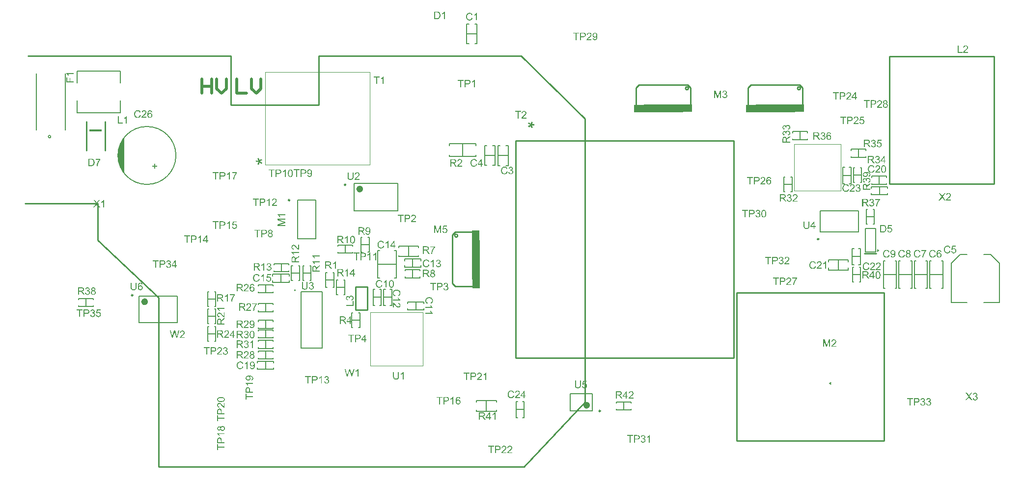
<source format=gto>
G04*
G04 #@! TF.GenerationSoftware,Altium Limited,Altium Designer,19.0.15 (446)*
G04*
G04 Layer_Color=65535*
%FSLAX25Y25*%
%MOIN*%
G70*
G01*
G75*
%ADD10C,0.00984*%
%ADD11C,0.00787*%
%ADD12C,0.01000*%
%ADD13C,0.02362*%
%ADD14C,0.00197*%
%ADD15C,0.00394*%
%ADD16C,0.00591*%
%ADD17C,0.01968*%
G04:AMPARAMS|DCode=18|XSize=393.7mil|YSize=51.18mil|CornerRadius=0mil|HoleSize=0mil|Usage=FLASHONLY|Rotation=270.257|XOffset=0mil|YOffset=0mil|HoleType=Round|Shape=Rectangle|*
%AMROTATEDRECTD18*
4,1,4,-0.02647,0.19673,0.02471,0.19696,0.02647,-0.19673,-0.02471,-0.19696,-0.02647,0.19673,0.0*
%
%ADD18ROTATEDRECTD18*%

G04:AMPARAMS|DCode=19|XSize=393.7mil|YSize=51.18mil|CornerRadius=0mil|HoleSize=0mil|Usage=FLASHONLY|Rotation=180.257|XOffset=0mil|YOffset=0mil|HoleType=Round|Shape=Rectangle|*
%AMROTATEDRECTD19*
4,1,4,0.19673,0.02647,0.19696,-0.02471,-0.19673,-0.02647,-0.19696,0.02471,0.19673,0.02647,0.0*
%
%ADD19ROTATEDRECTD19*%

G36*
X66929Y237323D02*
X64961Y240276D01*
X62992Y246181D01*
Y252087D01*
X63976Y255040D01*
X65945Y259961D01*
X66929Y260945D01*
Y237323D01*
D02*
G37*
G36*
X52027Y266648D02*
Y265461D01*
X43753D01*
Y266648D01*
X52027D01*
D02*
G37*
G36*
X158652Y247433D02*
X158667Y247404D01*
X158681Y247360D01*
X158696Y247302D01*
X158725Y247215D01*
X158754Y247127D01*
X158812Y246908D01*
X158871Y246646D01*
X158944Y246354D01*
X159002Y246048D01*
X159046Y245727D01*
X159060Y245742D01*
X159119Y245800D01*
X159206Y245902D01*
X159337Y246034D01*
X159527Y246209D01*
X159746Y246398D01*
X160023Y246646D01*
X160343Y246908D01*
X160912Y246092D01*
X160883Y246077D01*
X160810Y246019D01*
X160693Y245931D01*
X160533Y245815D01*
X160314Y245684D01*
X160066Y245523D01*
X159775Y245334D01*
X159454Y245144D01*
X159468D01*
X159498Y245130D01*
X159541Y245100D01*
X159614Y245057D01*
X159789Y244969D01*
X159993Y244852D01*
X160227Y244707D01*
X160475Y244561D01*
X160708Y244401D01*
X160912Y244255D01*
X160343Y243453D01*
X160329Y243467D01*
X160300Y243482D01*
X160256Y243526D01*
X160183Y243584D01*
X160008Y243715D01*
X159804Y243890D01*
X159585Y244080D01*
X159381Y244269D01*
X159192Y244444D01*
X159104Y244517D01*
X159046Y244590D01*
Y244576D01*
X159031Y244546D01*
Y244503D01*
X159017Y244444D01*
X159002Y244357D01*
X158973Y244269D01*
X158929Y244051D01*
X158871Y243788D01*
X158812Y243511D01*
X158652Y242913D01*
X157675Y243220D01*
Y243234D01*
X157690Y243263D01*
X157719Y243322D01*
X157734Y243394D01*
X157777Y243482D01*
X157821Y243599D01*
X157908Y243832D01*
X158010Y244094D01*
X158127Y244357D01*
X158244Y244605D01*
X158346Y244809D01*
X158331D01*
X158288D01*
X158229Y244794D01*
X158142D01*
X158040Y244780D01*
X157923Y244765D01*
X157661Y244750D01*
X157384Y244721D01*
X157092Y244692D01*
X156844Y244678D01*
X156728D01*
X156625D01*
Y245669D01*
X156640D01*
X156655D01*
X156698D01*
X156742D01*
X156903Y245654D01*
X157092Y245640D01*
X157340Y245611D01*
X157646Y245596D01*
X157981Y245552D01*
X158346Y245509D01*
Y245523D01*
X158331Y245538D01*
X158317Y245582D01*
X158288Y245640D01*
X158215Y245786D01*
X158127Y245975D01*
X158025Y246209D01*
X157908Y246485D01*
X157792Y246792D01*
X157675Y247127D01*
X158652Y247448D01*
Y247433D01*
D02*
G37*
G36*
X546471Y95028D02*
X546476Y95016D01*
X546482Y95000D01*
X546487Y94978D01*
X546498Y94944D01*
X546509Y94911D01*
X546532Y94828D01*
X546554Y94728D01*
X546582Y94617D01*
X546604Y94500D01*
X546620Y94378D01*
X546626Y94384D01*
X546648Y94406D01*
X546681Y94445D01*
X546731Y94495D01*
X546804Y94561D01*
X546887Y94634D01*
X546992Y94728D01*
X547114Y94828D01*
X547331Y94517D01*
X547320Y94511D01*
X547292Y94489D01*
X547248Y94456D01*
X547187Y94411D01*
X547103Y94362D01*
X547009Y94301D01*
X546898Y94228D01*
X546776Y94156D01*
X546781D01*
X546793Y94151D01*
X546809Y94140D01*
X546837Y94123D01*
X546903Y94090D01*
X546981Y94045D01*
X547070Y93990D01*
X547164Y93934D01*
X547253Y93873D01*
X547331Y93818D01*
X547114Y93512D01*
X547109Y93518D01*
X547098Y93524D01*
X547081Y93540D01*
X547053Y93562D01*
X546987Y93612D01*
X546909Y93679D01*
X546826Y93751D01*
X546748Y93823D01*
X546676Y93890D01*
X546643Y93918D01*
X546620Y93945D01*
Y93940D01*
X546615Y93929D01*
Y93912D01*
X546609Y93890D01*
X546604Y93857D01*
X546593Y93823D01*
X546576Y93740D01*
X546554Y93640D01*
X546532Y93535D01*
X546471Y93307D01*
X546099Y93424D01*
Y93429D01*
X546104Y93440D01*
X546115Y93463D01*
X546121Y93490D01*
X546138Y93524D01*
X546154Y93568D01*
X546187Y93657D01*
X546226Y93757D01*
X546271Y93857D01*
X546315Y93951D01*
X546354Y94029D01*
X546348D01*
X546332D01*
X546310Y94023D01*
X546276D01*
X546237Y94017D01*
X546193Y94012D01*
X546093Y94006D01*
X545988Y93995D01*
X545877Y93984D01*
X545782Y93979D01*
X545738D01*
X545699D01*
Y94356D01*
X545705D01*
X545710D01*
X545727D01*
X545744D01*
X545805Y94350D01*
X545877Y94345D01*
X545971Y94334D01*
X546088Y94328D01*
X546215Y94312D01*
X546354Y94295D01*
Y94301D01*
X546348Y94306D01*
X546343Y94323D01*
X546332Y94345D01*
X546304Y94400D01*
X546271Y94473D01*
X546232Y94561D01*
X546187Y94667D01*
X546143Y94783D01*
X546099Y94911D01*
X546471Y95033D01*
Y95028D01*
D02*
G37*
G36*
X579130Y185222D02*
Y185216D01*
X579124Y185205D01*
X579113Y185183D01*
X579107Y185155D01*
X579091Y185122D01*
X579074Y185078D01*
X579041Y184989D01*
X579002Y184889D01*
X578958Y184789D01*
X578913Y184695D01*
X578874Y184617D01*
X578880D01*
X578897D01*
X578919Y184623D01*
X578952D01*
X578991Y184628D01*
X579035Y184634D01*
X579135Y184639D01*
X579241Y184650D01*
X579352Y184661D01*
X579446Y184667D01*
X579490D01*
X579529D01*
Y184290D01*
X579524D01*
X579518D01*
X579501D01*
X579485D01*
X579424Y184295D01*
X579352Y184301D01*
X579257Y184312D01*
X579141Y184317D01*
X579013Y184334D01*
X578874Y184351D01*
Y184345D01*
X578880Y184340D01*
X578886Y184323D01*
X578897Y184301D01*
X578924Y184245D01*
X578958Y184173D01*
X578997Y184084D01*
X579041Y183979D01*
X579085Y183862D01*
X579130Y183735D01*
X578758Y183613D01*
Y183618D01*
X578752Y183629D01*
X578747Y183646D01*
X578741Y183668D01*
X578730Y183701D01*
X578719Y183735D01*
X578697Y183818D01*
X578675Y183918D01*
X578647Y184029D01*
X578625Y184145D01*
X578608Y184267D01*
X578602Y184262D01*
X578580Y184240D01*
X578547Y184201D01*
X578497Y184151D01*
X578425Y184084D01*
X578342Y184012D01*
X578236Y183918D01*
X578114Y183818D01*
X577898Y184129D01*
X577909Y184134D01*
X577936Y184156D01*
X577981Y184190D01*
X578042Y184234D01*
X578125Y184284D01*
X578219Y184345D01*
X578331Y184417D01*
X578452Y184489D01*
X578447D01*
X578436Y184495D01*
X578419Y184506D01*
X578392Y184523D01*
X578325Y184556D01*
X578247Y184600D01*
X578158Y184656D01*
X578064Y184711D01*
X577975Y184773D01*
X577898Y184828D01*
X578114Y185133D01*
X578120Y185128D01*
X578131Y185122D01*
X578147Y185106D01*
X578175Y185083D01*
X578242Y185033D01*
X578319Y184967D01*
X578403Y184895D01*
X578480Y184822D01*
X578552Y184756D01*
X578586Y184728D01*
X578608Y184700D01*
Y184706D01*
X578614Y184717D01*
Y184734D01*
X578619Y184756D01*
X578625Y184789D01*
X578636Y184822D01*
X578652Y184906D01*
X578675Y185006D01*
X578697Y185111D01*
X578758Y185339D01*
X579130Y185222D01*
D02*
G37*
G36*
X88196Y242011D02*
X89567D01*
Y241435D01*
X88196D01*
Y240065D01*
X87613D01*
Y241435D01*
X86243D01*
Y242011D01*
X87613D01*
Y243396D01*
X88196D01*
Y242011D01*
D02*
G37*
G36*
X344615Y271962D02*
Y271948D01*
X344601Y271919D01*
X344571Y271861D01*
X344557Y271788D01*
X344513Y271700D01*
X344469Y271584D01*
X344382Y271350D01*
X344280Y271088D01*
X344163Y270825D01*
X344046Y270577D01*
X343945Y270373D01*
X343959D01*
X344003D01*
X344061Y270388D01*
X344149D01*
X344251Y270403D01*
X344367Y270417D01*
X344630Y270432D01*
X344907Y270461D01*
X345198Y270490D01*
X345446Y270504D01*
X345563D01*
X345665D01*
Y269513D01*
X345650D01*
X345636D01*
X345592D01*
X345548D01*
X345388Y269528D01*
X345198Y269542D01*
X344951Y269571D01*
X344644Y269586D01*
X344309Y269630D01*
X343945Y269673D01*
Y269659D01*
X343959Y269644D01*
X343974Y269601D01*
X344003Y269542D01*
X344076Y269396D01*
X344163Y269207D01*
X344265Y268974D01*
X344382Y268697D01*
X344498Y268390D01*
X344615Y268055D01*
X343638Y267734D01*
Y267749D01*
X343624Y267778D01*
X343609Y267822D01*
X343595Y267880D01*
X343565Y267968D01*
X343536Y268055D01*
X343478Y268274D01*
X343420Y268536D01*
X343347Y268828D01*
X343288Y269134D01*
X343245Y269455D01*
X343230Y269440D01*
X343172Y269382D01*
X343084Y269280D01*
X342953Y269149D01*
X342763Y268974D01*
X342545Y268784D01*
X342268Y268536D01*
X341947Y268274D01*
X341378Y269090D01*
X341407Y269105D01*
X341480Y269163D01*
X341597Y269251D01*
X341757Y269367D01*
X341976Y269498D01*
X342224Y269659D01*
X342516Y269848D01*
X342836Y270038D01*
X342822D01*
X342793Y270053D01*
X342749Y270082D01*
X342676Y270126D01*
X342501Y270213D01*
X342297Y270330D01*
X342064Y270475D01*
X341816Y270621D01*
X341582Y270782D01*
X341378Y270927D01*
X341947Y271729D01*
X341962Y271715D01*
X341991Y271700D01*
X342035Y271656D01*
X342107Y271598D01*
X342282Y271467D01*
X342487Y271292D01*
X342705Y271102D01*
X342909Y270913D01*
X343099Y270738D01*
X343186Y270665D01*
X343245Y270592D01*
Y270607D01*
X343259Y270636D01*
Y270679D01*
X343274Y270738D01*
X343288Y270825D01*
X343318Y270913D01*
X343361Y271131D01*
X343420Y271394D01*
X343478Y271671D01*
X343638Y272269D01*
X344615Y271962D01*
D02*
G37*
G36*
X97484Y177817D02*
X97578Y177803D01*
X97695Y177781D01*
X97826Y177744D01*
X97957Y177700D01*
X98089Y177642D01*
X98096D01*
X98103Y177635D01*
X98147Y177613D01*
X98213Y177569D01*
X98286Y177518D01*
X98373Y177445D01*
X98460Y177365D01*
X98548Y177270D01*
X98621Y177161D01*
X98628Y177146D01*
X98650Y177110D01*
X98679Y177044D01*
X98716Y176964D01*
X98752Y176869D01*
X98781Y176760D01*
X98803Y176636D01*
X98810Y176512D01*
Y176498D01*
Y176454D01*
X98803Y176396D01*
X98788Y176315D01*
X98767Y176221D01*
X98730Y176119D01*
X98686Y176016D01*
X98628Y175915D01*
X98621Y175900D01*
X98599Y175871D01*
X98555Y175820D01*
X98497Y175761D01*
X98424Y175696D01*
X98336Y175623D01*
X98234Y175557D01*
X98111Y175492D01*
X98118D01*
X98132Y175484D01*
X98154Y175477D01*
X98183Y175470D01*
X98264Y175441D01*
X98366Y175397D01*
X98482Y175339D01*
X98599Y175266D01*
X98708Y175171D01*
X98810Y175062D01*
X98818Y175047D01*
X98847Y175003D01*
X98891Y174930D01*
X98934Y174836D01*
X98978Y174719D01*
X99022Y174580D01*
X99051Y174420D01*
X99058Y174245D01*
Y174238D01*
Y174216D01*
Y174179D01*
X99051Y174136D01*
X99044Y174077D01*
X99029Y174012D01*
X99015Y173939D01*
X99000Y173859D01*
X98942Y173684D01*
X98898Y173589D01*
X98854Y173502D01*
X98796Y173407D01*
X98730Y173312D01*
X98657Y173217D01*
X98570Y173130D01*
X98563Y173122D01*
X98548Y173108D01*
X98519Y173086D01*
X98482Y173057D01*
X98439Y173020D01*
X98380Y172984D01*
X98315Y172940D01*
X98234Y172904D01*
X98154Y172860D01*
X98059Y172816D01*
X97965Y172780D01*
X97855Y172743D01*
X97739Y172714D01*
X97615Y172692D01*
X97491Y172678D01*
X97352Y172670D01*
X97287D01*
X97243Y172678D01*
X97185Y172685D01*
X97119Y172692D01*
X97046Y172707D01*
X96966Y172722D01*
X96791Y172765D01*
X96609Y172838D01*
X96514Y172882D01*
X96426Y172933D01*
X96339Y172998D01*
X96251Y173064D01*
X96244Y173071D01*
X96230Y173086D01*
X96208Y173108D01*
X96186Y173137D01*
X96149Y173173D01*
X96113Y173224D01*
X96069Y173275D01*
X96026Y173341D01*
X95982Y173414D01*
X95938Y173487D01*
X95858Y173662D01*
X95792Y173866D01*
X95770Y173975D01*
X95756Y174092D01*
X96376Y174172D01*
Y174165D01*
X96383Y174150D01*
X96390Y174121D01*
X96397Y174085D01*
X96405Y174041D01*
X96419Y173990D01*
X96456Y173881D01*
X96507Y173749D01*
X96572Y173625D01*
X96645Y173509D01*
X96733Y173407D01*
X96747Y173399D01*
X96776Y173370D01*
X96835Y173334D01*
X96908Y173297D01*
X96995Y173254D01*
X97105Y173217D01*
X97228Y173188D01*
X97360Y173181D01*
X97403D01*
X97433Y173188D01*
X97513Y173195D01*
X97615Y173217D01*
X97731Y173254D01*
X97855Y173305D01*
X97979Y173378D01*
X98096Y173480D01*
X98111Y173494D01*
X98147Y173538D01*
X98191Y173603D01*
X98249Y173691D01*
X98307Y173800D01*
X98351Y173924D01*
X98387Y174070D01*
X98402Y174231D01*
Y174238D01*
Y174252D01*
Y174274D01*
X98395Y174303D01*
X98387Y174384D01*
X98366Y174478D01*
X98336Y174595D01*
X98286Y174712D01*
X98213Y174828D01*
X98118Y174938D01*
X98103Y174952D01*
X98067Y174981D01*
X98008Y175025D01*
X97928Y175076D01*
X97826Y175127D01*
X97702Y175171D01*
X97564Y175200D01*
X97411Y175215D01*
X97345D01*
X97294Y175207D01*
X97228Y175200D01*
X97155Y175186D01*
X97068Y175171D01*
X96973Y175149D01*
X97046Y175696D01*
X97083D01*
X97112Y175689D01*
X97206D01*
X97287Y175703D01*
X97382Y175718D01*
X97491Y175740D01*
X97615Y175776D01*
X97731Y175827D01*
X97855Y175893D01*
X97863D01*
X97870Y175900D01*
X97906Y175929D01*
X97957Y175980D01*
X98016Y176046D01*
X98074Y176140D01*
X98125Y176250D01*
X98162Y176374D01*
X98176Y176447D01*
Y176527D01*
Y176534D01*
Y176541D01*
Y176585D01*
X98162Y176644D01*
X98147Y176724D01*
X98118Y176811D01*
X98081Y176906D01*
X98023Y177001D01*
X97943Y177088D01*
X97935Y177095D01*
X97899Y177125D01*
X97848Y177161D01*
X97782Y177205D01*
X97695Y177241D01*
X97593Y177278D01*
X97476Y177307D01*
X97345Y177314D01*
X97287D01*
X97221Y177300D01*
X97134Y177285D01*
X97039Y177256D01*
X96944Y177219D01*
X96842Y177161D01*
X96747Y177088D01*
X96740Y177081D01*
X96711Y177044D01*
X96667Y176993D01*
X96616Y176920D01*
X96565Y176826D01*
X96514Y176709D01*
X96470Y176571D01*
X96441Y176410D01*
X95821Y176520D01*
Y176527D01*
X95829Y176549D01*
X95836Y176578D01*
X95843Y176622D01*
X95858Y176673D01*
X95880Y176731D01*
X95924Y176869D01*
X95996Y177030D01*
X96084Y177190D01*
X96193Y177343D01*
X96332Y177482D01*
X96339Y177489D01*
X96354Y177496D01*
X96376Y177511D01*
X96405Y177533D01*
X96441Y177562D01*
X96492Y177591D01*
X96543Y177620D01*
X96609Y177657D01*
X96755Y177715D01*
X96922Y177773D01*
X97119Y177810D01*
X97221Y177824D01*
X97403D01*
X97484Y177817D01*
D02*
G37*
G36*
X102273Y174537D02*
X102958D01*
Y173968D01*
X102273D01*
Y172758D01*
X101653D01*
Y173968D01*
X99459D01*
Y174537D01*
X101770Y177803D01*
X102273D01*
Y174537D01*
D02*
G37*
G36*
X93481Y177795D02*
X93605Y177788D01*
X93736Y177781D01*
X93860Y177766D01*
X93970Y177752D01*
X93984D01*
X94035Y177737D01*
X94101Y177722D01*
X94188Y177700D01*
X94283Y177664D01*
X94385Y177620D01*
X94495Y177569D01*
X94589Y177511D01*
X94604Y177504D01*
X94633Y177482D01*
X94677Y177438D01*
X94735Y177387D01*
X94801Y177322D01*
X94866Y177234D01*
X94939Y177139D01*
X94998Y177030D01*
X95005Y177015D01*
X95020Y176979D01*
X95049Y176913D01*
X95078Y176826D01*
X95100Y176724D01*
X95129Y176607D01*
X95144Y176476D01*
X95151Y176337D01*
Y176330D01*
Y176308D01*
Y176279D01*
X95144Y176228D01*
X95136Y176177D01*
X95129Y176111D01*
X95114Y176038D01*
X95100Y175958D01*
X95049Y175791D01*
X95020Y175703D01*
X94976Y175608D01*
X94925Y175514D01*
X94874Y175426D01*
X94808Y175339D01*
X94735Y175251D01*
X94728Y175244D01*
X94713Y175229D01*
X94691Y175207D01*
X94655Y175186D01*
X94611Y175149D01*
X94553Y175113D01*
X94480Y175069D01*
X94400Y175032D01*
X94305Y174989D01*
X94196Y174945D01*
X94079Y174908D01*
X93941Y174879D01*
X93795Y174850D01*
X93634Y174828D01*
X93452Y174814D01*
X93263Y174806D01*
X91972D01*
Y172758D01*
X91302D01*
Y177803D01*
X93372D01*
X93481Y177795D01*
D02*
G37*
G36*
X90609Y177205D02*
X88947D01*
Y172758D01*
X88276D01*
Y177205D01*
X86614D01*
Y177803D01*
X90609D01*
Y177205D01*
D02*
G37*
G36*
X45909Y144430D02*
X46003Y144416D01*
X46120Y144394D01*
X46251Y144357D01*
X46383Y144314D01*
X46514Y144255D01*
X46521D01*
X46528Y144248D01*
X46572Y144226D01*
X46638Y144183D01*
X46711Y144131D01*
X46798Y144059D01*
X46886Y143978D01*
X46973Y143884D01*
X47046Y143774D01*
X47053Y143760D01*
X47075Y143723D01*
X47104Y143658D01*
X47141Y143577D01*
X47177Y143483D01*
X47206Y143373D01*
X47228Y143249D01*
X47236Y143125D01*
Y143111D01*
Y143067D01*
X47228Y143009D01*
X47214Y142929D01*
X47192Y142834D01*
X47155Y142732D01*
X47112Y142630D01*
X47053Y142528D01*
X47046Y142513D01*
X47024Y142484D01*
X46980Y142433D01*
X46922Y142375D01*
X46849Y142309D01*
X46762Y142236D01*
X46660Y142170D01*
X46536Y142105D01*
X46543D01*
X46558Y142097D01*
X46579Y142090D01*
X46609Y142083D01*
X46689Y142054D01*
X46791Y142010D01*
X46907Y141952D01*
X47024Y141879D01*
X47133Y141784D01*
X47236Y141675D01*
X47243Y141660D01*
X47272Y141616D01*
X47316Y141543D01*
X47359Y141449D01*
X47403Y141332D01*
X47447Y141194D01*
X47476Y141033D01*
X47483Y140858D01*
Y140851D01*
Y140829D01*
Y140793D01*
X47476Y140749D01*
X47469Y140691D01*
X47454Y140625D01*
X47440Y140552D01*
X47425Y140472D01*
X47367Y140297D01*
X47323Y140202D01*
X47279Y140115D01*
X47221Y140020D01*
X47155Y139925D01*
X47082Y139830D01*
X46995Y139743D01*
X46988Y139736D01*
X46973Y139721D01*
X46944Y139699D01*
X46907Y139670D01*
X46864Y139634D01*
X46805Y139597D01*
X46740Y139553D01*
X46660Y139517D01*
X46579Y139473D01*
X46485Y139429D01*
X46390Y139393D01*
X46281Y139357D01*
X46164Y139327D01*
X46040Y139305D01*
X45916Y139291D01*
X45777Y139284D01*
X45712D01*
X45668Y139291D01*
X45610Y139298D01*
X45544Y139305D01*
X45471Y139320D01*
X45391Y139335D01*
X45216Y139378D01*
X45034Y139451D01*
X44939Y139495D01*
X44852Y139546D01*
X44764Y139612D01*
X44677Y139677D01*
X44669Y139684D01*
X44655Y139699D01*
X44633Y139721D01*
X44611Y139750D01*
X44575Y139787D01*
X44538Y139838D01*
X44495Y139889D01*
X44451Y139954D01*
X44407Y140027D01*
X44363Y140100D01*
X44283Y140275D01*
X44218Y140479D01*
X44196Y140588D01*
X44181Y140705D01*
X44801Y140785D01*
Y140778D01*
X44808Y140763D01*
X44815Y140734D01*
X44823Y140698D01*
X44830Y140654D01*
X44844Y140603D01*
X44881Y140494D01*
X44932Y140363D01*
X44998Y140239D01*
X45070Y140122D01*
X45158Y140020D01*
X45173Y140013D01*
X45202Y139983D01*
X45260Y139947D01*
X45333Y139910D01*
X45420Y139867D01*
X45530Y139830D01*
X45654Y139801D01*
X45785Y139794D01*
X45829D01*
X45858Y139801D01*
X45938Y139808D01*
X46040Y139830D01*
X46157Y139867D01*
X46281Y139918D01*
X46404Y139991D01*
X46521Y140093D01*
X46536Y140107D01*
X46572Y140151D01*
X46616Y140217D01*
X46674Y140304D01*
X46733Y140413D01*
X46776Y140538D01*
X46813Y140683D01*
X46827Y140844D01*
Y140851D01*
Y140866D01*
Y140887D01*
X46820Y140917D01*
X46813Y140997D01*
X46791Y141092D01*
X46762Y141208D01*
X46711Y141325D01*
X46638Y141441D01*
X46543Y141551D01*
X46528Y141565D01*
X46492Y141595D01*
X46434Y141638D01*
X46353Y141689D01*
X46251Y141740D01*
X46128Y141784D01*
X45989Y141813D01*
X45836Y141828D01*
X45770D01*
X45719Y141821D01*
X45654Y141813D01*
X45581Y141799D01*
X45493Y141784D01*
X45399Y141762D01*
X45471Y142309D01*
X45508D01*
X45537Y142302D01*
X45632D01*
X45712Y142316D01*
X45807Y142331D01*
X45916Y142353D01*
X46040Y142389D01*
X46157Y142440D01*
X46281Y142506D01*
X46288D01*
X46295Y142513D01*
X46332Y142542D01*
X46383Y142593D01*
X46441Y142659D01*
X46499Y142754D01*
X46550Y142863D01*
X46587Y142987D01*
X46601Y143060D01*
Y143140D01*
Y143147D01*
Y143155D01*
Y143198D01*
X46587Y143257D01*
X46572Y143337D01*
X46543Y143424D01*
X46507Y143519D01*
X46448Y143614D01*
X46368Y143701D01*
X46361Y143709D01*
X46324Y143738D01*
X46273Y143774D01*
X46208Y143818D01*
X46120Y143854D01*
X46018Y143891D01*
X45902Y143920D01*
X45770Y143927D01*
X45712D01*
X45646Y143913D01*
X45559Y143898D01*
X45464Y143869D01*
X45369Y143833D01*
X45267Y143774D01*
X45173Y143701D01*
X45165Y143694D01*
X45136Y143658D01*
X45092Y143607D01*
X45041Y143534D01*
X44990Y143439D01*
X44939Y143322D01*
X44895Y143184D01*
X44866Y143023D01*
X44247Y143133D01*
Y143140D01*
X44254Y143162D01*
X44261Y143191D01*
X44269Y143235D01*
X44283Y143286D01*
X44305Y143344D01*
X44349Y143483D01*
X44422Y143643D01*
X44509Y143803D01*
X44618Y143956D01*
X44757Y144095D01*
X44764Y144102D01*
X44779Y144110D01*
X44801Y144124D01*
X44830Y144146D01*
X44866Y144175D01*
X44917Y144204D01*
X44968Y144234D01*
X45034Y144270D01*
X45180Y144328D01*
X45347Y144387D01*
X45544Y144423D01*
X45646Y144438D01*
X45829D01*
X45909Y144430D01*
D02*
G37*
G36*
X51201Y143760D02*
X49182D01*
X48912Y142396D01*
X48919Y142404D01*
X48934Y142411D01*
X48956Y142426D01*
X48992Y142447D01*
X49036Y142469D01*
X49087Y142499D01*
X49204Y142557D01*
X49350Y142615D01*
X49510Y142666D01*
X49685Y142703D01*
X49773Y142717D01*
X49933D01*
X49977Y142710D01*
X50035Y142703D01*
X50100Y142695D01*
X50173Y142681D01*
X50254Y142659D01*
X50429Y142608D01*
X50523Y142571D01*
X50618Y142520D01*
X50713Y142469D01*
X50808Y142411D01*
X50895Y142338D01*
X50983Y142258D01*
X50990Y142251D01*
X51004Y142236D01*
X51026Y142214D01*
X51056Y142178D01*
X51092Y142127D01*
X51128Y142076D01*
X51172Y142010D01*
X51216Y141937D01*
X51252Y141857D01*
X51296Y141770D01*
X51332Y141667D01*
X51369Y141565D01*
X51398Y141456D01*
X51420Y141332D01*
X51435Y141208D01*
X51442Y141077D01*
Y141070D01*
Y141048D01*
Y141011D01*
X51435Y140960D01*
X51427Y140902D01*
X51420Y140836D01*
X51405Y140756D01*
X51391Y140676D01*
X51347Y140486D01*
X51274Y140290D01*
X51231Y140188D01*
X51172Y140093D01*
X51114Y139991D01*
X51041Y139896D01*
X51034Y139889D01*
X51019Y139867D01*
X50990Y139838D01*
X50953Y139801D01*
X50902Y139757D01*
X50844Y139699D01*
X50771Y139648D01*
X50691Y139590D01*
X50603Y139531D01*
X50502Y139480D01*
X50392Y139429D01*
X50275Y139378D01*
X50151Y139342D01*
X50013Y139313D01*
X49867Y139291D01*
X49714Y139284D01*
X49648D01*
X49597Y139291D01*
X49539Y139298D01*
X49474Y139305D01*
X49393Y139313D01*
X49313Y139335D01*
X49131Y139378D01*
X48949Y139444D01*
X48854Y139488D01*
X48759Y139539D01*
X48672Y139597D01*
X48584Y139663D01*
X48577Y139670D01*
X48562Y139677D01*
X48548Y139706D01*
X48519Y139736D01*
X48482Y139772D01*
X48446Y139816D01*
X48402Y139874D01*
X48366Y139940D01*
X48322Y140005D01*
X48278Y140085D01*
X48198Y140260D01*
X48132Y140465D01*
X48110Y140574D01*
X48096Y140691D01*
X48745Y140742D01*
Y140734D01*
Y140720D01*
X48752Y140698D01*
X48759Y140661D01*
X48781Y140581D01*
X48810Y140472D01*
X48854Y140363D01*
X48912Y140239D01*
X48985Y140129D01*
X49073Y140027D01*
X49087Y140020D01*
X49116Y139991D01*
X49175Y139954D01*
X49255Y139910D01*
X49342Y139867D01*
X49452Y139830D01*
X49576Y139801D01*
X49714Y139794D01*
X49758D01*
X49787Y139801D01*
X49874Y139808D01*
X49977Y139838D01*
X50100Y139874D01*
X50224Y139932D01*
X50356Y140020D01*
X50414Y140071D01*
X50472Y140129D01*
X50480Y140137D01*
X50487Y140144D01*
X50502Y140166D01*
X50523Y140188D01*
X50574Y140268D01*
X50633Y140370D01*
X50684Y140494D01*
X50735Y140647D01*
X50771Y140829D01*
X50786Y140924D01*
Y141026D01*
Y141033D01*
Y141048D01*
Y141077D01*
X50779Y141113D01*
Y141157D01*
X50771Y141208D01*
X50749Y141325D01*
X50713Y141463D01*
X50662Y141602D01*
X50589Y141733D01*
X50487Y141857D01*
Y141864D01*
X50472Y141872D01*
X50436Y141908D01*
X50370Y141959D01*
X50283Y142017D01*
X50166Y142068D01*
X50035Y142119D01*
X49882Y142156D01*
X49794Y142170D01*
X49656D01*
X49597Y142163D01*
X49525Y142156D01*
X49437Y142134D01*
X49350Y142112D01*
X49255Y142076D01*
X49160Y142032D01*
X49153Y142025D01*
X49124Y142010D01*
X49080Y141974D01*
X49022Y141937D01*
X48963Y141886D01*
X48905Y141821D01*
X48839Y141755D01*
X48788Y141675D01*
X48205Y141755D01*
X48693Y144350D01*
X51201D01*
Y143760D01*
D02*
G37*
G36*
X41906Y144409D02*
X42031Y144401D01*
X42162Y144394D01*
X42286Y144379D01*
X42395Y144365D01*
X42410D01*
X42461Y144350D01*
X42526Y144336D01*
X42614Y144314D01*
X42708Y144277D01*
X42810Y144234D01*
X42920Y144183D01*
X43015Y144124D01*
X43029Y144117D01*
X43058Y144095D01*
X43102Y144051D01*
X43160Y144000D01*
X43226Y143935D01*
X43292Y143847D01*
X43365Y143752D01*
X43423Y143643D01*
X43430Y143628D01*
X43445Y143592D01*
X43474Y143526D01*
X43503Y143439D01*
X43525Y143337D01*
X43554Y143220D01*
X43569Y143089D01*
X43576Y142950D01*
Y142943D01*
Y142921D01*
Y142892D01*
X43569Y142841D01*
X43561Y142790D01*
X43554Y142725D01*
X43540Y142652D01*
X43525Y142571D01*
X43474Y142404D01*
X43445Y142316D01*
X43401Y142221D01*
X43350Y142127D01*
X43299Y142039D01*
X43233Y141952D01*
X43160Y141864D01*
X43153Y141857D01*
X43139Y141842D01*
X43117Y141821D01*
X43080Y141799D01*
X43036Y141762D01*
X42978Y141726D01*
X42905Y141682D01*
X42825Y141646D01*
X42730Y141602D01*
X42621Y141558D01*
X42504Y141522D01*
X42366Y141492D01*
X42220Y141463D01*
X42060Y141441D01*
X41877Y141427D01*
X41688Y141420D01*
X40398D01*
Y139371D01*
X39727D01*
Y144416D01*
X41797D01*
X41906Y144409D01*
D02*
G37*
G36*
X39034Y143818D02*
X37372D01*
Y139371D01*
X36702D01*
Y143818D01*
X35039D01*
Y144416D01*
X39034D01*
Y143818D01*
D02*
G37*
G36*
X305192Y295494D02*
X304573D01*
Y299438D01*
X304565Y299430D01*
X304529Y299401D01*
X304485Y299357D01*
X304412Y299306D01*
X304332Y299241D01*
X304230Y299168D01*
X304113Y299088D01*
X303982Y299008D01*
X303975D01*
X303968Y299000D01*
X303924Y298971D01*
X303851Y298935D01*
X303764Y298891D01*
X303661Y298840D01*
X303552Y298789D01*
X303443Y298738D01*
X303333Y298694D01*
Y299292D01*
X303341D01*
X303355Y299306D01*
X303384Y299314D01*
X303421Y299336D01*
X303465Y299357D01*
X303516Y299387D01*
X303640Y299460D01*
X303785Y299540D01*
X303931Y299642D01*
X304084Y299758D01*
X304237Y299882D01*
X304245Y299890D01*
X304252Y299897D01*
X304274Y299919D01*
X304303Y299941D01*
X304369Y300013D01*
X304456Y300101D01*
X304544Y300203D01*
X304638Y300320D01*
X304718Y300436D01*
X304791Y300560D01*
X305192D01*
Y295494D01*
D02*
G37*
G36*
X300592Y300531D02*
X300716Y300524D01*
X300848Y300517D01*
X300972Y300502D01*
X301081Y300487D01*
X301095D01*
X301146Y300473D01*
X301212Y300458D01*
X301300Y300436D01*
X301394Y300400D01*
X301496Y300356D01*
X301606Y300305D01*
X301700Y300247D01*
X301715Y300239D01*
X301744Y300218D01*
X301788Y300174D01*
X301846Y300123D01*
X301912Y300057D01*
X301977Y299970D01*
X302050Y299875D01*
X302109Y299766D01*
X302116Y299751D01*
X302131Y299715D01*
X302160Y299649D01*
X302189Y299562D01*
X302211Y299460D01*
X302240Y299343D01*
X302255Y299212D01*
X302262Y299073D01*
Y299066D01*
Y299044D01*
Y299015D01*
X302255Y298964D01*
X302247Y298913D01*
X302240Y298847D01*
X302225Y298774D01*
X302211Y298694D01*
X302160Y298526D01*
X302131Y298439D01*
X302087Y298344D01*
X302036Y298249D01*
X301985Y298162D01*
X301919Y298074D01*
X301846Y297987D01*
X301839Y297980D01*
X301824Y297965D01*
X301802Y297943D01*
X301766Y297921D01*
X301722Y297885D01*
X301664Y297848D01*
X301591Y297805D01*
X301511Y297768D01*
X301416Y297724D01*
X301307Y297681D01*
X301190Y297644D01*
X301052Y297615D01*
X300906Y297586D01*
X300746Y297564D01*
X300563Y297550D01*
X300374Y297542D01*
X299083D01*
Y295494D01*
X298413D01*
Y300538D01*
X300483D01*
X300592Y300531D01*
D02*
G37*
G36*
X297720Y299941D02*
X296058D01*
Y295494D01*
X295387D01*
Y299941D01*
X293725D01*
Y300538D01*
X297720D01*
Y299941D01*
D02*
G37*
G36*
X263722Y208838D02*
X263780Y208830D01*
X263853Y208823D01*
X263934Y208809D01*
X264014Y208794D01*
X264203Y208743D01*
X264393Y208670D01*
X264488Y208626D01*
X264582Y208575D01*
X264670Y208510D01*
X264750Y208437D01*
X264757Y208430D01*
X264772Y208422D01*
X264787Y208393D01*
X264816Y208364D01*
X264852Y208328D01*
X264889Y208277D01*
X264925Y208225D01*
X264969Y208160D01*
X265042Y208021D01*
X265115Y207846D01*
X265144Y207759D01*
X265158Y207657D01*
X265173Y207555D01*
X265180Y207445D01*
Y207431D01*
Y207394D01*
X265173Y207336D01*
X265166Y207256D01*
X265151Y207168D01*
X265122Y207066D01*
X265093Y206957D01*
X265049Y206848D01*
X265042Y206833D01*
X265027Y206797D01*
X264998Y206738D01*
X264954Y206658D01*
X264896Y206571D01*
X264823Y206461D01*
X264736Y206352D01*
X264633Y206228D01*
X264619Y206213D01*
X264582Y206170D01*
X264546Y206133D01*
X264510Y206097D01*
X264466Y206053D01*
X264407Y205995D01*
X264349Y205936D01*
X264276Y205871D01*
X264203Y205798D01*
X264116Y205718D01*
X264021Y205638D01*
X263919Y205543D01*
X263802Y205448D01*
X263686Y205346D01*
X263679Y205339D01*
X263664Y205324D01*
X263635Y205302D01*
X263598Y205273D01*
X263555Y205229D01*
X263504Y205186D01*
X263387Y205091D01*
X263263Y204981D01*
X263146Y204872D01*
X263044Y204777D01*
X263000Y204741D01*
X262964Y204704D01*
X262957Y204697D01*
X262935Y204675D01*
X262906Y204646D01*
X262869Y204602D01*
X262833Y204551D01*
X262789Y204500D01*
X262702Y204376D01*
X265188D01*
Y203779D01*
X261841D01*
Y203786D01*
Y203815D01*
Y203859D01*
X261849Y203917D01*
X261856Y203983D01*
X261871Y204056D01*
X261885Y204128D01*
X261914Y204209D01*
Y204216D01*
X261922Y204223D01*
X261936Y204267D01*
X261965Y204333D01*
X262009Y204420D01*
X262067Y204522D01*
X262140Y204639D01*
X262221Y204755D01*
X262322Y204879D01*
Y204887D01*
X262337Y204894D01*
X262373Y204938D01*
X262439Y205003D01*
X262534Y205098D01*
X262643Y205207D01*
X262782Y205339D01*
X262949Y205484D01*
X263132Y205638D01*
X263139Y205645D01*
X263168Y205667D01*
X263212Y205703D01*
X263263Y205747D01*
X263329Y205805D01*
X263409Y205871D01*
X263489Y205944D01*
X263584Y206024D01*
X263766Y206199D01*
X263948Y206374D01*
X264036Y206461D01*
X264116Y206549D01*
X264189Y206629D01*
X264247Y206709D01*
Y206716D01*
X264262Y206724D01*
X264276Y206746D01*
X264291Y206775D01*
X264342Y206855D01*
X264400Y206950D01*
X264451Y207066D01*
X264502Y207190D01*
X264531Y207329D01*
X264546Y207460D01*
Y207467D01*
Y207475D01*
X264539Y207518D01*
X264531Y207591D01*
X264510Y207671D01*
X264480Y207773D01*
X264429Y207875D01*
X264364Y207978D01*
X264276Y208080D01*
X264262Y208094D01*
X264225Y208123D01*
X264174Y208160D01*
X264094Y208211D01*
X263992Y208255D01*
X263875Y208298D01*
X263737Y208328D01*
X263584Y208335D01*
X263540D01*
X263511Y208328D01*
X263423Y208320D01*
X263321Y208298D01*
X263212Y208269D01*
X263088Y208218D01*
X262971Y208153D01*
X262862Y208065D01*
X262847Y208050D01*
X262818Y208014D01*
X262774Y207956D01*
X262731Y207868D01*
X262680Y207766D01*
X262636Y207635D01*
X262607Y207489D01*
X262592Y207322D01*
X261958Y207387D01*
Y207394D01*
X261965Y207416D01*
Y207453D01*
X261973Y207504D01*
X261987Y207562D01*
X262002Y207628D01*
X262024Y207708D01*
X262046Y207788D01*
X262104Y207963D01*
X262191Y208138D01*
X262242Y208225D01*
X262308Y208313D01*
X262373Y208393D01*
X262446Y208466D01*
X262454Y208473D01*
X262468Y208481D01*
X262490Y208502D01*
X262527Y208524D01*
X262570Y208554D01*
X262621Y208583D01*
X262680Y208619D01*
X262753Y208656D01*
X262833Y208692D01*
X262920Y208728D01*
X263015Y208758D01*
X263117Y208787D01*
X263227Y208809D01*
X263343Y208830D01*
X263467Y208838D01*
X263598Y208845D01*
X263671D01*
X263722Y208838D01*
D02*
G37*
G36*
X259662Y208816D02*
X259786Y208809D01*
X259917Y208801D01*
X260041Y208787D01*
X260150Y208772D01*
X260165D01*
X260216Y208758D01*
X260281Y208743D01*
X260369Y208721D01*
X260464Y208685D01*
X260566Y208641D01*
X260675Y208590D01*
X260770Y208532D01*
X260784Y208524D01*
X260813Y208502D01*
X260857Y208459D01*
X260915Y208408D01*
X260981Y208342D01*
X261047Y208255D01*
X261120Y208160D01*
X261178Y208050D01*
X261185Y208036D01*
X261200Y207999D01*
X261229Y207934D01*
X261258Y207846D01*
X261280Y207744D01*
X261309Y207628D01*
X261324Y207496D01*
X261331Y207358D01*
Y207351D01*
Y207329D01*
Y207300D01*
X261324Y207249D01*
X261316Y207197D01*
X261309Y207132D01*
X261295Y207059D01*
X261280Y206979D01*
X261229Y206811D01*
X261200Y206724D01*
X261156Y206629D01*
X261105Y206534D01*
X261054Y206447D01*
X260988Y206359D01*
X260915Y206272D01*
X260908Y206264D01*
X260894Y206250D01*
X260872Y206228D01*
X260835Y206206D01*
X260792Y206170D01*
X260733Y206133D01*
X260660Y206089D01*
X260580Y206053D01*
X260485Y206009D01*
X260376Y205965D01*
X260260Y205929D01*
X260121Y205900D01*
X259975Y205871D01*
X259815Y205849D01*
X259632Y205834D01*
X259443Y205827D01*
X258153D01*
Y203779D01*
X257482D01*
Y208823D01*
X259552D01*
X259662Y208816D01*
D02*
G37*
G36*
X256789Y208225D02*
X255127D01*
Y203779D01*
X254457D01*
Y208225D01*
X252795D01*
Y208823D01*
X256789D01*
Y208225D01*
D02*
G37*
G36*
X285672Y162540D02*
X285767Y162525D01*
X285884Y162503D01*
X286015Y162467D01*
X286146Y162423D01*
X286278Y162365D01*
X286285D01*
X286292Y162357D01*
X286336Y162335D01*
X286402Y162292D01*
X286474Y162241D01*
X286562Y162168D01*
X286649Y162088D01*
X286737Y161993D01*
X286810Y161883D01*
X286817Y161869D01*
X286839Y161832D01*
X286868Y161767D01*
X286905Y161687D01*
X286941Y161592D01*
X286970Y161483D01*
X286992Y161359D01*
X286999Y161235D01*
Y161220D01*
Y161176D01*
X286992Y161118D01*
X286977Y161038D01*
X286956Y160943D01*
X286919Y160841D01*
X286875Y160739D01*
X286817Y160637D01*
X286810Y160622D01*
X286788Y160593D01*
X286744Y160542D01*
X286686Y160484D01*
X286613Y160418D01*
X286526Y160345D01*
X286423Y160280D01*
X286299Y160214D01*
X286307D01*
X286321Y160207D01*
X286343Y160199D01*
X286372Y160192D01*
X286453Y160163D01*
X286555Y160119D01*
X286671Y160061D01*
X286788Y159988D01*
X286897Y159893D01*
X286999Y159784D01*
X287007Y159769D01*
X287036Y159726D01*
X287080Y159653D01*
X287123Y159558D01*
X287167Y159441D01*
X287211Y159303D01*
X287240Y159142D01*
X287247Y158967D01*
Y158960D01*
Y158938D01*
Y158902D01*
X287240Y158858D01*
X287233Y158800D01*
X287218Y158734D01*
X287203Y158661D01*
X287189Y158581D01*
X287130Y158406D01*
X287087Y158311D01*
X287043Y158224D01*
X286985Y158129D01*
X286919Y158034D01*
X286846Y157940D01*
X286759Y157852D01*
X286752Y157845D01*
X286737Y157830D01*
X286708Y157808D01*
X286671Y157779D01*
X286628Y157743D01*
X286569Y157706D01*
X286504Y157663D01*
X286423Y157626D01*
X286343Y157582D01*
X286248Y157539D01*
X286154Y157502D01*
X286044Y157466D01*
X285928Y157437D01*
X285804Y157415D01*
X285680Y157400D01*
X285541Y157393D01*
X285476D01*
X285432Y157400D01*
X285374Y157407D01*
X285308Y157415D01*
X285235Y157429D01*
X285155Y157444D01*
X284980Y157488D01*
X284798Y157561D01*
X284703Y157604D01*
X284615Y157655D01*
X284528Y157721D01*
X284440Y157787D01*
X284433Y157794D01*
X284419Y157808D01*
X284397Y157830D01*
X284375Y157859D01*
X284338Y157896D01*
X284302Y157947D01*
X284258Y157998D01*
X284214Y158063D01*
X284171Y158136D01*
X284127Y158209D01*
X284047Y158384D01*
X283981Y158588D01*
X283959Y158698D01*
X283945Y158814D01*
X284564Y158895D01*
Y158887D01*
X284572Y158873D01*
X284579Y158844D01*
X284586Y158807D01*
X284594Y158763D01*
X284608Y158712D01*
X284645Y158603D01*
X284696Y158472D01*
X284761Y158348D01*
X284834Y158231D01*
X284922Y158129D01*
X284936Y158122D01*
X284965Y158093D01*
X285024Y158056D01*
X285097Y158020D01*
X285184Y157976D01*
X285294Y157940D01*
X285417Y157910D01*
X285549Y157903D01*
X285592D01*
X285622Y157910D01*
X285702Y157918D01*
X285804Y157940D01*
X285920Y157976D01*
X286044Y158027D01*
X286168Y158100D01*
X286285Y158202D01*
X286299Y158217D01*
X286336Y158260D01*
X286380Y158326D01*
X286438Y158413D01*
X286496Y158523D01*
X286540Y158647D01*
X286577Y158792D01*
X286591Y158953D01*
Y158960D01*
Y158975D01*
Y158997D01*
X286584Y159026D01*
X286577Y159106D01*
X286555Y159201D01*
X286526Y159317D01*
X286474Y159434D01*
X286402Y159551D01*
X286307Y159660D01*
X286292Y159675D01*
X286256Y159704D01*
X286197Y159748D01*
X286117Y159799D01*
X286015Y159850D01*
X285891Y159893D01*
X285753Y159923D01*
X285600Y159937D01*
X285534D01*
X285483Y159930D01*
X285417Y159923D01*
X285345Y159908D01*
X285257Y159893D01*
X285162Y159871D01*
X285235Y160418D01*
X285272D01*
X285301Y160411D01*
X285396D01*
X285476Y160425D01*
X285571Y160440D01*
X285680Y160462D01*
X285804Y160498D01*
X285920Y160549D01*
X286044Y160615D01*
X286052D01*
X286059Y160622D01*
X286095Y160652D01*
X286146Y160703D01*
X286205Y160768D01*
X286263Y160863D01*
X286314Y160972D01*
X286350Y161096D01*
X286365Y161169D01*
Y161249D01*
Y161257D01*
Y161264D01*
Y161308D01*
X286350Y161366D01*
X286336Y161446D01*
X286307Y161533D01*
X286270Y161628D01*
X286212Y161723D01*
X286132Y161811D01*
X286124Y161818D01*
X286088Y161847D01*
X286037Y161883D01*
X285971Y161927D01*
X285884Y161964D01*
X285782Y162000D01*
X285665Y162029D01*
X285534Y162037D01*
X285476D01*
X285410Y162022D01*
X285323Y162007D01*
X285228Y161978D01*
X285133Y161942D01*
X285031Y161883D01*
X284936Y161811D01*
X284929Y161803D01*
X284900Y161767D01*
X284856Y161716D01*
X284805Y161643D01*
X284754Y161548D01*
X284703Y161432D01*
X284659Y161293D01*
X284630Y161133D01*
X284010Y161242D01*
Y161249D01*
X284018Y161271D01*
X284025Y161300D01*
X284032Y161344D01*
X284047Y161395D01*
X284069Y161453D01*
X284113Y161592D01*
X284185Y161752D01*
X284273Y161913D01*
X284382Y162066D01*
X284521Y162204D01*
X284528Y162212D01*
X284543Y162219D01*
X284564Y162233D01*
X284594Y162255D01*
X284630Y162284D01*
X284681Y162314D01*
X284732Y162343D01*
X284798Y162379D01*
X284944Y162437D01*
X285111Y162496D01*
X285308Y162532D01*
X285410Y162547D01*
X285592D01*
X285672Y162540D01*
D02*
G37*
G36*
X281670Y162518D02*
X281794Y162510D01*
X281926Y162503D01*
X282049Y162488D01*
X282159Y162474D01*
X282173D01*
X282224Y162459D01*
X282290Y162445D01*
X282378Y162423D01*
X282472Y162387D01*
X282574Y162343D01*
X282684Y162292D01*
X282778Y162233D01*
X282793Y162226D01*
X282822Y162204D01*
X282866Y162161D01*
X282924Y162109D01*
X282990Y162044D01*
X283055Y161956D01*
X283128Y161862D01*
X283187Y161752D01*
X283194Y161738D01*
X283208Y161701D01*
X283238Y161636D01*
X283267Y161548D01*
X283289Y161446D01*
X283318Y161329D01*
X283332Y161198D01*
X283340Y161060D01*
Y161052D01*
Y161030D01*
Y161001D01*
X283332Y160950D01*
X283325Y160899D01*
X283318Y160834D01*
X283303Y160761D01*
X283289Y160681D01*
X283238Y160513D01*
X283208Y160425D01*
X283165Y160331D01*
X283114Y160236D01*
X283063Y160149D01*
X282997Y160061D01*
X282924Y159974D01*
X282917Y159966D01*
X282902Y159952D01*
X282880Y159930D01*
X282844Y159908D01*
X282800Y159871D01*
X282742Y159835D01*
X282669Y159791D01*
X282589Y159755D01*
X282494Y159711D01*
X282385Y159667D01*
X282268Y159631D01*
X282130Y159602D01*
X281984Y159573D01*
X281823Y159551D01*
X281641Y159536D01*
X281452Y159529D01*
X280161D01*
Y157480D01*
X279491D01*
Y162525D01*
X281561D01*
X281670Y162518D01*
D02*
G37*
G36*
X278798Y161927D02*
X277136D01*
Y157480D01*
X276465D01*
Y161927D01*
X274803D01*
Y162525D01*
X278798D01*
Y161927D01*
D02*
G37*
G36*
X231028Y124037D02*
X231714D01*
Y123469D01*
X231028D01*
Y122258D01*
X230409D01*
Y123469D01*
X228214D01*
Y124037D01*
X230525Y127303D01*
X231028D01*
Y124037D01*
D02*
G37*
G36*
X226158Y127296D02*
X226283Y127288D01*
X226414Y127281D01*
X226538Y127267D01*
X226647Y127252D01*
X226661D01*
X226713Y127237D01*
X226778Y127223D01*
X226866Y127201D01*
X226960Y127165D01*
X227063Y127121D01*
X227172Y127070D01*
X227267Y127012D01*
X227281Y127004D01*
X227310Y126982D01*
X227354Y126939D01*
X227412Y126888D01*
X227478Y126822D01*
X227544Y126734D01*
X227617Y126640D01*
X227675Y126530D01*
X227682Y126516D01*
X227697Y126479D01*
X227726Y126414D01*
X227755Y126326D01*
X227777Y126224D01*
X227806Y126108D01*
X227821Y125976D01*
X227828Y125838D01*
Y125830D01*
Y125809D01*
Y125779D01*
X227821Y125728D01*
X227813Y125677D01*
X227806Y125612D01*
X227792Y125539D01*
X227777Y125459D01*
X227726Y125291D01*
X227697Y125204D01*
X227653Y125109D01*
X227602Y125014D01*
X227551Y124927D01*
X227485Y124839D01*
X227412Y124752D01*
X227405Y124744D01*
X227391Y124730D01*
X227369Y124708D01*
X227332Y124686D01*
X227289Y124650D01*
X227230Y124613D01*
X227157Y124569D01*
X227077Y124533D01*
X226982Y124489D01*
X226873Y124445D01*
X226756Y124409D01*
X226618Y124380D01*
X226472Y124351D01*
X226312Y124329D01*
X226129Y124314D01*
X225940Y124307D01*
X224650D01*
Y122258D01*
X223979D01*
Y127303D01*
X226049D01*
X226158Y127296D01*
D02*
G37*
G36*
X223286Y126705D02*
X221624D01*
Y122258D01*
X220953D01*
Y126705D01*
X219291D01*
Y127303D01*
X223286D01*
Y126705D01*
D02*
G37*
G36*
X176807Y234543D02*
X176188D01*
Y238487D01*
X176181Y238480D01*
X176144Y238451D01*
X176100Y238407D01*
X176027Y238356D01*
X175947Y238291D01*
X175845Y238218D01*
X175728Y238138D01*
X175597Y238057D01*
X175590D01*
X175583Y238050D01*
X175539Y238021D01*
X175466Y237984D01*
X175379Y237941D01*
X175277Y237890D01*
X175167Y237839D01*
X175058Y237788D01*
X174949Y237744D01*
Y238342D01*
X174956D01*
X174970Y238356D01*
X174999Y238364D01*
X175036Y238385D01*
X175080Y238407D01*
X175131Y238436D01*
X175255Y238509D01*
X175400Y238590D01*
X175546Y238691D01*
X175699Y238808D01*
X175852Y238932D01*
X175860Y238939D01*
X175867Y238947D01*
X175889Y238968D01*
X175918Y238990D01*
X175984Y239063D01*
X176071Y239151D01*
X176159Y239253D01*
X176253Y239370D01*
X176334Y239486D01*
X176407Y239610D01*
X176807D01*
Y234543D01*
D02*
G37*
G36*
X172207Y239581D02*
X172331Y239574D01*
X172463Y239566D01*
X172587Y239552D01*
X172696Y239537D01*
X172710D01*
X172761Y239523D01*
X172827Y239508D01*
X172915Y239486D01*
X173009Y239450D01*
X173111Y239406D01*
X173221Y239355D01*
X173316Y239297D01*
X173330Y239289D01*
X173359Y239267D01*
X173403Y239224D01*
X173461Y239173D01*
X173527Y239107D01*
X173592Y239020D01*
X173665Y238925D01*
X173724Y238815D01*
X173731Y238801D01*
X173746Y238764D01*
X173775Y238699D01*
X173804Y238611D01*
X173826Y238509D01*
X173855Y238393D01*
X173870Y238261D01*
X173877Y238123D01*
Y238116D01*
Y238094D01*
Y238065D01*
X173870Y238014D01*
X173862Y237963D01*
X173855Y237897D01*
X173840Y237824D01*
X173826Y237744D01*
X173775Y237576D01*
X173746Y237489D01*
X173702Y237394D01*
X173651Y237299D01*
X173600Y237212D01*
X173534Y237124D01*
X173461Y237037D01*
X173454Y237029D01*
X173440Y237015D01*
X173418Y236993D01*
X173381Y236971D01*
X173337Y236935D01*
X173279Y236898D01*
X173206Y236854D01*
X173126Y236818D01*
X173031Y236774D01*
X172922Y236731D01*
X172805Y236694D01*
X172667Y236665D01*
X172521Y236636D01*
X172361Y236614D01*
X172178Y236599D01*
X171989Y236592D01*
X170698D01*
Y234543D01*
X170028D01*
Y239588D01*
X172098D01*
X172207Y239581D01*
D02*
G37*
G36*
X169335Y238990D02*
X167673D01*
Y234543D01*
X167002D01*
Y238990D01*
X165340D01*
Y239588D01*
X169335D01*
Y238990D01*
D02*
G37*
G36*
X180190Y239603D02*
X180285Y239588D01*
X180394Y239566D01*
X180511Y239537D01*
X180635Y239501D01*
X180751Y239442D01*
X180759D01*
X180766Y239435D01*
X180802Y239413D01*
X180861Y239377D01*
X180934Y239326D01*
X181014Y239253D01*
X181101Y239173D01*
X181181Y239078D01*
X181262Y238968D01*
X181269Y238954D01*
X181298Y238917D01*
X181327Y238852D01*
X181378Y238757D01*
X181422Y238648D01*
X181480Y238524D01*
X181531Y238378D01*
X181575Y238218D01*
Y238210D01*
X181582Y238196D01*
X181590Y238174D01*
X181597Y238138D01*
X181604Y238094D01*
X181612Y238043D01*
X181626Y237977D01*
X181633Y237904D01*
X181648Y237824D01*
X181655Y237737D01*
X181663Y237634D01*
X181677Y237532D01*
X181684Y237416D01*
Y237299D01*
X181692Y237168D01*
Y237029D01*
Y237022D01*
Y236993D01*
Y236942D01*
Y236884D01*
X181684Y236803D01*
Y236716D01*
X181677Y236621D01*
X181670Y236519D01*
X181648Y236286D01*
X181612Y236045D01*
X181568Y235812D01*
X181539Y235703D01*
X181502Y235593D01*
Y235586D01*
X181495Y235571D01*
X181480Y235542D01*
X181466Y235506D01*
X181451Y235455D01*
X181422Y235404D01*
X181364Y235280D01*
X181291Y235149D01*
X181196Y235003D01*
X181087Y234872D01*
X180955Y234748D01*
X180948D01*
X180941Y234733D01*
X180919Y234718D01*
X180890Y234704D01*
X180853Y234682D01*
X180817Y234653D01*
X180708Y234602D01*
X180576Y234551D01*
X180423Y234500D01*
X180241Y234471D01*
X180044Y234456D01*
X179971D01*
X179920Y234463D01*
X179862Y234471D01*
X179789Y234485D01*
X179709Y234500D01*
X179621Y234522D01*
X179534Y234551D01*
X179439Y234580D01*
X179344Y234624D01*
X179250Y234675D01*
X179155Y234733D01*
X179060Y234806D01*
X178973Y234886D01*
X178892Y234974D01*
X178885Y234981D01*
X178870Y235003D01*
X178849Y235039D01*
X178812Y235098D01*
X178776Y235163D01*
X178739Y235251D01*
X178688Y235353D01*
X178645Y235469D01*
X178601Y235601D01*
X178557Y235754D01*
X178513Y235921D01*
X178477Y236111D01*
X178440Y236315D01*
X178419Y236534D01*
X178404Y236774D01*
X178397Y237029D01*
Y237037D01*
Y237066D01*
Y237117D01*
Y237175D01*
X178404Y237255D01*
Y237343D01*
X178411Y237438D01*
X178419Y237547D01*
X178440Y237773D01*
X178477Y238014D01*
X178521Y238254D01*
X178550Y238364D01*
X178579Y238473D01*
Y238480D01*
X178586Y238495D01*
X178601Y238524D01*
X178615Y238560D01*
X178630Y238611D01*
X178659Y238662D01*
X178717Y238786D01*
X178790Y238917D01*
X178885Y239056D01*
X178994Y239194D01*
X179126Y239311D01*
X179133D01*
X179140Y239326D01*
X179162Y239340D01*
X179191Y239355D01*
X179228Y239384D01*
X179271Y239406D01*
X179381Y239464D01*
X179512Y239515D01*
X179665Y239566D01*
X179847Y239596D01*
X180044Y239610D01*
X180110D01*
X180190Y239603D01*
D02*
G37*
G36*
X193100Y239670D02*
X193136D01*
X193187Y239663D01*
X193311Y239641D01*
X193450Y239612D01*
X193603Y239561D01*
X193756Y239495D01*
X193909Y239408D01*
X193916D01*
X193924Y239393D01*
X193946Y239379D01*
X193975Y239357D01*
X194047Y239299D01*
X194142Y239218D01*
X194237Y239109D01*
X194346Y238978D01*
X194441Y238825D01*
X194529Y238650D01*
Y238642D01*
X194536Y238628D01*
X194551Y238599D01*
X194565Y238562D01*
X194580Y238511D01*
X194602Y238446D01*
X194616Y238373D01*
X194638Y238293D01*
X194660Y238198D01*
X194682Y238088D01*
X194696Y237972D01*
X194711Y237848D01*
X194726Y237709D01*
X194740Y237563D01*
X194747Y237403D01*
Y237235D01*
Y237228D01*
Y237192D01*
Y237141D01*
Y237075D01*
X194740Y236995D01*
Y236900D01*
X194733Y236791D01*
X194718Y236681D01*
X194696Y236434D01*
X194660Y236171D01*
X194609Y235923D01*
X194572Y235799D01*
X194536Y235690D01*
Y235683D01*
X194529Y235668D01*
X194514Y235639D01*
X194500Y235595D01*
X194478Y235551D01*
X194448Y235493D01*
X194376Y235369D01*
X194288Y235231D01*
X194186Y235085D01*
X194055Y234946D01*
X193909Y234822D01*
X193902D01*
X193887Y234808D01*
X193865Y234793D01*
X193836Y234779D01*
X193792Y234757D01*
X193749Y234728D01*
X193690Y234699D01*
X193632Y234677D01*
X193493Y234618D01*
X193326Y234567D01*
X193144Y234538D01*
X192939Y234524D01*
X192881D01*
X192845Y234531D01*
X192794D01*
X192735Y234538D01*
X192597Y234567D01*
X192444Y234604D01*
X192283Y234662D01*
X192123Y234742D01*
X192043Y234793D01*
X191970Y234852D01*
X191963Y234859D01*
X191955Y234866D01*
X191933Y234888D01*
X191912Y234910D01*
X191882Y234946D01*
X191846Y234990D01*
X191773Y235092D01*
X191700Y235223D01*
X191627Y235384D01*
X191569Y235566D01*
X191525Y235777D01*
X192123Y235828D01*
Y235821D01*
X192130Y235807D01*
Y235792D01*
X192138Y235763D01*
X192159Y235683D01*
X192189Y235595D01*
X192225Y235493D01*
X192276Y235391D01*
X192334Y235296D01*
X192407Y235216D01*
X192415Y235209D01*
X192444Y235187D01*
X192495Y235158D01*
X192553Y235129D01*
X192633Y235092D01*
X192728Y235063D01*
X192837Y235041D01*
X192954Y235034D01*
X193005D01*
X193056Y235041D01*
X193122Y235048D01*
X193202Y235063D01*
X193282Y235085D01*
X193370Y235114D01*
X193450Y235158D01*
X193457Y235165D01*
X193486Y235180D01*
X193530Y235209D01*
X193574Y235252D01*
X193632Y235304D01*
X193690Y235362D01*
X193749Y235427D01*
X193807Y235508D01*
X193814Y235515D01*
X193829Y235551D01*
X193858Y235602D01*
X193887Y235668D01*
X193924Y235755D01*
X193960Y235858D01*
X193997Y235974D01*
X194033Y236105D01*
Y236113D01*
X194040Y236120D01*
Y236142D01*
X194047Y236171D01*
X194062Y236244D01*
X194084Y236339D01*
X194099Y236455D01*
X194113Y236579D01*
X194120Y236718D01*
X194128Y236864D01*
Y236871D01*
Y236893D01*
Y236929D01*
Y236988D01*
X194120Y236973D01*
X194091Y236936D01*
X194047Y236885D01*
X193997Y236813D01*
X193924Y236740D01*
X193836Y236660D01*
X193734Y236579D01*
X193617Y236506D01*
X193603Y236499D01*
X193559Y236477D01*
X193493Y236448D01*
X193413Y236419D01*
X193304Y236383D01*
X193187Y236353D01*
X193056Y236332D01*
X192918Y236324D01*
X192859D01*
X192815Y236332D01*
X192757Y236339D01*
X192699Y236346D01*
X192626Y236361D01*
X192553Y236383D01*
X192385Y236434D01*
X192298Y236470D01*
X192210Y236514D01*
X192116Y236565D01*
X192028Y236630D01*
X191941Y236696D01*
X191860Y236776D01*
X191853Y236783D01*
X191839Y236798D01*
X191824Y236820D01*
X191795Y236856D01*
X191759Y236907D01*
X191722Y236958D01*
X191686Y237024D01*
X191649Y237097D01*
X191605Y237177D01*
X191569Y237265D01*
X191533Y237367D01*
X191496Y237469D01*
X191467Y237585D01*
X191452Y237709D01*
X191438Y237833D01*
X191430Y237972D01*
Y237979D01*
Y238008D01*
Y238045D01*
X191438Y238096D01*
X191445Y238161D01*
X191452Y238241D01*
X191467Y238322D01*
X191489Y238416D01*
X191540Y238606D01*
X191576Y238708D01*
X191620Y238817D01*
X191671Y238919D01*
X191737Y239014D01*
X191802Y239116D01*
X191882Y239204D01*
X191890Y239211D01*
X191904Y239226D01*
X191926Y239247D01*
X191963Y239277D01*
X192006Y239313D01*
X192065Y239357D01*
X192123Y239393D01*
X192196Y239444D01*
X192269Y239488D01*
X192356Y239525D01*
X192553Y239605D01*
X192655Y239634D01*
X192772Y239656D01*
X192888Y239670D01*
X193012Y239678D01*
X193063D01*
X193100Y239670D01*
D02*
G37*
G36*
X189163Y239648D02*
X189287Y239641D01*
X189418Y239634D01*
X189542Y239619D01*
X189652Y239605D01*
X189666D01*
X189717Y239590D01*
X189783Y239576D01*
X189870Y239554D01*
X189965Y239517D01*
X190067Y239474D01*
X190176Y239422D01*
X190271Y239364D01*
X190286Y239357D01*
X190315Y239335D01*
X190359Y239291D01*
X190417Y239240D01*
X190483Y239175D01*
X190548Y239087D01*
X190621Y238992D01*
X190680Y238883D01*
X190687Y238868D01*
X190701Y238832D01*
X190731Y238766D01*
X190760Y238679D01*
X190782Y238577D01*
X190811Y238460D01*
X190825Y238329D01*
X190833Y238190D01*
Y238183D01*
Y238161D01*
Y238132D01*
X190825Y238081D01*
X190818Y238030D01*
X190811Y237964D01*
X190796Y237892D01*
X190782Y237811D01*
X190731Y237644D01*
X190701Y237556D01*
X190658Y237461D01*
X190607Y237367D01*
X190556Y237279D01*
X190490Y237192D01*
X190417Y237104D01*
X190410Y237097D01*
X190395Y237082D01*
X190373Y237060D01*
X190337Y237039D01*
X190293Y237002D01*
X190235Y236966D01*
X190162Y236922D01*
X190082Y236885D01*
X189987Y236842D01*
X189878Y236798D01*
X189761Y236762D01*
X189622Y236732D01*
X189477Y236703D01*
X189316Y236681D01*
X189134Y236667D01*
X188944Y236660D01*
X187654D01*
Y234611D01*
X186984D01*
Y239656D01*
X189054D01*
X189163Y239648D01*
D02*
G37*
G36*
X186291Y239058D02*
X184629D01*
Y234611D01*
X183958D01*
Y239058D01*
X182296D01*
Y239656D01*
X186291D01*
Y239058D01*
D02*
G37*
G36*
X152341Y99437D02*
X152435D01*
X152545Y99430D01*
X152654Y99415D01*
X152902Y99393D01*
X153164Y99357D01*
X153412Y99306D01*
X153536Y99269D01*
X153646Y99233D01*
X153653D01*
X153667Y99225D01*
X153697Y99211D01*
X153740Y99196D01*
X153784Y99174D01*
X153842Y99145D01*
X153966Y99072D01*
X154105Y98985D01*
X154251Y98883D01*
X154389Y98752D01*
X154513Y98606D01*
Y98599D01*
X154528Y98584D01*
X154542Y98562D01*
X154557Y98533D01*
X154579Y98489D01*
X154608Y98445D01*
X154637Y98387D01*
X154659Y98329D01*
X154717Y98190D01*
X154768Y98023D01*
X154797Y97840D01*
X154812Y97636D01*
Y97578D01*
X154805Y97541D01*
Y97491D01*
X154797Y97432D01*
X154768Y97294D01*
X154732Y97141D01*
X154673Y96980D01*
X154593Y96820D01*
X154542Y96740D01*
X154484Y96667D01*
X154476Y96659D01*
X154469Y96652D01*
X154447Y96630D01*
X154426Y96608D01*
X154389Y96579D01*
X154345Y96543D01*
X154243Y96470D01*
X154112Y96397D01*
X153952Y96324D01*
X153769Y96266D01*
X153558Y96222D01*
X153507Y96820D01*
X153514D01*
X153529Y96827D01*
X153543D01*
X153573Y96834D01*
X153653Y96856D01*
X153740Y96885D01*
X153842Y96922D01*
X153944Y96973D01*
X154039Y97031D01*
X154119Y97104D01*
X154127Y97111D01*
X154148Y97141D01*
X154178Y97192D01*
X154207Y97250D01*
X154243Y97330D01*
X154272Y97425D01*
X154294Y97534D01*
X154302Y97651D01*
Y97702D01*
X154294Y97753D01*
X154287Y97818D01*
X154272Y97899D01*
X154251Y97979D01*
X154221Y98066D01*
X154178Y98147D01*
X154170Y98154D01*
X154156Y98183D01*
X154127Y98227D01*
X154083Y98270D01*
X154032Y98329D01*
X153973Y98387D01*
X153908Y98445D01*
X153828Y98504D01*
X153821Y98511D01*
X153784Y98526D01*
X153733Y98555D01*
X153667Y98584D01*
X153580Y98620D01*
X153478Y98657D01*
X153361Y98693D01*
X153230Y98730D01*
X153223D01*
X153215Y98737D01*
X153193D01*
X153164Y98744D01*
X153092Y98759D01*
X152997Y98781D01*
X152880Y98795D01*
X152756Y98810D01*
X152618Y98817D01*
X152472Y98825D01*
X152464D01*
X152443D01*
X152406D01*
X152348D01*
X152362Y98817D01*
X152399Y98788D01*
X152450Y98744D01*
X152523Y98693D01*
X152596Y98620D01*
X152676Y98533D01*
X152756Y98431D01*
X152829Y98314D01*
X152836Y98300D01*
X152858Y98256D01*
X152887Y98190D01*
X152917Y98110D01*
X152953Y98001D01*
X152982Y97884D01*
X153004Y97753D01*
X153011Y97614D01*
Y97556D01*
X153004Y97512D01*
X152997Y97454D01*
X152989Y97396D01*
X152975Y97323D01*
X152953Y97250D01*
X152902Y97082D01*
X152866Y96995D01*
X152822Y96907D01*
X152771Y96812D01*
X152705Y96725D01*
X152639Y96638D01*
X152559Y96557D01*
X152552Y96550D01*
X152537Y96535D01*
X152515Y96521D01*
X152479Y96492D01*
X152428Y96455D01*
X152377Y96419D01*
X152311Y96382D01*
X152239Y96346D01*
X152158Y96302D01*
X152071Y96266D01*
X151969Y96229D01*
X151867Y96193D01*
X151750Y96164D01*
X151626Y96149D01*
X151502Y96135D01*
X151364Y96127D01*
X151356D01*
X151327D01*
X151291D01*
X151240Y96135D01*
X151174Y96142D01*
X151094Y96149D01*
X151014Y96164D01*
X150919Y96186D01*
X150730Y96237D01*
X150627Y96273D01*
X150518Y96317D01*
X150416Y96368D01*
X150321Y96433D01*
X150219Y96499D01*
X150132Y96579D01*
X150124Y96587D01*
X150110Y96601D01*
X150088Y96623D01*
X150059Y96659D01*
X150022Y96703D01*
X149979Y96762D01*
X149942Y96820D01*
X149891Y96893D01*
X149847Y96966D01*
X149811Y97053D01*
X149731Y97250D01*
X149702Y97352D01*
X149680Y97469D01*
X149665Y97585D01*
X149658Y97709D01*
Y97760D01*
X149665Y97797D01*
Y97833D01*
X149672Y97884D01*
X149694Y98008D01*
X149723Y98147D01*
X149775Y98300D01*
X149840Y98453D01*
X149928Y98606D01*
Y98613D01*
X149942Y98620D01*
X149957Y98642D01*
X149979Y98672D01*
X150037Y98744D01*
X150117Y98839D01*
X150226Y98934D01*
X150358Y99043D01*
X150511Y99138D01*
X150686Y99225D01*
X150693D01*
X150708Y99233D01*
X150737Y99247D01*
X150773Y99262D01*
X150824Y99277D01*
X150890Y99298D01*
X150963Y99313D01*
X151043Y99335D01*
X151138Y99357D01*
X151247Y99379D01*
X151364Y99393D01*
X151488Y99408D01*
X151626Y99422D01*
X151772Y99437D01*
X151932Y99444D01*
X152100D01*
X152107D01*
X152144D01*
X152195D01*
X152260D01*
X152341Y99437D01*
D02*
G37*
G36*
X154724Y93918D02*
X150780D01*
X150788Y93911D01*
X150817Y93875D01*
X150861Y93831D01*
X150912Y93758D01*
X150977Y93678D01*
X151050Y93576D01*
X151130Y93459D01*
X151211Y93328D01*
Y93321D01*
X151218Y93313D01*
X151247Y93270D01*
X151284Y93197D01*
X151327Y93109D01*
X151378Y93007D01*
X151429Y92898D01*
X151480Y92788D01*
X151524Y92679D01*
X150926D01*
Y92686D01*
X150912Y92701D01*
X150904Y92730D01*
X150883Y92767D01*
X150861Y92810D01*
X150831Y92861D01*
X150759Y92985D01*
X150679Y93131D01*
X150576Y93277D01*
X150460Y93430D01*
X150336Y93583D01*
X150329Y93590D01*
X150321Y93598D01*
X150299Y93620D01*
X150277Y93649D01*
X150205Y93714D01*
X150117Y93802D01*
X150015Y93889D01*
X149898Y93984D01*
X149782Y94064D01*
X149658Y94137D01*
Y94538D01*
X154724D01*
Y93918D01*
D02*
G37*
G36*
X151254Y91600D02*
X151305Y91593D01*
X151371Y91586D01*
X151444Y91571D01*
X151524Y91556D01*
X151692Y91505D01*
X151779Y91476D01*
X151874Y91432D01*
X151969Y91382D01*
X152056Y91330D01*
X152144Y91265D01*
X152231Y91192D01*
X152239Y91185D01*
X152253Y91170D01*
X152275Y91148D01*
X152297Y91112D01*
X152333Y91068D01*
X152370Y91010D01*
X152413Y90937D01*
X152450Y90857D01*
X152494Y90762D01*
X152537Y90653D01*
X152574Y90536D01*
X152603Y90397D01*
X152632Y90251D01*
X152654Y90091D01*
X152669Y89909D01*
X152676Y89719D01*
Y88429D01*
X154724D01*
Y87758D01*
X149680D01*
Y89829D01*
X149687Y89938D01*
X149694Y90062D01*
X149702Y90193D01*
X149716Y90317D01*
X149731Y90426D01*
Y90441D01*
X149745Y90492D01*
X149760Y90558D01*
X149782Y90645D01*
X149818Y90740D01*
X149862Y90842D01*
X149913Y90951D01*
X149971Y91046D01*
X149979Y91061D01*
X150001Y91090D01*
X150044Y91134D01*
X150095Y91192D01*
X150161Y91258D01*
X150248Y91323D01*
X150343Y91396D01*
X150452Y91454D01*
X150467Y91462D01*
X150504Y91476D01*
X150569Y91505D01*
X150657Y91535D01*
X150759Y91556D01*
X150875Y91586D01*
X151006Y91600D01*
X151145Y91607D01*
X151152D01*
X151174D01*
X151203D01*
X151254Y91600D01*
D02*
G37*
G36*
X150277Y85404D02*
X154724D01*
Y84733D01*
X150277D01*
Y83071D01*
X149680D01*
Y87066D01*
X150277D01*
Y85404D01*
D02*
G37*
G36*
X143766Y237203D02*
X143759Y237195D01*
X143744Y237181D01*
X143715Y237151D01*
X143686Y237108D01*
X143642Y237057D01*
X143584Y236998D01*
X143526Y236925D01*
X143460Y236838D01*
X143394Y236751D01*
X143314Y236648D01*
X143234Y236532D01*
X143154Y236415D01*
X143066Y236284D01*
X142979Y236145D01*
X142891Y235992D01*
X142804Y235839D01*
X142797Y235832D01*
X142782Y235803D01*
X142760Y235759D01*
X142724Y235693D01*
X142687Y235613D01*
X142643Y235526D01*
X142592Y235424D01*
X142541Y235307D01*
X142483Y235176D01*
X142417Y235045D01*
X142359Y234899D01*
X142301Y234746D01*
X142184Y234432D01*
X142075Y234097D01*
Y234090D01*
X142068Y234068D01*
X142060Y234031D01*
X142046Y233988D01*
X142031Y233929D01*
X142016Y233856D01*
X141995Y233776D01*
X141980Y233689D01*
X141958Y233587D01*
X141936Y233477D01*
X141900Y233244D01*
X141863Y232989D01*
X141841Y232712D01*
X141207D01*
Y232719D01*
Y232741D01*
Y232770D01*
X141215Y232814D01*
Y232872D01*
X141222Y232945D01*
X141229Y233025D01*
X141236Y233113D01*
X141251Y233215D01*
X141266Y233317D01*
X141287Y233441D01*
X141309Y233565D01*
X141331Y233696D01*
X141360Y233842D01*
X141433Y234141D01*
Y234148D01*
X141440Y234177D01*
X141455Y234221D01*
X141477Y234286D01*
X141499Y234359D01*
X141528Y234447D01*
X141557Y234549D01*
X141601Y234658D01*
X141645Y234782D01*
X141688Y234906D01*
X141798Y235183D01*
X141929Y235475D01*
X142075Y235766D01*
X142082Y235774D01*
X142097Y235803D01*
X142119Y235839D01*
X142148Y235898D01*
X142184Y235963D01*
X142235Y236043D01*
X142286Y236131D01*
X142344Y236226D01*
X142483Y236437D01*
X142629Y236656D01*
X142797Y236882D01*
X142971Y237093D01*
X140500D01*
Y237691D01*
X143766D01*
Y237203D01*
D02*
G37*
G36*
X138867Y232712D02*
X138248D01*
Y236656D01*
X138240Y236648D01*
X138204Y236619D01*
X138160Y236576D01*
X138087Y236525D01*
X138007Y236459D01*
X137905Y236386D01*
X137788Y236306D01*
X137657Y236226D01*
X137650D01*
X137643Y236218D01*
X137599Y236189D01*
X137526Y236153D01*
X137438Y236109D01*
X137336Y236058D01*
X137227Y236007D01*
X137118Y235956D01*
X137008Y235912D01*
Y236510D01*
X137015D01*
X137030Y236525D01*
X137059Y236532D01*
X137096Y236554D01*
X137139Y236576D01*
X137190Y236605D01*
X137314Y236678D01*
X137460Y236758D01*
X137606Y236860D01*
X137759Y236977D01*
X137912Y237100D01*
X137919Y237108D01*
X137927Y237115D01*
X137949Y237137D01*
X137978Y237159D01*
X138043Y237232D01*
X138131Y237319D01*
X138218Y237421D01*
X138313Y237538D01*
X138393Y237654D01*
X138466Y237778D01*
X138867D01*
Y232712D01*
D02*
G37*
G36*
X134267Y237749D02*
X134391Y237742D01*
X134522Y237735D01*
X134646Y237720D01*
X134756Y237705D01*
X134770D01*
X134821Y237691D01*
X134887Y237676D01*
X134974Y237654D01*
X135069Y237618D01*
X135171Y237574D01*
X135281Y237523D01*
X135375Y237465D01*
X135390Y237458D01*
X135419Y237436D01*
X135463Y237392D01*
X135521Y237341D01*
X135587Y237275D01*
X135652Y237188D01*
X135725Y237093D01*
X135784Y236984D01*
X135791Y236969D01*
X135805Y236933D01*
X135835Y236867D01*
X135864Y236780D01*
X135886Y236678D01*
X135915Y236561D01*
X135929Y236430D01*
X135937Y236291D01*
Y236284D01*
Y236262D01*
Y236233D01*
X135929Y236182D01*
X135922Y236131D01*
X135915Y236065D01*
X135900Y235992D01*
X135886Y235912D01*
X135835Y235745D01*
X135805Y235657D01*
X135762Y235562D01*
X135711Y235467D01*
X135660Y235380D01*
X135594Y235293D01*
X135521Y235205D01*
X135514Y235198D01*
X135499Y235183D01*
X135477Y235161D01*
X135441Y235139D01*
X135397Y235103D01*
X135339Y235067D01*
X135266Y235023D01*
X135186Y234986D01*
X135091Y234943D01*
X134982Y234899D01*
X134865Y234862D01*
X134726Y234833D01*
X134581Y234804D01*
X134420Y234782D01*
X134238Y234768D01*
X134048Y234760D01*
X132758D01*
Y232712D01*
X132088D01*
Y237756D01*
X134158D01*
X134267Y237749D01*
D02*
G37*
G36*
X131395Y237159D02*
X129733D01*
Y232712D01*
X129062D01*
Y237159D01*
X127400D01*
Y237756D01*
X131395D01*
Y237159D01*
D02*
G37*
G36*
X134106Y65185D02*
X134157Y65178D01*
X134223Y65170D01*
X134296Y65156D01*
X134376Y65134D01*
X134544Y65083D01*
X134639Y65046D01*
X134726Y64995D01*
X134821Y64944D01*
X134908Y64886D01*
X134996Y64813D01*
X135083Y64733D01*
X135090Y64726D01*
X135105Y64711D01*
X135127Y64689D01*
X135149Y64653D01*
X135185Y64602D01*
X135222Y64551D01*
X135258Y64485D01*
X135302Y64412D01*
X135346Y64332D01*
X135382Y64237D01*
X135418Y64135D01*
X135455Y64033D01*
X135477Y63916D01*
X135499Y63793D01*
X135513Y63669D01*
X135521Y63530D01*
Y63457D01*
X135513Y63406D01*
X135506Y63341D01*
X135499Y63268D01*
X135484Y63187D01*
X135462Y63100D01*
X135411Y62903D01*
X135375Y62801D01*
X135338Y62706D01*
X135287Y62604D01*
X135229Y62502D01*
X135163Y62407D01*
X135083Y62320D01*
X135076Y62313D01*
X135061Y62298D01*
X135039Y62276D01*
X135003Y62247D01*
X134959Y62218D01*
X134908Y62174D01*
X134850Y62138D01*
X134777Y62094D01*
X134704Y62050D01*
X134617Y62014D01*
X134434Y61941D01*
X134325Y61912D01*
X134216Y61890D01*
X134099Y61875D01*
X133982Y61868D01*
X133975D01*
X133960D01*
X133931D01*
X133902Y61875D01*
X133858D01*
X133807Y61883D01*
X133691Y61897D01*
X133560Y61926D01*
X133428Y61970D01*
X133290Y62036D01*
X133159Y62116D01*
X133151D01*
X133144Y62130D01*
X133108Y62160D01*
X133049Y62218D01*
X132976Y62298D01*
X132903Y62400D01*
X132823Y62524D01*
X132758Y62663D01*
X132707Y62830D01*
Y62823D01*
X132699Y62816D01*
X132692Y62794D01*
X132677Y62765D01*
X132648Y62699D01*
X132605Y62612D01*
X132546Y62517D01*
X132473Y62422D01*
X132393Y62335D01*
X132306Y62254D01*
X132291Y62247D01*
X132262Y62225D01*
X132204Y62196D01*
X132131Y62167D01*
X132036Y62130D01*
X131927Y62101D01*
X131803Y62079D01*
X131671Y62072D01*
X131664D01*
X131650D01*
X131620D01*
X131577Y62079D01*
X131533Y62087D01*
X131475Y62094D01*
X131351Y62123D01*
X131205Y62167D01*
X131052Y62240D01*
X130972Y62283D01*
X130891Y62335D01*
X130818Y62400D01*
X130746Y62466D01*
X130738Y62473D01*
X130731Y62488D01*
X130709Y62510D01*
X130687Y62539D01*
X130658Y62575D01*
X130629Y62626D01*
X130593Y62685D01*
X130556Y62743D01*
X130520Y62816D01*
X130483Y62896D01*
X130454Y62983D01*
X130425Y63078D01*
X130381Y63282D01*
X130374Y63399D01*
X130367Y63516D01*
Y63581D01*
X130374Y63625D01*
X130381Y63683D01*
X130388Y63749D01*
X130396Y63822D01*
X130418Y63895D01*
X130461Y64070D01*
X130527Y64245D01*
X130571Y64332D01*
X130622Y64420D01*
X130687Y64500D01*
X130753Y64580D01*
X130760Y64587D01*
X130768Y64595D01*
X130789Y64616D01*
X130818Y64645D01*
X130862Y64675D01*
X130906Y64711D01*
X131015Y64784D01*
X131154Y64857D01*
X131314Y64922D01*
X131497Y64973D01*
X131591Y64981D01*
X131693Y64988D01*
X131701D01*
X131708D01*
X131752D01*
X131817Y64981D01*
X131897Y64966D01*
X132000Y64944D01*
X132102Y64908D01*
X132204Y64864D01*
X132306Y64799D01*
X132320Y64791D01*
X132349Y64762D01*
X132393Y64718D01*
X132451Y64660D01*
X132517Y64580D01*
X132583Y64485D01*
X132648Y64376D01*
X132707Y64245D01*
Y64252D01*
X132714Y64266D01*
X132721Y64288D01*
X132736Y64317D01*
X132772Y64405D01*
X132823Y64507D01*
X132896Y64616D01*
X132976Y64733D01*
X133078Y64842D01*
X133195Y64944D01*
X133202D01*
X133210Y64952D01*
X133253Y64981D01*
X133326Y65025D01*
X133421Y65068D01*
X133538Y65112D01*
X133676Y65156D01*
X133829Y65185D01*
X133997Y65192D01*
X134004D01*
X134026D01*
X134063D01*
X134106Y65185D01*
D02*
G37*
G36*
X135433Y59666D02*
X131489D01*
X131497Y59659D01*
X131526Y59623D01*
X131569Y59579D01*
X131620Y59506D01*
X131686Y59426D01*
X131759Y59324D01*
X131839Y59207D01*
X131919Y59076D01*
Y59069D01*
X131927Y59061D01*
X131956Y59018D01*
X131992Y58945D01*
X132036Y58857D01*
X132087Y58755D01*
X132138Y58646D01*
X132189Y58536D01*
X132233Y58427D01*
X131635D01*
Y58434D01*
X131620Y58449D01*
X131613Y58478D01*
X131591Y58515D01*
X131569Y58558D01*
X131540Y58609D01*
X131467Y58733D01*
X131387Y58879D01*
X131285Y59025D01*
X131168Y59178D01*
X131044Y59331D01*
X131037Y59338D01*
X131030Y59346D01*
X131008Y59368D01*
X130986Y59397D01*
X130913Y59462D01*
X130826Y59550D01*
X130724Y59637D01*
X130607Y59732D01*
X130491Y59812D01*
X130367Y59885D01*
Y60286D01*
X135433D01*
Y59666D01*
D02*
G37*
G36*
X131963Y57348D02*
X132014Y57341D01*
X132080Y57334D01*
X132153Y57319D01*
X132233Y57305D01*
X132400Y57253D01*
X132488Y57224D01*
X132583Y57181D01*
X132677Y57130D01*
X132765Y57078D01*
X132852Y57013D01*
X132940Y56940D01*
X132947Y56933D01*
X132962Y56918D01*
X132984Y56896D01*
X133005Y56860D01*
X133042Y56816D01*
X133078Y56758D01*
X133122Y56685D01*
X133159Y56605D01*
X133202Y56510D01*
X133246Y56401D01*
X133282Y56284D01*
X133312Y56145D01*
X133341Y55999D01*
X133363Y55839D01*
X133377Y55657D01*
X133385Y55467D01*
Y54177D01*
X135433D01*
Y53506D01*
X130388D01*
Y55577D01*
X130396Y55686D01*
X130403Y55810D01*
X130410Y55941D01*
X130425Y56065D01*
X130439Y56174D01*
Y56189D01*
X130454Y56240D01*
X130469Y56306D01*
X130491Y56393D01*
X130527Y56488D01*
X130571Y56590D01*
X130622Y56699D01*
X130680Y56794D01*
X130687Y56809D01*
X130709Y56838D01*
X130753Y56882D01*
X130804Y56940D01*
X130869Y57006D01*
X130957Y57071D01*
X131052Y57144D01*
X131161Y57202D01*
X131176Y57210D01*
X131212Y57224D01*
X131278Y57253D01*
X131365Y57283D01*
X131467Y57305D01*
X131584Y57334D01*
X131715Y57348D01*
X131854Y57355D01*
X131861D01*
X131883D01*
X131912D01*
X131963Y57348D01*
D02*
G37*
G36*
X130986Y51152D02*
X135433D01*
Y50481D01*
X130986D01*
Y48819D01*
X130388D01*
Y52814D01*
X130986D01*
Y51152D01*
D02*
G37*
G36*
X294078Y84980D02*
X294129D01*
X294188Y84973D01*
X294326Y84944D01*
X294479Y84908D01*
X294640Y84849D01*
X294800Y84762D01*
X294880Y84711D01*
X294953Y84653D01*
X294960Y84645D01*
X294968Y84638D01*
X294990Y84616D01*
X295011Y84594D01*
X295048Y84558D01*
X295077Y84514D01*
X295157Y84412D01*
X295237Y84281D01*
X295310Y84120D01*
X295376Y83938D01*
X295420Y83734D01*
X294800Y83683D01*
Y83690D01*
X294793Y83697D01*
X294785Y83741D01*
X294764Y83807D01*
X294735Y83887D01*
X294705Y83974D01*
X294662Y84062D01*
X294611Y84142D01*
X294560Y84208D01*
X294545Y84222D01*
X294516Y84251D01*
X294465Y84295D01*
X294392Y84346D01*
X294297Y84390D01*
X294195Y84434D01*
X294071Y84463D01*
X293940Y84478D01*
X293889D01*
X293830Y84470D01*
X293765Y84456D01*
X293677Y84434D01*
X293590Y84405D01*
X293502Y84368D01*
X293415Y84310D01*
X293400Y84303D01*
X293364Y84273D01*
X293313Y84222D01*
X293247Y84149D01*
X293174Y84062D01*
X293094Y83960D01*
X293021Y83829D01*
X292948Y83683D01*
Y83676D01*
X292941Y83661D01*
X292934Y83639D01*
X292919Y83610D01*
X292912Y83566D01*
X292897Y83515D01*
X292883Y83457D01*
X292868Y83384D01*
X292846Y83304D01*
X292832Y83216D01*
X292817Y83122D01*
X292810Y83020D01*
X292795Y82903D01*
X292788Y82786D01*
X292781Y82655D01*
Y82524D01*
X292788Y82531D01*
X292817Y82575D01*
X292868Y82633D01*
X292934Y82706D01*
X293007Y82793D01*
X293102Y82874D01*
X293204Y82954D01*
X293320Y83027D01*
X293327D01*
X293335Y83034D01*
X293378Y83056D01*
X293444Y83078D01*
X293532Y83114D01*
X293634Y83143D01*
X293750Y83165D01*
X293874Y83187D01*
X294005Y83195D01*
X294064D01*
X294108Y83187D01*
X294166Y83180D01*
X294224Y83173D01*
X294297Y83158D01*
X294370Y83136D01*
X294538Y83085D01*
X294625Y83049D01*
X294713Y82998D01*
X294800Y82947D01*
X294895Y82888D01*
X294982Y82815D01*
X295062Y82735D01*
X295070Y82728D01*
X295084Y82713D01*
X295106Y82692D01*
X295128Y82655D01*
X295165Y82604D01*
X295201Y82553D01*
X295237Y82487D01*
X295281Y82414D01*
X295325Y82334D01*
X295361Y82247D01*
X295398Y82145D01*
X295434Y82043D01*
X295456Y81933D01*
X295478Y81809D01*
X295493Y81685D01*
X295500Y81554D01*
Y81547D01*
Y81532D01*
Y81511D01*
Y81474D01*
X295493Y81430D01*
Y81387D01*
X295471Y81270D01*
X295449Y81131D01*
X295412Y80986D01*
X295361Y80825D01*
X295288Y80672D01*
Y80665D01*
X295281Y80658D01*
X295267Y80636D01*
X295252Y80607D01*
X295208Y80534D01*
X295143Y80439D01*
X295062Y80337D01*
X294968Y80235D01*
X294851Y80133D01*
X294727Y80045D01*
X294720D01*
X294713Y80038D01*
X294691Y80023D01*
X294662Y80016D01*
X294589Y79980D01*
X294494Y79943D01*
X294370Y79899D01*
X294231Y79870D01*
X294078Y79841D01*
X293911Y79834D01*
X293874D01*
X293838Y79841D01*
X293779D01*
X293714Y79848D01*
X293641Y79863D01*
X293553Y79885D01*
X293466Y79907D01*
X293364Y79936D01*
X293262Y79972D01*
X293160Y80016D01*
X293051Y80074D01*
X292948Y80140D01*
X292846Y80213D01*
X292744Y80300D01*
X292650Y80402D01*
X292642Y80410D01*
X292628Y80432D01*
X292606Y80461D01*
X292577Y80512D01*
X292533Y80577D01*
X292496Y80650D01*
X292453Y80745D01*
X292409Y80847D01*
X292358Y80971D01*
X292314Y81109D01*
X292278Y81263D01*
X292241Y81430D01*
X292205Y81620D01*
X292183Y81824D01*
X292168Y82043D01*
X292161Y82276D01*
Y82283D01*
Y82291D01*
Y82312D01*
Y82341D01*
X292168Y82414D01*
Y82516D01*
X292176Y82633D01*
X292190Y82772D01*
X292205Y82925D01*
X292227Y83092D01*
X292256Y83260D01*
X292292Y83442D01*
X292336Y83617D01*
X292387Y83792D01*
X292453Y83960D01*
X292526Y84120D01*
X292606Y84273D01*
X292701Y84405D01*
X292708Y84412D01*
X292722Y84426D01*
X292752Y84456D01*
X292788Y84499D01*
X292832Y84543D01*
X292890Y84587D01*
X292963Y84645D01*
X293036Y84696D01*
X293123Y84747D01*
X293218Y84806D01*
X293327Y84849D01*
X293437Y84900D01*
X293561Y84937D01*
X293692Y84966D01*
X293830Y84980D01*
X293976Y84988D01*
X294035D01*
X294078Y84980D01*
D02*
G37*
G36*
X290601Y79921D02*
X289981D01*
Y83865D01*
X289974Y83858D01*
X289938Y83829D01*
X289894Y83785D01*
X289821Y83734D01*
X289741Y83668D01*
X289639Y83595D01*
X289522Y83515D01*
X289391Y83435D01*
X289384D01*
X289376Y83428D01*
X289333Y83399D01*
X289260Y83362D01*
X289172Y83318D01*
X289070Y83267D01*
X288961Y83216D01*
X288851Y83165D01*
X288742Y83122D01*
Y83719D01*
X288749D01*
X288764Y83734D01*
X288793Y83741D01*
X288830Y83763D01*
X288873Y83785D01*
X288924Y83814D01*
X289048Y83887D01*
X289194Y83967D01*
X289340Y84069D01*
X289493Y84186D01*
X289646Y84310D01*
X289653Y84317D01*
X289661Y84324D01*
X289683Y84346D01*
X289712Y84368D01*
X289777Y84441D01*
X289865Y84528D01*
X289952Y84631D01*
X290047Y84747D01*
X290127Y84864D01*
X290200Y84988D01*
X290601D01*
Y79921D01*
D02*
G37*
G36*
X286001Y84959D02*
X286125Y84951D01*
X286256Y84944D01*
X286380Y84930D01*
X286490Y84915D01*
X286504D01*
X286555Y84900D01*
X286621Y84886D01*
X286708Y84864D01*
X286803Y84827D01*
X286905Y84784D01*
X287014Y84733D01*
X287109Y84674D01*
X287124Y84667D01*
X287153Y84645D01*
X287197Y84601D01*
X287255Y84550D01*
X287320Y84485D01*
X287386Y84397D01*
X287459Y84303D01*
X287517Y84193D01*
X287525Y84179D01*
X287539Y84142D01*
X287568Y84077D01*
X287598Y83989D01*
X287619Y83887D01*
X287649Y83770D01*
X287663Y83639D01*
X287670Y83501D01*
Y83493D01*
Y83472D01*
Y83442D01*
X287663Y83391D01*
X287656Y83340D01*
X287649Y83275D01*
X287634Y83202D01*
X287619Y83122D01*
X287568Y82954D01*
X287539Y82866D01*
X287495Y82772D01*
X287444Y82677D01*
X287393Y82589D01*
X287328Y82502D01*
X287255Y82414D01*
X287248Y82407D01*
X287233Y82393D01*
X287211Y82371D01*
X287175Y82349D01*
X287131Y82312D01*
X287073Y82276D01*
X287000Y82232D01*
X286920Y82196D01*
X286825Y82152D01*
X286716Y82108D01*
X286599Y82072D01*
X286460Y82043D01*
X286315Y82013D01*
X286154Y81992D01*
X285972Y81977D01*
X285782Y81970D01*
X284492D01*
Y79921D01*
X283821D01*
Y84966D01*
X285892D01*
X286001Y84959D01*
D02*
G37*
G36*
X283129Y84368D02*
X281467D01*
Y79921D01*
X280796D01*
Y84368D01*
X279134D01*
Y84966D01*
X283129D01*
Y84368D01*
D02*
G37*
G36*
X143548Y203679D02*
X141528D01*
X141259Y202316D01*
X141266Y202324D01*
X141281Y202331D01*
X141302Y202345D01*
X141339Y202367D01*
X141383Y202389D01*
X141434Y202418D01*
X141550Y202477D01*
X141696Y202535D01*
X141857Y202586D01*
X142031Y202623D01*
X142119Y202637D01*
X142279D01*
X142323Y202630D01*
X142381Y202623D01*
X142447Y202615D01*
X142520Y202601D01*
X142600Y202579D01*
X142775Y202528D01*
X142870Y202491D01*
X142965Y202440D01*
X143059Y202389D01*
X143154Y202331D01*
X143242Y202258D01*
X143329Y202178D01*
X143336Y202170D01*
X143351Y202156D01*
X143373Y202134D01*
X143402Y202098D01*
X143438Y202047D01*
X143475Y201995D01*
X143519Y201930D01*
X143562Y201857D01*
X143599Y201777D01*
X143642Y201689D01*
X143679Y201587D01*
X143715Y201485D01*
X143745Y201376D01*
X143766Y201252D01*
X143781Y201128D01*
X143788Y200997D01*
Y200990D01*
Y200968D01*
Y200931D01*
X143781Y200880D01*
X143774Y200822D01*
X143766Y200756D01*
X143752Y200676D01*
X143737Y200596D01*
X143694Y200406D01*
X143621Y200209D01*
X143577Y200107D01*
X143519Y200013D01*
X143460Y199911D01*
X143387Y199816D01*
X143380Y199809D01*
X143366Y199787D01*
X143336Y199758D01*
X143300Y199721D01*
X143249Y199677D01*
X143191Y199619D01*
X143118Y199568D01*
X143037Y199510D01*
X142950Y199451D01*
X142848Y199400D01*
X142739Y199349D01*
X142622Y199298D01*
X142498Y199262D01*
X142359Y199233D01*
X142214Y199211D01*
X142061Y199204D01*
X141995D01*
X141944Y199211D01*
X141886Y199218D01*
X141820Y199225D01*
X141740Y199233D01*
X141660Y199255D01*
X141477Y199298D01*
X141295Y199364D01*
X141200Y199408D01*
X141106Y199459D01*
X141018Y199517D01*
X140931Y199583D01*
X140923Y199590D01*
X140909Y199597D01*
X140894Y199626D01*
X140865Y199655D01*
X140829Y199692D01*
X140792Y199736D01*
X140748Y199794D01*
X140712Y199860D01*
X140668Y199925D01*
X140624Y200005D01*
X140544Y200180D01*
X140479Y200384D01*
X140457Y200494D01*
X140442Y200610D01*
X141091Y200661D01*
Y200654D01*
Y200640D01*
X141098Y200618D01*
X141106Y200581D01*
X141128Y200501D01*
X141157Y200392D01*
X141200Y200282D01*
X141259Y200158D01*
X141332Y200049D01*
X141419Y199947D01*
X141434Y199940D01*
X141463Y199911D01*
X141521Y199874D01*
X141601Y199830D01*
X141689Y199787D01*
X141798Y199750D01*
X141922Y199721D01*
X142061Y199714D01*
X142104D01*
X142133Y199721D01*
X142221Y199728D01*
X142323Y199758D01*
X142447Y199794D01*
X142571Y199852D01*
X142702Y199940D01*
X142760Y199991D01*
X142819Y200049D01*
X142826Y200056D01*
X142833Y200064D01*
X142848Y200085D01*
X142870Y200107D01*
X142921Y200188D01*
X142979Y200290D01*
X143030Y200414D01*
X143081Y200567D01*
X143118Y200749D01*
X143132Y200844D01*
Y200946D01*
Y200953D01*
Y200968D01*
Y200997D01*
X143125Y201033D01*
Y201077D01*
X143118Y201128D01*
X143096Y201245D01*
X143059Y201383D01*
X143008Y201522D01*
X142935Y201653D01*
X142833Y201777D01*
Y201784D01*
X142819Y201791D01*
X142782Y201828D01*
X142717Y201879D01*
X142629Y201937D01*
X142513Y201988D01*
X142381Y202039D01*
X142228Y202076D01*
X142141Y202090D01*
X142002D01*
X141944Y202083D01*
X141871Y202076D01*
X141784Y202054D01*
X141696Y202032D01*
X141601Y201995D01*
X141507Y201952D01*
X141499Y201944D01*
X141470Y201930D01*
X141426Y201893D01*
X141368Y201857D01*
X141310Y201806D01*
X141251Y201740D01*
X141186Y201675D01*
X141135Y201595D01*
X140552Y201675D01*
X141040Y204270D01*
X143548D01*
Y203679D01*
D02*
G37*
G36*
X138853Y199291D02*
X138233D01*
Y203235D01*
X138226Y203227D01*
X138190Y203198D01*
X138146Y203155D01*
X138073Y203104D01*
X137993Y203038D01*
X137891Y202965D01*
X137774Y202885D01*
X137643Y202805D01*
X137636D01*
X137628Y202797D01*
X137584Y202768D01*
X137512Y202732D01*
X137424Y202688D01*
X137322Y202637D01*
X137213Y202586D01*
X137103Y202535D01*
X136994Y202491D01*
Y203089D01*
X137001D01*
X137016Y203104D01*
X137045Y203111D01*
X137082Y203133D01*
X137125Y203155D01*
X137176Y203184D01*
X137300Y203257D01*
X137446Y203337D01*
X137592Y203439D01*
X137745Y203556D01*
X137898Y203679D01*
X137905Y203687D01*
X137913Y203694D01*
X137935Y203716D01*
X137964Y203738D01*
X138029Y203811D01*
X138117Y203898D01*
X138204Y204000D01*
X138299Y204117D01*
X138379Y204234D01*
X138452Y204358D01*
X138853D01*
Y199291D01*
D02*
G37*
G36*
X134253Y204328D02*
X134377Y204321D01*
X134508Y204314D01*
X134632Y204299D01*
X134741Y204285D01*
X134756D01*
X134807Y204270D01*
X134873Y204255D01*
X134960Y204234D01*
X135055Y204197D01*
X135157Y204153D01*
X135266Y204102D01*
X135361Y204044D01*
X135376Y204037D01*
X135405Y204015D01*
X135449Y203971D01*
X135507Y203920D01*
X135573Y203854D01*
X135638Y203767D01*
X135711Y203672D01*
X135769Y203563D01*
X135777Y203548D01*
X135791Y203512D01*
X135820Y203446D01*
X135849Y203359D01*
X135871Y203257D01*
X135900Y203140D01*
X135915Y203009D01*
X135922Y202870D01*
Y202863D01*
Y202841D01*
Y202812D01*
X135915Y202761D01*
X135908Y202710D01*
X135900Y202644D01*
X135886Y202571D01*
X135871Y202491D01*
X135820Y202324D01*
X135791Y202236D01*
X135748Y202141D01*
X135696Y202047D01*
X135645Y201959D01*
X135580Y201872D01*
X135507Y201784D01*
X135500Y201777D01*
X135485Y201762D01*
X135463Y201740D01*
X135427Y201718D01*
X135383Y201682D01*
X135325Y201646D01*
X135252Y201602D01*
X135172Y201565D01*
X135077Y201522D01*
X134967Y201478D01*
X134851Y201442D01*
X134712Y201412D01*
X134566Y201383D01*
X134406Y201361D01*
X134224Y201347D01*
X134034Y201339D01*
X132744D01*
Y199291D01*
X132073D01*
Y204336D01*
X134144D01*
X134253Y204328D01*
D02*
G37*
G36*
X131381Y203738D02*
X129719D01*
Y199291D01*
X129048D01*
Y203738D01*
X127386D01*
Y204336D01*
X131381D01*
Y203738D01*
D02*
G37*
G36*
X123533Y191432D02*
X124218D01*
Y190864D01*
X123533D01*
Y189654D01*
X122913D01*
Y190864D01*
X120719D01*
Y191432D01*
X123030Y194698D01*
X123533D01*
Y191432D01*
D02*
G37*
G36*
X119341Y189654D02*
X118721D01*
Y193597D01*
X118714Y193590D01*
X118678Y193561D01*
X118634Y193517D01*
X118561Y193466D01*
X118481Y193401D01*
X118379Y193328D01*
X118262Y193247D01*
X118131Y193167D01*
X118124D01*
X118116Y193160D01*
X118073Y193131D01*
X118000Y193094D01*
X117912Y193051D01*
X117810Y193000D01*
X117701Y192949D01*
X117592Y192898D01*
X117482Y192854D01*
Y193452D01*
X117490D01*
X117504Y193466D01*
X117533Y193473D01*
X117570Y193495D01*
X117613Y193517D01*
X117665Y193546D01*
X117788Y193619D01*
X117934Y193700D01*
X118080Y193801D01*
X118233Y193918D01*
X118386Y194042D01*
X118394Y194049D01*
X118401Y194057D01*
X118423Y194079D01*
X118452Y194100D01*
X118517Y194173D01*
X118605Y194261D01*
X118692Y194363D01*
X118787Y194480D01*
X118867Y194596D01*
X118940Y194720D01*
X119341D01*
Y189654D01*
D02*
G37*
G36*
X114741Y194691D02*
X114865Y194684D01*
X114996Y194676D01*
X115120Y194662D01*
X115230Y194647D01*
X115244D01*
X115295Y194633D01*
X115361Y194618D01*
X115448Y194596D01*
X115543Y194560D01*
X115645Y194516D01*
X115754Y194465D01*
X115849Y194407D01*
X115864Y194399D01*
X115893Y194378D01*
X115937Y194334D01*
X115995Y194283D01*
X116061Y194217D01*
X116126Y194130D01*
X116199Y194035D01*
X116258Y193925D01*
X116265Y193911D01*
X116279Y193875D01*
X116308Y193809D01*
X116338Y193721D01*
X116360Y193619D01*
X116389Y193503D01*
X116403Y193371D01*
X116411Y193233D01*
Y193226D01*
Y193204D01*
Y193175D01*
X116403Y193124D01*
X116396Y193073D01*
X116389Y193007D01*
X116374Y192934D01*
X116360Y192854D01*
X116308Y192686D01*
X116279Y192599D01*
X116236Y192504D01*
X116185Y192409D01*
X116134Y192322D01*
X116068Y192234D01*
X115995Y192147D01*
X115988Y192139D01*
X115973Y192125D01*
X115951Y192103D01*
X115915Y192081D01*
X115871Y192045D01*
X115813Y192008D01*
X115740Y191964D01*
X115660Y191928D01*
X115565Y191884D01*
X115456Y191841D01*
X115339Y191804D01*
X115200Y191775D01*
X115055Y191746D01*
X114894Y191724D01*
X114712Y191709D01*
X114523Y191702D01*
X113232D01*
Y189654D01*
X112562D01*
Y194698D01*
X114632D01*
X114741Y194691D01*
D02*
G37*
G36*
X111869Y194100D02*
X110207D01*
Y189654D01*
X109536D01*
Y194100D01*
X107874D01*
Y194698D01*
X111869D01*
Y194100D01*
D02*
G37*
G36*
X169323Y219873D02*
X169381Y219866D01*
X169454Y219858D01*
X169534Y219844D01*
X169614Y219829D01*
X169804Y219778D01*
X169993Y219705D01*
X170088Y219661D01*
X170183Y219610D01*
X170271Y219545D01*
X170351Y219472D01*
X170358Y219465D01*
X170372Y219457D01*
X170387Y219428D01*
X170416Y219399D01*
X170453Y219363D01*
X170489Y219311D01*
X170526Y219261D01*
X170569Y219195D01*
X170642Y219056D01*
X170715Y218881D01*
X170744Y218794D01*
X170759Y218692D01*
X170773Y218590D01*
X170781Y218480D01*
Y218466D01*
Y218429D01*
X170773Y218371D01*
X170766Y218291D01*
X170752Y218203D01*
X170722Y218101D01*
X170693Y217992D01*
X170650Y217883D01*
X170642Y217868D01*
X170628Y217832D01*
X170598Y217773D01*
X170555Y217693D01*
X170496Y217606D01*
X170423Y217496D01*
X170336Y217387D01*
X170234Y217263D01*
X170219Y217249D01*
X170183Y217205D01*
X170147Y217168D01*
X170110Y217132D01*
X170066Y217088D01*
X170008Y217030D01*
X169950Y216971D01*
X169877Y216906D01*
X169804Y216833D01*
X169716Y216753D01*
X169622Y216672D01*
X169520Y216578D01*
X169403Y216483D01*
X169286Y216381D01*
X169279Y216374D01*
X169264Y216359D01*
X169235Y216337D01*
X169199Y216308D01*
X169155Y216264D01*
X169104Y216221D01*
X168987Y216126D01*
X168863Y216016D01*
X168747Y215907D01*
X168645Y215812D01*
X168601Y215776D01*
X168565Y215739D01*
X168557Y215732D01*
X168535Y215710D01*
X168506Y215681D01*
X168470Y215637D01*
X168433Y215586D01*
X168390Y215535D01*
X168302Y215411D01*
X170788D01*
Y214814D01*
X167442D01*
Y214821D01*
Y214850D01*
Y214894D01*
X167449Y214952D01*
X167456Y215018D01*
X167471Y215091D01*
X167486Y215163D01*
X167515Y215244D01*
Y215251D01*
X167522Y215258D01*
X167537Y215302D01*
X167566Y215368D01*
X167610Y215455D01*
X167668Y215557D01*
X167741Y215674D01*
X167821Y215791D01*
X167923Y215914D01*
Y215922D01*
X167938Y215929D01*
X167974Y215973D01*
X168040Y216038D01*
X168134Y216133D01*
X168244Y216242D01*
X168382Y216374D01*
X168550Y216519D01*
X168732Y216672D01*
X168740Y216680D01*
X168769Y216702D01*
X168812Y216738D01*
X168863Y216782D01*
X168929Y216840D01*
X169009Y216906D01*
X169089Y216979D01*
X169184Y217059D01*
X169367Y217234D01*
X169549Y217409D01*
X169636Y217496D01*
X169716Y217584D01*
X169789Y217664D01*
X169848Y217744D01*
Y217752D01*
X169862Y217759D01*
X169877Y217781D01*
X169891Y217810D01*
X169942Y217890D01*
X170001Y217985D01*
X170052Y218101D01*
X170103Y218225D01*
X170132Y218364D01*
X170147Y218495D01*
Y218502D01*
Y218510D01*
X170139Y218553D01*
X170132Y218626D01*
X170110Y218706D01*
X170081Y218809D01*
X170030Y218911D01*
X169964Y219013D01*
X169877Y219115D01*
X169862Y219129D01*
X169826Y219158D01*
X169775Y219195D01*
X169694Y219246D01*
X169592Y219290D01*
X169476Y219333D01*
X169337Y219363D01*
X169184Y219370D01*
X169141D01*
X169111Y219363D01*
X169024Y219355D01*
X168922Y219333D01*
X168812Y219304D01*
X168688Y219253D01*
X168572Y219188D01*
X168463Y219100D01*
X168448Y219086D01*
X168419Y219049D01*
X168375Y218991D01*
X168331Y218903D01*
X168280Y218801D01*
X168236Y218670D01*
X168207Y218524D01*
X168193Y218356D01*
X167559Y218422D01*
Y218429D01*
X167566Y218451D01*
Y218488D01*
X167573Y218539D01*
X167588Y218597D01*
X167602Y218663D01*
X167624Y218743D01*
X167646Y218823D01*
X167704Y218998D01*
X167792Y219173D01*
X167843Y219261D01*
X167909Y219348D01*
X167974Y219428D01*
X168047Y219501D01*
X168054Y219508D01*
X168069Y219516D01*
X168091Y219537D01*
X168127Y219559D01*
X168171Y219588D01*
X168222Y219618D01*
X168280Y219654D01*
X168353Y219691D01*
X168433Y219727D01*
X168521Y219763D01*
X168616Y219793D01*
X168718Y219822D01*
X168827Y219844D01*
X168944Y219866D01*
X169068Y219873D01*
X169199Y219880D01*
X169272D01*
X169323Y219873D01*
D02*
G37*
G36*
X165940Y214814D02*
X165321D01*
Y218758D01*
X165313Y218750D01*
X165277Y218721D01*
X165233Y218677D01*
X165160Y218626D01*
X165080Y218561D01*
X164978Y218488D01*
X164861Y218408D01*
X164730Y218327D01*
X164723D01*
X164716Y218320D01*
X164672Y218291D01*
X164599Y218254D01*
X164511Y218211D01*
X164409Y218160D01*
X164300Y218109D01*
X164191Y218058D01*
X164081Y218014D01*
Y218612D01*
X164088D01*
X164103Y218626D01*
X164132Y218634D01*
X164169Y218655D01*
X164213Y218677D01*
X164263Y218706D01*
X164387Y218779D01*
X164533Y218860D01*
X164679Y218962D01*
X164832Y219078D01*
X164985Y219202D01*
X164992Y219210D01*
X165000Y219217D01*
X165022Y219239D01*
X165051Y219261D01*
X165116Y219333D01*
X165204Y219421D01*
X165291Y219523D01*
X165386Y219640D01*
X165466Y219756D01*
X165539Y219880D01*
X165940D01*
Y214814D01*
D02*
G37*
G36*
X161340Y219851D02*
X161464Y219844D01*
X161595Y219836D01*
X161719Y219822D01*
X161829Y219807D01*
X161843D01*
X161894Y219793D01*
X161960Y219778D01*
X162047Y219756D01*
X162142Y219720D01*
X162244Y219676D01*
X162354Y219625D01*
X162448Y219567D01*
X162463Y219559D01*
X162492Y219537D01*
X162536Y219494D01*
X162594Y219443D01*
X162660Y219377D01*
X162725Y219290D01*
X162798Y219195D01*
X162856Y219086D01*
X162864Y219071D01*
X162878Y219035D01*
X162908Y218969D01*
X162937Y218881D01*
X162959Y218779D01*
X162988Y218663D01*
X163002Y218531D01*
X163010Y218393D01*
Y218386D01*
Y218364D01*
Y218335D01*
X163002Y218284D01*
X162995Y218233D01*
X162988Y218167D01*
X162973Y218094D01*
X162959Y218014D01*
X162908Y217846D01*
X162878Y217759D01*
X162835Y217664D01*
X162784Y217569D01*
X162733Y217482D01*
X162667Y217394D01*
X162594Y217307D01*
X162587Y217300D01*
X162572Y217285D01*
X162550Y217263D01*
X162514Y217241D01*
X162470Y217205D01*
X162412Y217168D01*
X162339Y217125D01*
X162259Y217088D01*
X162164Y217044D01*
X162055Y217001D01*
X161938Y216964D01*
X161800Y216935D01*
X161654Y216906D01*
X161493Y216884D01*
X161311Y216869D01*
X161121Y216862D01*
X159831D01*
Y214814D01*
X159160D01*
Y219858D01*
X161231D01*
X161340Y219851D01*
D02*
G37*
G36*
X158468Y219261D02*
X156806D01*
Y214814D01*
X156135D01*
Y219261D01*
X154473D01*
Y219858D01*
X158468D01*
Y219261D01*
D02*
G37*
G36*
X329050Y51759D02*
X329108Y51752D01*
X329181Y51745D01*
X329261Y51730D01*
X329341Y51715D01*
X329531Y51665D01*
X329720Y51592D01*
X329815Y51548D01*
X329910Y51497D01*
X329997Y51431D01*
X330078Y51358D01*
X330085Y51351D01*
X330100Y51344D01*
X330114Y51315D01*
X330143Y51285D01*
X330180Y51249D01*
X330216Y51198D01*
X330253Y51147D01*
X330296Y51081D01*
X330369Y50943D01*
X330442Y50768D01*
X330471Y50680D01*
X330486Y50578D01*
X330500Y50476D01*
X330508Y50367D01*
Y50352D01*
Y50316D01*
X330500Y50257D01*
X330493Y50177D01*
X330479Y50090D01*
X330449Y49988D01*
X330420Y49878D01*
X330377Y49769D01*
X330369Y49755D01*
X330355Y49718D01*
X330326Y49660D01*
X330282Y49580D01*
X330223Y49492D01*
X330151Y49383D01*
X330063Y49273D01*
X329961Y49149D01*
X329946Y49135D01*
X329910Y49091D01*
X329873Y49055D01*
X329837Y49018D01*
X329793Y48974D01*
X329735Y48916D01*
X329677Y48858D01*
X329604Y48792D01*
X329531Y48719D01*
X329443Y48639D01*
X329349Y48559D01*
X329247Y48464D01*
X329130Y48369D01*
X329013Y48267D01*
X329006Y48260D01*
X328991Y48245D01*
X328962Y48224D01*
X328926Y48195D01*
X328882Y48151D01*
X328831Y48107D01*
X328714Y48012D01*
X328590Y47903D01*
X328474Y47793D01*
X328372Y47699D01*
X328328Y47662D01*
X328292Y47626D01*
X328284Y47618D01*
X328262Y47597D01*
X328233Y47567D01*
X328197Y47524D01*
X328160Y47473D01*
X328117Y47422D01*
X328029Y47298D01*
X330515D01*
Y46700D01*
X327169D01*
Y46707D01*
Y46736D01*
Y46780D01*
X327176Y46839D01*
X327184Y46904D01*
X327198Y46977D01*
X327213Y47050D01*
X327242Y47130D01*
Y47137D01*
X327249Y47145D01*
X327264Y47188D01*
X327293Y47254D01*
X327337Y47341D01*
X327395Y47444D01*
X327468Y47560D01*
X327548Y47677D01*
X327650Y47801D01*
Y47808D01*
X327665Y47815D01*
X327701Y47859D01*
X327767Y47925D01*
X327861Y48019D01*
X327971Y48129D01*
X328109Y48260D01*
X328277Y48406D01*
X328459Y48559D01*
X328467Y48566D01*
X328496Y48588D01*
X328539Y48625D01*
X328590Y48668D01*
X328656Y48727D01*
X328736Y48792D01*
X328816Y48865D01*
X328911Y48945D01*
X329094Y49120D01*
X329276Y49295D01*
X329363Y49383D01*
X329443Y49470D01*
X329516Y49550D01*
X329575Y49631D01*
Y49638D01*
X329589Y49645D01*
X329604Y49667D01*
X329618Y49696D01*
X329669Y49776D01*
X329728Y49871D01*
X329779Y49988D01*
X329830Y50112D01*
X329859Y50250D01*
X329873Y50381D01*
Y50389D01*
Y50396D01*
X329866Y50440D01*
X329859Y50513D01*
X329837Y50593D01*
X329808Y50695D01*
X329757Y50797D01*
X329691Y50899D01*
X329604Y51001D01*
X329589Y51016D01*
X329553Y51045D01*
X329502Y51081D01*
X329421Y51132D01*
X329320Y51176D01*
X329203Y51220D01*
X329064Y51249D01*
X328911Y51256D01*
X328868D01*
X328838Y51249D01*
X328751Y51242D01*
X328649Y51220D01*
X328539Y51191D01*
X328415Y51140D01*
X328299Y51074D01*
X328189Y50986D01*
X328175Y50972D01*
X328146Y50936D01*
X328102Y50877D01*
X328058Y50790D01*
X328007Y50688D01*
X327963Y50556D01*
X327934Y50411D01*
X327920Y50243D01*
X327286Y50309D01*
Y50316D01*
X327293Y50338D01*
Y50374D01*
X327300Y50425D01*
X327315Y50484D01*
X327329Y50549D01*
X327351Y50629D01*
X327373Y50709D01*
X327431Y50884D01*
X327519Y51059D01*
X327570Y51147D01*
X327636Y51234D01*
X327701Y51315D01*
X327774Y51388D01*
X327781Y51395D01*
X327796Y51402D01*
X327818Y51424D01*
X327854Y51446D01*
X327898Y51475D01*
X327949Y51504D01*
X328007Y51541D01*
X328080Y51577D01*
X328160Y51613D01*
X328248Y51650D01*
X328343Y51679D01*
X328445Y51708D01*
X328554Y51730D01*
X328671Y51752D01*
X328795Y51759D01*
X328926Y51767D01*
X328999D01*
X329050Y51759D01*
D02*
G37*
G36*
X325128D02*
X325186Y51752D01*
X325259Y51745D01*
X325339Y51730D01*
X325419Y51715D01*
X325609Y51665D01*
X325798Y51592D01*
X325893Y51548D01*
X325988Y51497D01*
X326075Y51431D01*
X326156Y51358D01*
X326163Y51351D01*
X326178Y51344D01*
X326192Y51315D01*
X326221Y51285D01*
X326258Y51249D01*
X326294Y51198D01*
X326331Y51147D01*
X326374Y51081D01*
X326447Y50943D01*
X326520Y50768D01*
X326549Y50680D01*
X326564Y50578D01*
X326578Y50476D01*
X326586Y50367D01*
Y50352D01*
Y50316D01*
X326578Y50257D01*
X326571Y50177D01*
X326557Y50090D01*
X326527Y49988D01*
X326498Y49878D01*
X326454Y49769D01*
X326447Y49755D01*
X326433Y49718D01*
X326403Y49660D01*
X326360Y49580D01*
X326301Y49492D01*
X326228Y49383D01*
X326141Y49273D01*
X326039Y49149D01*
X326024Y49135D01*
X325988Y49091D01*
X325952Y49055D01*
X325915Y49018D01*
X325871Y48974D01*
X325813Y48916D01*
X325755Y48858D01*
X325682Y48792D01*
X325609Y48719D01*
X325521Y48639D01*
X325427Y48559D01*
X325325Y48464D01*
X325208Y48369D01*
X325091Y48267D01*
X325084Y48260D01*
X325069Y48245D01*
X325040Y48224D01*
X325004Y48195D01*
X324960Y48151D01*
X324909Y48107D01*
X324792Y48012D01*
X324668Y47903D01*
X324552Y47793D01*
X324450Y47699D01*
X324406Y47662D01*
X324370Y47626D01*
X324362Y47618D01*
X324340Y47597D01*
X324311Y47567D01*
X324275Y47524D01*
X324238Y47473D01*
X324195Y47422D01*
X324107Y47298D01*
X326593D01*
Y46700D01*
X323247D01*
Y46707D01*
Y46736D01*
Y46780D01*
X323254Y46839D01*
X323261Y46904D01*
X323276Y46977D01*
X323291Y47050D01*
X323320Y47130D01*
Y47137D01*
X323327Y47145D01*
X323342Y47188D01*
X323371Y47254D01*
X323415Y47341D01*
X323473Y47444D01*
X323546Y47560D01*
X323626Y47677D01*
X323728Y47801D01*
Y47808D01*
X323743Y47815D01*
X323779Y47859D01*
X323845Y47925D01*
X323939Y48019D01*
X324049Y48129D01*
X324187Y48260D01*
X324355Y48406D01*
X324537Y48559D01*
X324545Y48566D01*
X324574Y48588D01*
X324617Y48625D01*
X324668Y48668D01*
X324734Y48727D01*
X324814Y48792D01*
X324894Y48865D01*
X324989Y48945D01*
X325171Y49120D01*
X325354Y49295D01*
X325441Y49383D01*
X325521Y49470D01*
X325594Y49550D01*
X325653Y49631D01*
Y49638D01*
X325667Y49645D01*
X325682Y49667D01*
X325696Y49696D01*
X325747Y49776D01*
X325806Y49871D01*
X325857Y49988D01*
X325908Y50112D01*
X325937Y50250D01*
X325952Y50381D01*
Y50389D01*
Y50396D01*
X325944Y50440D01*
X325937Y50513D01*
X325915Y50593D01*
X325886Y50695D01*
X325835Y50797D01*
X325769Y50899D01*
X325682Y51001D01*
X325667Y51016D01*
X325631Y51045D01*
X325580Y51081D01*
X325500Y51132D01*
X325397Y51176D01*
X325281Y51220D01*
X325142Y51249D01*
X324989Y51256D01*
X324945D01*
X324916Y51249D01*
X324829Y51242D01*
X324727Y51220D01*
X324617Y51191D01*
X324494Y51140D01*
X324377Y51074D01*
X324268Y50986D01*
X324253Y50972D01*
X324224Y50936D01*
X324180Y50877D01*
X324136Y50790D01*
X324085Y50688D01*
X324042Y50556D01*
X324012Y50411D01*
X323998Y50243D01*
X323363Y50309D01*
Y50316D01*
X323371Y50338D01*
Y50374D01*
X323378Y50425D01*
X323393Y50484D01*
X323407Y50549D01*
X323429Y50629D01*
X323451Y50709D01*
X323509Y50884D01*
X323597Y51059D01*
X323648Y51147D01*
X323713Y51234D01*
X323779Y51315D01*
X323852Y51388D01*
X323859Y51395D01*
X323874Y51402D01*
X323896Y51424D01*
X323932Y51446D01*
X323976Y51475D01*
X324027Y51504D01*
X324085Y51541D01*
X324158Y51577D01*
X324238Y51613D01*
X324326Y51650D01*
X324421Y51679D01*
X324523Y51708D01*
X324632Y51730D01*
X324749Y51752D01*
X324873Y51759D01*
X325004Y51767D01*
X325077D01*
X325128Y51759D01*
D02*
G37*
G36*
X321067Y51737D02*
X321191Y51730D01*
X321322Y51723D01*
X321446Y51708D01*
X321556Y51694D01*
X321570D01*
X321621Y51679D01*
X321687Y51665D01*
X321774Y51643D01*
X321869Y51606D01*
X321971Y51562D01*
X322080Y51511D01*
X322175Y51453D01*
X322190Y51446D01*
X322219Y51424D01*
X322263Y51380D01*
X322321Y51329D01*
X322387Y51263D01*
X322452Y51176D01*
X322525Y51081D01*
X322584Y50972D01*
X322591Y50957D01*
X322605Y50921D01*
X322635Y50855D01*
X322664Y50768D01*
X322686Y50666D01*
X322715Y50549D01*
X322729Y50418D01*
X322737Y50279D01*
Y50272D01*
Y50250D01*
Y50221D01*
X322729Y50170D01*
X322722Y50119D01*
X322715Y50053D01*
X322700Y49981D01*
X322686Y49900D01*
X322635Y49733D01*
X322605Y49645D01*
X322562Y49550D01*
X322511Y49456D01*
X322460Y49368D01*
X322394Y49281D01*
X322321Y49193D01*
X322314Y49186D01*
X322299Y49171D01*
X322277Y49149D01*
X322241Y49128D01*
X322197Y49091D01*
X322139Y49055D01*
X322066Y49011D01*
X321986Y48974D01*
X321891Y48931D01*
X321782Y48887D01*
X321665Y48851D01*
X321527Y48821D01*
X321381Y48792D01*
X321220Y48770D01*
X321038Y48756D01*
X320848Y48748D01*
X319558D01*
Y46700D01*
X318887D01*
Y51745D01*
X320958D01*
X321067Y51737D01*
D02*
G37*
G36*
X318195Y51147D02*
X316533D01*
Y46700D01*
X315862D01*
Y51147D01*
X314200D01*
Y51745D01*
X318195D01*
Y51147D01*
D02*
G37*
G36*
X135991Y118759D02*
X136086Y118745D01*
X136203Y118723D01*
X136334Y118686D01*
X136465Y118643D01*
X136597Y118584D01*
X136604D01*
X136611Y118577D01*
X136655Y118555D01*
X136720Y118511D01*
X136793Y118460D01*
X136881Y118387D01*
X136968Y118307D01*
X137056Y118212D01*
X137129Y118103D01*
X137136Y118089D01*
X137158Y118052D01*
X137187Y117987D01*
X137223Y117906D01*
X137260Y117812D01*
X137289Y117702D01*
X137311Y117578D01*
X137318Y117454D01*
Y117440D01*
Y117396D01*
X137311Y117338D01*
X137296Y117257D01*
X137275Y117163D01*
X137238Y117061D01*
X137194Y116959D01*
X137136Y116857D01*
X137129Y116842D01*
X137107Y116813D01*
X137063Y116762D01*
X137005Y116703D01*
X136932Y116638D01*
X136844Y116565D01*
X136742Y116499D01*
X136618Y116434D01*
X136626D01*
X136640Y116427D01*
X136662Y116419D01*
X136691Y116412D01*
X136771Y116383D01*
X136873Y116339D01*
X136990Y116281D01*
X137107Y116208D01*
X137216Y116113D01*
X137318Y116004D01*
X137326Y115989D01*
X137355Y115945D01*
X137398Y115872D01*
X137442Y115778D01*
X137486Y115661D01*
X137530Y115523D01*
X137559Y115362D01*
X137566Y115187D01*
Y115180D01*
Y115158D01*
Y115122D01*
X137559Y115078D01*
X137551Y115020D01*
X137537Y114954D01*
X137522Y114881D01*
X137508Y114801D01*
X137449Y114626D01*
X137406Y114531D01*
X137362Y114444D01*
X137304Y114349D01*
X137238Y114254D01*
X137165Y114159D01*
X137078Y114072D01*
X137070Y114065D01*
X137056Y114050D01*
X137027Y114028D01*
X136990Y113999D01*
X136946Y113962D01*
X136888Y113926D01*
X136822Y113882D01*
X136742Y113846D01*
X136662Y113802D01*
X136567Y113758D01*
X136473Y113722D01*
X136363Y113685D01*
X136247Y113656D01*
X136123Y113634D01*
X135999Y113620D01*
X135860Y113612D01*
X135795D01*
X135751Y113620D01*
X135693Y113627D01*
X135627Y113634D01*
X135554Y113649D01*
X135474Y113664D01*
X135299Y113707D01*
X135117Y113780D01*
X135022Y113824D01*
X134934Y113875D01*
X134847Y113941D01*
X134759Y114006D01*
X134752Y114014D01*
X134738Y114028D01*
X134716Y114050D01*
X134694Y114079D01*
X134657Y114116D01*
X134621Y114167D01*
X134577Y114218D01*
X134533Y114283D01*
X134490Y114356D01*
X134446Y114429D01*
X134366Y114604D01*
X134300Y114808D01*
X134278Y114917D01*
X134264Y115034D01*
X134883Y115114D01*
Y115107D01*
X134891Y115092D01*
X134898Y115063D01*
X134905Y115027D01*
X134913Y114983D01*
X134927Y114932D01*
X134964Y114823D01*
X135015Y114691D01*
X135080Y114567D01*
X135153Y114451D01*
X135240Y114349D01*
X135255Y114341D01*
X135284Y114312D01*
X135343Y114276D01*
X135415Y114240D01*
X135503Y114196D01*
X135612Y114159D01*
X135736Y114130D01*
X135868Y114123D01*
X135911D01*
X135940Y114130D01*
X136021Y114137D01*
X136123Y114159D01*
X136239Y114196D01*
X136363Y114247D01*
X136487Y114320D01*
X136604Y114422D01*
X136618Y114436D01*
X136655Y114480D01*
X136698Y114546D01*
X136757Y114633D01*
X136815Y114743D01*
X136859Y114866D01*
X136895Y115012D01*
X136910Y115173D01*
Y115180D01*
Y115194D01*
Y115216D01*
X136903Y115245D01*
X136895Y115326D01*
X136873Y115420D01*
X136844Y115537D01*
X136793Y115654D01*
X136720Y115770D01*
X136626Y115880D01*
X136611Y115894D01*
X136575Y115924D01*
X136516Y115967D01*
X136436Y116018D01*
X136334Y116069D01*
X136210Y116113D01*
X136072Y116142D01*
X135918Y116157D01*
X135853D01*
X135802Y116149D01*
X135736Y116142D01*
X135663Y116128D01*
X135576Y116113D01*
X135481Y116091D01*
X135554Y116638D01*
X135591D01*
X135620Y116631D01*
X135714D01*
X135795Y116645D01*
X135889Y116660D01*
X135999Y116682D01*
X136123Y116718D01*
X136239Y116769D01*
X136363Y116835D01*
X136371D01*
X136378Y116842D01*
X136414Y116871D01*
X136465Y116922D01*
X136524Y116988D01*
X136582Y117083D01*
X136633Y117192D01*
X136669Y117316D01*
X136684Y117389D01*
Y117469D01*
Y117476D01*
Y117483D01*
Y117527D01*
X136669Y117586D01*
X136655Y117666D01*
X136626Y117753D01*
X136589Y117848D01*
X136531Y117943D01*
X136451Y118030D01*
X136443Y118038D01*
X136407Y118067D01*
X136356Y118103D01*
X136290Y118147D01*
X136203Y118183D01*
X136101Y118220D01*
X135984Y118249D01*
X135853Y118256D01*
X135795D01*
X135729Y118242D01*
X135642Y118227D01*
X135547Y118198D01*
X135452Y118161D01*
X135350Y118103D01*
X135255Y118030D01*
X135248Y118023D01*
X135219Y117987D01*
X135175Y117936D01*
X135124Y117863D01*
X135073Y117768D01*
X135022Y117651D01*
X134978Y117513D01*
X134949Y117352D01*
X134329Y117462D01*
Y117469D01*
X134337Y117491D01*
X134344Y117520D01*
X134351Y117564D01*
X134366Y117615D01*
X134388Y117673D01*
X134431Y117812D01*
X134504Y117972D01*
X134592Y118132D01*
X134701Y118285D01*
X134840Y118424D01*
X134847Y118431D01*
X134862Y118438D01*
X134883Y118453D01*
X134913Y118475D01*
X134949Y118504D01*
X135000Y118533D01*
X135051Y118562D01*
X135117Y118599D01*
X135262Y118657D01*
X135430Y118716D01*
X135627Y118752D01*
X135729Y118767D01*
X135911D01*
X135991Y118759D01*
D02*
G37*
G36*
X132128D02*
X132186Y118752D01*
X132259Y118745D01*
X132339Y118730D01*
X132419Y118716D01*
X132609Y118665D01*
X132798Y118592D01*
X132893Y118548D01*
X132988Y118497D01*
X133075Y118431D01*
X133156Y118358D01*
X133163Y118351D01*
X133177Y118344D01*
X133192Y118315D01*
X133221Y118285D01*
X133258Y118249D01*
X133294Y118198D01*
X133331Y118147D01*
X133374Y118081D01*
X133447Y117943D01*
X133520Y117768D01*
X133549Y117680D01*
X133564Y117578D01*
X133578Y117476D01*
X133586Y117367D01*
Y117352D01*
Y117316D01*
X133578Y117257D01*
X133571Y117177D01*
X133556Y117090D01*
X133527Y116988D01*
X133498Y116878D01*
X133455Y116769D01*
X133447Y116754D01*
X133433Y116718D01*
X133404Y116660D01*
X133360Y116579D01*
X133301Y116492D01*
X133229Y116383D01*
X133141Y116273D01*
X133039Y116149D01*
X133024Y116135D01*
X132988Y116091D01*
X132951Y116055D01*
X132915Y116018D01*
X132871Y115974D01*
X132813Y115916D01*
X132755Y115858D01*
X132682Y115792D01*
X132609Y115719D01*
X132521Y115639D01*
X132427Y115559D01*
X132325Y115464D01*
X132208Y115369D01*
X132091Y115267D01*
X132084Y115260D01*
X132069Y115245D01*
X132040Y115224D01*
X132004Y115194D01*
X131960Y115151D01*
X131909Y115107D01*
X131792Y115012D01*
X131668Y114903D01*
X131552Y114794D01*
X131450Y114699D01*
X131406Y114662D01*
X131370Y114626D01*
X131362Y114619D01*
X131340Y114597D01*
X131311Y114567D01*
X131275Y114524D01*
X131238Y114473D01*
X131195Y114422D01*
X131107Y114298D01*
X133593D01*
Y113700D01*
X130247D01*
Y113707D01*
Y113736D01*
Y113780D01*
X130254Y113839D01*
X130262Y113904D01*
X130276Y113977D01*
X130291Y114050D01*
X130320Y114130D01*
Y114137D01*
X130327Y114145D01*
X130342Y114188D01*
X130371Y114254D01*
X130415Y114341D01*
X130473Y114444D01*
X130546Y114560D01*
X130626Y114677D01*
X130728Y114801D01*
Y114808D01*
X130743Y114815D01*
X130779Y114859D01*
X130845Y114925D01*
X130939Y115020D01*
X131049Y115129D01*
X131187Y115260D01*
X131355Y115406D01*
X131537Y115559D01*
X131544Y115566D01*
X131574Y115588D01*
X131617Y115625D01*
X131668Y115668D01*
X131734Y115727D01*
X131814Y115792D01*
X131894Y115865D01*
X131989Y115945D01*
X132171Y116120D01*
X132354Y116295D01*
X132441Y116383D01*
X132521Y116470D01*
X132594Y116550D01*
X132653Y116631D01*
Y116638D01*
X132667Y116645D01*
X132682Y116667D01*
X132696Y116696D01*
X132747Y116776D01*
X132806Y116871D01*
X132857Y116988D01*
X132908Y117112D01*
X132937Y117250D01*
X132951Y117381D01*
Y117389D01*
Y117396D01*
X132944Y117440D01*
X132937Y117513D01*
X132915Y117593D01*
X132886Y117695D01*
X132835Y117797D01*
X132769Y117899D01*
X132682Y118001D01*
X132667Y118016D01*
X132631Y118045D01*
X132580Y118081D01*
X132500Y118132D01*
X132397Y118176D01*
X132281Y118220D01*
X132142Y118249D01*
X131989Y118256D01*
X131946D01*
X131916Y118249D01*
X131829Y118242D01*
X131727Y118220D01*
X131617Y118191D01*
X131493Y118140D01*
X131377Y118074D01*
X131267Y117987D01*
X131253Y117972D01*
X131224Y117936D01*
X131180Y117877D01*
X131136Y117790D01*
X131085Y117688D01*
X131042Y117556D01*
X131012Y117411D01*
X130998Y117243D01*
X130364Y117308D01*
Y117316D01*
X130371Y117338D01*
Y117374D01*
X130378Y117425D01*
X130393Y117483D01*
X130407Y117549D01*
X130429Y117629D01*
X130451Y117710D01*
X130509Y117885D01*
X130597Y118059D01*
X130648Y118147D01*
X130713Y118234D01*
X130779Y118315D01*
X130852Y118387D01*
X130859Y118395D01*
X130874Y118402D01*
X130896Y118424D01*
X130932Y118446D01*
X130976Y118475D01*
X131027Y118504D01*
X131085Y118541D01*
X131158Y118577D01*
X131238Y118614D01*
X131326Y118650D01*
X131421Y118679D01*
X131523Y118708D01*
X131632Y118730D01*
X131749Y118752D01*
X131873Y118759D01*
X132004Y118767D01*
X132077D01*
X132128Y118759D01*
D02*
G37*
G36*
X128067Y118737D02*
X128191Y118730D01*
X128322Y118723D01*
X128446Y118708D01*
X128556Y118694D01*
X128570D01*
X128621Y118679D01*
X128687Y118665D01*
X128774Y118643D01*
X128869Y118606D01*
X128971Y118562D01*
X129080Y118511D01*
X129175Y118453D01*
X129190Y118446D01*
X129219Y118424D01*
X129263Y118380D01*
X129321Y118329D01*
X129387Y118263D01*
X129452Y118176D01*
X129525Y118081D01*
X129584Y117972D01*
X129591Y117957D01*
X129605Y117921D01*
X129634Y117855D01*
X129664Y117768D01*
X129686Y117666D01*
X129715Y117549D01*
X129729Y117418D01*
X129737Y117279D01*
Y117272D01*
Y117250D01*
Y117221D01*
X129729Y117170D01*
X129722Y117119D01*
X129715Y117053D01*
X129700Y116981D01*
X129686Y116900D01*
X129634Y116733D01*
X129605Y116645D01*
X129562Y116550D01*
X129511Y116456D01*
X129460Y116368D01*
X129394Y116281D01*
X129321Y116193D01*
X129314Y116186D01*
X129299Y116171D01*
X129277Y116149D01*
X129241Y116128D01*
X129197Y116091D01*
X129139Y116055D01*
X129066Y116011D01*
X128986Y115974D01*
X128891Y115931D01*
X128782Y115887D01*
X128665Y115850D01*
X128526Y115821D01*
X128381Y115792D01*
X128220Y115770D01*
X128038Y115756D01*
X127848Y115749D01*
X126558D01*
Y113700D01*
X125888D01*
Y118745D01*
X127958D01*
X128067Y118737D01*
D02*
G37*
G36*
X125195Y118147D02*
X123533D01*
Y113700D01*
X122862D01*
Y118147D01*
X121200D01*
Y118745D01*
X125195D01*
Y118147D01*
D02*
G37*
G36*
X162500Y198619D02*
X162624Y198612D01*
X162755Y198605D01*
X162879Y198590D01*
X162988Y198575D01*
X163003D01*
X163054Y198561D01*
X163119Y198546D01*
X163207Y198524D01*
X163302Y198488D01*
X163404Y198444D01*
X163513Y198393D01*
X163608Y198335D01*
X163622Y198328D01*
X163652Y198306D01*
X163695Y198262D01*
X163754Y198211D01*
X163819Y198145D01*
X163885Y198058D01*
X163958Y197963D01*
X164016Y197854D01*
X164023Y197839D01*
X164038Y197803D01*
X164067Y197737D01*
X164096Y197650D01*
X164118Y197548D01*
X164147Y197431D01*
X164162Y197300D01*
X164169Y197161D01*
Y197154D01*
Y197132D01*
Y197103D01*
X164162Y197052D01*
X164155Y197001D01*
X164147Y196935D01*
X164133Y196862D01*
X164118Y196782D01*
X164067Y196615D01*
X164038Y196527D01*
X163994Y196432D01*
X163943Y196337D01*
X163892Y196250D01*
X163827Y196163D01*
X163754Y196075D01*
X163746Y196068D01*
X163732Y196053D01*
X163710Y196031D01*
X163673Y196010D01*
X163630Y195973D01*
X163571Y195937D01*
X163498Y195893D01*
X163418Y195856D01*
X163323Y195813D01*
X163214Y195769D01*
X163098Y195732D01*
X162959Y195703D01*
X162813Y195674D01*
X162653Y195652D01*
X162471Y195638D01*
X162281Y195630D01*
X160991D01*
Y193582D01*
X160320D01*
Y198627D01*
X162390D01*
X162500Y198619D01*
D02*
G37*
G36*
X159627Y198029D02*
X157965D01*
Y193582D01*
X157295D01*
Y198029D01*
X155633D01*
Y198627D01*
X159627D01*
Y198029D01*
D02*
G37*
G36*
X166517Y198641D02*
X166575Y198634D01*
X166640Y198627D01*
X166713Y198619D01*
X166786Y198597D01*
X166961Y198554D01*
X167136Y198488D01*
X167224Y198444D01*
X167311Y198393D01*
X167391Y198328D01*
X167472Y198262D01*
X167479Y198255D01*
X167486Y198248D01*
X167508Y198226D01*
X167537Y198196D01*
X167566Y198153D01*
X167603Y198109D01*
X167676Y198000D01*
X167749Y197861D01*
X167814Y197701D01*
X167865Y197519D01*
X167873Y197424D01*
X167880Y197322D01*
Y197314D01*
Y197307D01*
Y197263D01*
X167873Y197198D01*
X167858Y197117D01*
X167836Y197016D01*
X167800Y196913D01*
X167756Y196811D01*
X167690Y196709D01*
X167683Y196695D01*
X167654Y196666D01*
X167610Y196622D01*
X167552Y196563D01*
X167472Y196498D01*
X167377Y196432D01*
X167267Y196367D01*
X167136Y196308D01*
X167143D01*
X167158Y196301D01*
X167180Y196294D01*
X167209Y196279D01*
X167297Y196243D01*
X167399Y196192D01*
X167508Y196119D01*
X167625Y196039D01*
X167734Y195937D01*
X167836Y195820D01*
Y195813D01*
X167843Y195805D01*
X167873Y195762D01*
X167916Y195689D01*
X167960Y195594D01*
X168004Y195477D01*
X168047Y195339D01*
X168077Y195186D01*
X168084Y195018D01*
Y195011D01*
Y194989D01*
Y194952D01*
X168077Y194909D01*
X168069Y194858D01*
X168062Y194792D01*
X168047Y194719D01*
X168026Y194639D01*
X167975Y194471D01*
X167938Y194377D01*
X167887Y194289D01*
X167836Y194194D01*
X167778Y194107D01*
X167705Y194019D01*
X167625Y193932D01*
X167617Y193924D01*
X167603Y193910D01*
X167581Y193888D01*
X167544Y193866D01*
X167493Y193830D01*
X167442Y193793D01*
X167377Y193757D01*
X167304Y193713D01*
X167224Y193669D01*
X167129Y193633D01*
X167027Y193596D01*
X166925Y193560D01*
X166808Y193538D01*
X166684Y193516D01*
X166560Y193502D01*
X166422Y193494D01*
X166349D01*
X166298Y193502D01*
X166232Y193509D01*
X166159Y193516D01*
X166079Y193531D01*
X165992Y193553D01*
X165795Y193604D01*
X165693Y193640D01*
X165598Y193677D01*
X165496Y193728D01*
X165394Y193786D01*
X165299Y193852D01*
X165212Y193932D01*
X165204Y193939D01*
X165190Y193954D01*
X165168Y193975D01*
X165139Y194012D01*
X165110Y194056D01*
X165066Y194107D01*
X165029Y194165D01*
X164986Y194238D01*
X164942Y194311D01*
X164906Y194398D01*
X164833Y194581D01*
X164803Y194690D01*
X164781Y194799D01*
X164767Y194916D01*
X164760Y195033D01*
Y195040D01*
Y195054D01*
Y195084D01*
X164767Y195113D01*
Y195157D01*
X164774Y195208D01*
X164789Y195324D01*
X164818Y195455D01*
X164862Y195587D01*
X164927Y195725D01*
X165007Y195856D01*
Y195864D01*
X165022Y195871D01*
X165051Y195907D01*
X165110Y195966D01*
X165190Y196039D01*
X165292Y196112D01*
X165416Y196192D01*
X165554Y196257D01*
X165722Y196308D01*
X165715D01*
X165707Y196316D01*
X165685Y196323D01*
X165656Y196337D01*
X165591Y196367D01*
X165503Y196410D01*
X165409Y196469D01*
X165314Y196542D01*
X165226Y196622D01*
X165146Y196709D01*
X165139Y196724D01*
X165117Y196753D01*
X165088Y196811D01*
X165059Y196884D01*
X165022Y196979D01*
X164993Y197088D01*
X164971Y197212D01*
X164964Y197344D01*
Y197351D01*
Y197365D01*
Y197395D01*
X164971Y197438D01*
X164978Y197482D01*
X164986Y197540D01*
X165015Y197664D01*
X165059Y197810D01*
X165131Y197963D01*
X165175Y198043D01*
X165226Y198124D01*
X165292Y198196D01*
X165357Y198269D01*
X165365Y198277D01*
X165379Y198284D01*
X165401Y198306D01*
X165430Y198328D01*
X165467Y198357D01*
X165518Y198386D01*
X165576Y198423D01*
X165635Y198459D01*
X165707Y198495D01*
X165788Y198532D01*
X165875Y198561D01*
X165970Y198590D01*
X166174Y198634D01*
X166291Y198641D01*
X166407Y198648D01*
X166473D01*
X166517Y198641D01*
D02*
G37*
G36*
X312989Y96400D02*
X312369D01*
Y100344D01*
X312362Y100337D01*
X312326Y100307D01*
X312282Y100264D01*
X312209Y100213D01*
X312129Y100147D01*
X312027Y100074D01*
X311910Y99994D01*
X311779Y99914D01*
X311772D01*
X311765Y99906D01*
X311721Y99877D01*
X311648Y99841D01*
X311560Y99797D01*
X311458Y99746D01*
X311349Y99695D01*
X311240Y99644D01*
X311130Y99600D01*
Y100198D01*
X311138D01*
X311152Y100213D01*
X311181Y100220D01*
X311218Y100242D01*
X311262Y100264D01*
X311313Y100293D01*
X311436Y100366D01*
X311582Y100446D01*
X311728Y100548D01*
X311881Y100665D01*
X312034Y100789D01*
X312041Y100796D01*
X312049Y100803D01*
X312071Y100825D01*
X312100Y100847D01*
X312165Y100920D01*
X312253Y101007D01*
X312340Y101109D01*
X312435Y101226D01*
X312515Y101343D01*
X312588Y101467D01*
X312989D01*
Y96400D01*
D02*
G37*
G36*
X308528Y101459D02*
X308586Y101452D01*
X308659Y101445D01*
X308739Y101430D01*
X308819Y101416D01*
X309009Y101365D01*
X309198Y101292D01*
X309293Y101248D01*
X309388Y101197D01*
X309475Y101131D01*
X309556Y101058D01*
X309563Y101051D01*
X309577Y101044D01*
X309592Y101015D01*
X309621Y100985D01*
X309658Y100949D01*
X309694Y100898D01*
X309731Y100847D01*
X309774Y100781D01*
X309847Y100643D01*
X309920Y100468D01*
X309949Y100380D01*
X309964Y100278D01*
X309978Y100176D01*
X309986Y100067D01*
Y100052D01*
Y100016D01*
X309978Y99958D01*
X309971Y99877D01*
X309957Y99790D01*
X309927Y99688D01*
X309898Y99578D01*
X309855Y99469D01*
X309847Y99454D01*
X309833Y99418D01*
X309804Y99360D01*
X309760Y99279D01*
X309701Y99192D01*
X309629Y99083D01*
X309541Y98973D01*
X309439Y98849D01*
X309424Y98835D01*
X309388Y98791D01*
X309351Y98755D01*
X309315Y98718D01*
X309271Y98674D01*
X309213Y98616D01*
X309155Y98558D01*
X309082Y98492D01*
X309009Y98419D01*
X308921Y98339D01*
X308827Y98259D01*
X308724Y98164D01*
X308608Y98069D01*
X308491Y97967D01*
X308484Y97960D01*
X308469Y97945D01*
X308440Y97924D01*
X308404Y97894D01*
X308360Y97851D01*
X308309Y97807D01*
X308192Y97712D01*
X308068Y97603D01*
X307952Y97493D01*
X307850Y97399D01*
X307806Y97362D01*
X307769Y97326D01*
X307762Y97319D01*
X307740Y97297D01*
X307711Y97268D01*
X307675Y97224D01*
X307638Y97173D01*
X307595Y97122D01*
X307507Y96998D01*
X309993D01*
Y96400D01*
X306647D01*
Y96407D01*
Y96437D01*
Y96480D01*
X306654Y96539D01*
X306662Y96604D01*
X306676Y96677D01*
X306691Y96750D01*
X306720Y96830D01*
Y96837D01*
X306727Y96845D01*
X306742Y96888D01*
X306771Y96954D01*
X306815Y97041D01*
X306873Y97144D01*
X306946Y97260D01*
X307026Y97377D01*
X307128Y97501D01*
Y97508D01*
X307143Y97515D01*
X307179Y97559D01*
X307245Y97625D01*
X307339Y97720D01*
X307449Y97829D01*
X307587Y97960D01*
X307755Y98106D01*
X307937Y98259D01*
X307944Y98266D01*
X307974Y98288D01*
X308017Y98325D01*
X308068Y98368D01*
X308134Y98427D01*
X308214Y98492D01*
X308294Y98565D01*
X308389Y98645D01*
X308572Y98820D01*
X308754Y98995D01*
X308841Y99083D01*
X308921Y99170D01*
X308994Y99250D01*
X309053Y99331D01*
Y99338D01*
X309067Y99345D01*
X309082Y99367D01*
X309096Y99396D01*
X309147Y99476D01*
X309206Y99571D01*
X309257Y99688D01*
X309308Y99812D01*
X309337Y99950D01*
X309351Y100081D01*
Y100089D01*
Y100096D01*
X309344Y100140D01*
X309337Y100213D01*
X309315Y100293D01*
X309286Y100395D01*
X309235Y100497D01*
X309169Y100599D01*
X309082Y100701D01*
X309067Y100716D01*
X309031Y100745D01*
X308980Y100781D01*
X308899Y100832D01*
X308797Y100876D01*
X308681Y100920D01*
X308542Y100949D01*
X308389Y100956D01*
X308346D01*
X308316Y100949D01*
X308229Y100942D01*
X308127Y100920D01*
X308017Y100891D01*
X307893Y100840D01*
X307777Y100774D01*
X307667Y100687D01*
X307653Y100672D01*
X307624Y100636D01*
X307580Y100577D01*
X307536Y100490D01*
X307485Y100388D01*
X307441Y100256D01*
X307412Y100111D01*
X307398Y99943D01*
X306764Y100009D01*
Y100016D01*
X306771Y100038D01*
Y100074D01*
X306778Y100125D01*
X306793Y100183D01*
X306807Y100249D01*
X306829Y100329D01*
X306851Y100409D01*
X306909Y100584D01*
X306997Y100759D01*
X307048Y100847D01*
X307114Y100934D01*
X307179Y101015D01*
X307252Y101087D01*
X307259Y101095D01*
X307274Y101102D01*
X307296Y101124D01*
X307332Y101146D01*
X307376Y101175D01*
X307427Y101204D01*
X307485Y101241D01*
X307558Y101277D01*
X307638Y101313D01*
X307726Y101350D01*
X307821Y101379D01*
X307923Y101408D01*
X308032Y101430D01*
X308149Y101452D01*
X308273Y101459D01*
X308404Y101467D01*
X308477D01*
X308528Y101459D01*
D02*
G37*
G36*
X304467Y101437D02*
X304591Y101430D01*
X304722Y101423D01*
X304846Y101408D01*
X304956Y101394D01*
X304970D01*
X305021Y101379D01*
X305087Y101365D01*
X305174Y101343D01*
X305269Y101306D01*
X305371Y101262D01*
X305481Y101211D01*
X305575Y101153D01*
X305590Y101146D01*
X305619Y101124D01*
X305663Y101080D01*
X305721Y101029D01*
X305787Y100963D01*
X305852Y100876D01*
X305925Y100781D01*
X305983Y100672D01*
X305991Y100657D01*
X306005Y100621D01*
X306034Y100555D01*
X306064Y100468D01*
X306086Y100366D01*
X306115Y100249D01*
X306129Y100118D01*
X306137Y99979D01*
Y99972D01*
Y99950D01*
Y99921D01*
X306129Y99870D01*
X306122Y99819D01*
X306115Y99753D01*
X306100Y99681D01*
X306086Y99600D01*
X306034Y99433D01*
X306005Y99345D01*
X305962Y99250D01*
X305911Y99156D01*
X305860Y99068D01*
X305794Y98981D01*
X305721Y98893D01*
X305714Y98886D01*
X305699Y98871D01*
X305677Y98849D01*
X305641Y98828D01*
X305597Y98791D01*
X305539Y98755D01*
X305466Y98711D01*
X305386Y98674D01*
X305291Y98631D01*
X305182Y98587D01*
X305065Y98550D01*
X304926Y98521D01*
X304781Y98492D01*
X304620Y98470D01*
X304438Y98456D01*
X304248Y98448D01*
X302958D01*
Y96400D01*
X302288D01*
Y101445D01*
X304358D01*
X304467Y101437D01*
D02*
G37*
G36*
X301595Y100847D02*
X299933D01*
Y96400D01*
X299262D01*
Y100847D01*
X297600D01*
Y101445D01*
X301595D01*
Y100847D01*
D02*
G37*
G36*
X133173Y84848D02*
X133261D01*
X133355Y84841D01*
X133458Y84834D01*
X133691Y84812D01*
X133931Y84775D01*
X134165Y84732D01*
X134274Y84702D01*
X134383Y84666D01*
X134391D01*
X134405Y84659D01*
X134434Y84644D01*
X134471Y84629D01*
X134522Y84615D01*
X134573Y84586D01*
X134697Y84527D01*
X134828Y84455D01*
X134974Y84360D01*
X135105Y84250D01*
X135229Y84119D01*
Y84112D01*
X135243Y84105D01*
X135258Y84083D01*
X135273Y84053D01*
X135295Y84017D01*
X135324Y83981D01*
X135375Y83871D01*
X135426Y83740D01*
X135477Y83587D01*
X135506Y83405D01*
X135521Y83208D01*
Y83135D01*
X135513Y83084D01*
X135506Y83026D01*
X135491Y82953D01*
X135477Y82872D01*
X135455Y82785D01*
X135426Y82698D01*
X135397Y82603D01*
X135353Y82508D01*
X135302Y82413D01*
X135243Y82319D01*
X135171Y82224D01*
X135090Y82136D01*
X135003Y82056D01*
X134996Y82049D01*
X134974Y82034D01*
X134937Y82012D01*
X134879Y81976D01*
X134813Y81939D01*
X134726Y81903D01*
X134624Y81852D01*
X134507Y81808D01*
X134376Y81764D01*
X134223Y81721D01*
X134055Y81677D01*
X133866Y81640D01*
X133662Y81604D01*
X133443Y81582D01*
X133202Y81568D01*
X132947Y81560D01*
X132940D01*
X132911D01*
X132860D01*
X132801D01*
X132721Y81568D01*
X132634D01*
X132539Y81575D01*
X132430Y81582D01*
X132204Y81604D01*
X131963Y81640D01*
X131722Y81684D01*
X131613Y81713D01*
X131504Y81743D01*
X131497D01*
X131482Y81750D01*
X131453Y81764D01*
X131416Y81779D01*
X131365Y81794D01*
X131314Y81823D01*
X131190Y81881D01*
X131059Y81954D01*
X130921Y82049D01*
X130782Y82158D01*
X130665Y82289D01*
Y82297D01*
X130651Y82304D01*
X130636Y82326D01*
X130622Y82355D01*
X130593Y82391D01*
X130571Y82435D01*
X130512Y82544D01*
X130461Y82676D01*
X130410Y82829D01*
X130381Y83011D01*
X130367Y83208D01*
Y83274D01*
X130374Y83354D01*
X130388Y83448D01*
X130410Y83558D01*
X130439Y83674D01*
X130476Y83798D01*
X130534Y83915D01*
Y83922D01*
X130542Y83930D01*
X130563Y83966D01*
X130600Y84024D01*
X130651Y84097D01*
X130724Y84177D01*
X130804Y84265D01*
X130899Y84345D01*
X131008Y84425D01*
X131023Y84433D01*
X131059Y84462D01*
X131125Y84491D01*
X131219Y84542D01*
X131329Y84586D01*
X131453Y84644D01*
X131598Y84695D01*
X131759Y84739D01*
X131766D01*
X131781Y84746D01*
X131803Y84753D01*
X131839Y84761D01*
X131883Y84768D01*
X131934Y84775D01*
X132000Y84790D01*
X132072Y84797D01*
X132153Y84812D01*
X132240Y84819D01*
X132342Y84826D01*
X132444Y84841D01*
X132561Y84848D01*
X132677D01*
X132809Y84855D01*
X132947D01*
X132955D01*
X132984D01*
X133035D01*
X133093D01*
X133173Y84848D01*
D02*
G37*
G36*
X135433Y77551D02*
X135426D01*
X135397D01*
X135353D01*
X135295Y77558D01*
X135229Y77565D01*
X135156Y77580D01*
X135083Y77595D01*
X135003Y77624D01*
X134996D01*
X134988Y77631D01*
X134945Y77646D01*
X134879Y77675D01*
X134792Y77719D01*
X134689Y77777D01*
X134573Y77850D01*
X134456Y77930D01*
X134332Y78032D01*
X134325D01*
X134318Y78047D01*
X134274Y78083D01*
X134208Y78149D01*
X134114Y78243D01*
X134004Y78353D01*
X133873Y78491D01*
X133727Y78659D01*
X133574Y78841D01*
X133567Y78848D01*
X133545Y78878D01*
X133509Y78921D01*
X133465Y78972D01*
X133406Y79038D01*
X133341Y79118D01*
X133268Y79198D01*
X133188Y79293D01*
X133013Y79475D01*
X132838Y79658D01*
X132750Y79745D01*
X132663Y79825D01*
X132583Y79898D01*
X132502Y79957D01*
X132495D01*
X132488Y79971D01*
X132466Y79986D01*
X132437Y80000D01*
X132357Y80051D01*
X132262Y80110D01*
X132145Y80161D01*
X132021Y80212D01*
X131883Y80241D01*
X131752Y80255D01*
X131744D01*
X131737D01*
X131693Y80248D01*
X131620Y80241D01*
X131540Y80219D01*
X131438Y80190D01*
X131336Y80139D01*
X131234Y80073D01*
X131132Y79986D01*
X131117Y79971D01*
X131088Y79935D01*
X131052Y79884D01*
X131001Y79803D01*
X130957Y79701D01*
X130913Y79585D01*
X130884Y79446D01*
X130877Y79293D01*
Y79249D01*
X130884Y79220D01*
X130891Y79133D01*
X130913Y79031D01*
X130942Y78921D01*
X130993Y78797D01*
X131059Y78681D01*
X131147Y78571D01*
X131161Y78557D01*
X131198Y78528D01*
X131256Y78484D01*
X131343Y78440D01*
X131445Y78389D01*
X131577Y78345D01*
X131722Y78316D01*
X131890Y78302D01*
X131825Y77667D01*
X131817D01*
X131795Y77675D01*
X131759D01*
X131708Y77682D01*
X131650Y77697D01*
X131584Y77711D01*
X131504Y77733D01*
X131424Y77755D01*
X131249Y77813D01*
X131074Y77901D01*
X130986Y77952D01*
X130899Y78017D01*
X130818Y78083D01*
X130746Y78156D01*
X130738Y78163D01*
X130731Y78178D01*
X130709Y78200D01*
X130687Y78236D01*
X130658Y78280D01*
X130629Y78331D01*
X130593Y78389D01*
X130556Y78462D01*
X130520Y78542D01*
X130483Y78630D01*
X130454Y78724D01*
X130425Y78827D01*
X130403Y78936D01*
X130381Y79053D01*
X130374Y79176D01*
X130367Y79308D01*
Y79381D01*
X130374Y79432D01*
X130381Y79490D01*
X130388Y79563D01*
X130403Y79643D01*
X130418Y79723D01*
X130469Y79913D01*
X130542Y80102D01*
X130585Y80197D01*
X130636Y80292D01*
X130702Y80379D01*
X130775Y80459D01*
X130782Y80467D01*
X130789Y80481D01*
X130818Y80496D01*
X130848Y80525D01*
X130884Y80562D01*
X130935Y80598D01*
X130986Y80634D01*
X131052Y80678D01*
X131190Y80751D01*
X131365Y80824D01*
X131453Y80853D01*
X131555Y80868D01*
X131657Y80882D01*
X131766Y80890D01*
X131781D01*
X131817D01*
X131876Y80882D01*
X131956Y80875D01*
X132043Y80861D01*
X132145Y80831D01*
X132255Y80802D01*
X132364Y80758D01*
X132379Y80751D01*
X132415Y80737D01*
X132473Y80707D01*
X132554Y80664D01*
X132641Y80605D01*
X132750Y80532D01*
X132860Y80445D01*
X132984Y80343D01*
X132998Y80328D01*
X133042Y80292D01*
X133078Y80255D01*
X133115Y80219D01*
X133159Y80175D01*
X133217Y80117D01*
X133275Y80059D01*
X133341Y79986D01*
X133414Y79913D01*
X133494Y79825D01*
X133574Y79730D01*
X133669Y79628D01*
X133764Y79512D01*
X133866Y79395D01*
X133873Y79388D01*
X133888Y79373D01*
X133909Y79344D01*
X133939Y79308D01*
X133982Y79264D01*
X134026Y79213D01*
X134121Y79096D01*
X134230Y78972D01*
X134340Y78856D01*
X134434Y78754D01*
X134471Y78710D01*
X134507Y78673D01*
X134514Y78666D01*
X134536Y78644D01*
X134566Y78615D01*
X134609Y78579D01*
X134660Y78542D01*
X134711Y78499D01*
X134835Y78411D01*
Y80897D01*
X135433D01*
Y77551D01*
D02*
G37*
G36*
X131963Y77033D02*
X132014Y77026D01*
X132080Y77019D01*
X132153Y77004D01*
X132233Y76990D01*
X132400Y76938D01*
X132488Y76909D01*
X132583Y76866D01*
X132677Y76815D01*
X132765Y76763D01*
X132852Y76698D01*
X132940Y76625D01*
X132947Y76618D01*
X132962Y76603D01*
X132984Y76581D01*
X133005Y76545D01*
X133042Y76501D01*
X133078Y76443D01*
X133122Y76370D01*
X133159Y76290D01*
X133202Y76195D01*
X133246Y76086D01*
X133282Y75969D01*
X133312Y75830D01*
X133341Y75685D01*
X133363Y75524D01*
X133377Y75342D01*
X133385Y75152D01*
Y73862D01*
X135433D01*
Y73191D01*
X130388D01*
Y75262D01*
X130396Y75371D01*
X130403Y75495D01*
X130410Y75626D01*
X130425Y75750D01*
X130439Y75860D01*
Y75874D01*
X130454Y75925D01*
X130469Y75991D01*
X130491Y76078D01*
X130527Y76173D01*
X130571Y76275D01*
X130622Y76384D01*
X130680Y76479D01*
X130687Y76494D01*
X130709Y76523D01*
X130753Y76567D01*
X130804Y76625D01*
X130869Y76691D01*
X130957Y76756D01*
X131052Y76829D01*
X131161Y76887D01*
X131176Y76895D01*
X131212Y76909D01*
X131278Y76938D01*
X131365Y76968D01*
X131467Y76990D01*
X131584Y77019D01*
X131715Y77033D01*
X131854Y77040D01*
X131861D01*
X131883D01*
X131912D01*
X131963Y77033D01*
D02*
G37*
G36*
X130986Y70837D02*
X135433D01*
Y70166D01*
X130986D01*
Y68504D01*
X130388D01*
Y72499D01*
X130986D01*
Y70837D01*
D02*
G37*
G36*
X204760Y99154D02*
X204855Y99139D01*
X204971Y99117D01*
X205102Y99081D01*
X205234Y99037D01*
X205365Y98979D01*
X205372D01*
X205380Y98971D01*
X205423Y98950D01*
X205489Y98906D01*
X205562Y98855D01*
X205649Y98782D01*
X205737Y98702D01*
X205824Y98607D01*
X205897Y98498D01*
X205904Y98483D01*
X205926Y98447D01*
X205956Y98381D01*
X205992Y98301D01*
X206028Y98206D01*
X206058Y98097D01*
X206079Y97973D01*
X206087Y97849D01*
Y97834D01*
Y97790D01*
X206079Y97732D01*
X206065Y97652D01*
X206043Y97557D01*
X206007Y97455D01*
X205963Y97353D01*
X205904Y97251D01*
X205897Y97237D01*
X205875Y97207D01*
X205832Y97156D01*
X205773Y97098D01*
X205700Y97032D01*
X205613Y96960D01*
X205511Y96894D01*
X205387Y96828D01*
X205394D01*
X205409Y96821D01*
X205431Y96814D01*
X205460Y96806D01*
X205540Y96777D01*
X205642Y96733D01*
X205759Y96675D01*
X205875Y96602D01*
X205985Y96508D01*
X206087Y96398D01*
X206094Y96384D01*
X206123Y96340D01*
X206167Y96267D01*
X206211Y96172D01*
X206254Y96056D01*
X206298Y95917D01*
X206327Y95757D01*
X206334Y95582D01*
Y95574D01*
Y95552D01*
Y95516D01*
X206327Y95472D01*
X206320Y95414D01*
X206305Y95348D01*
X206291Y95275D01*
X206276Y95195D01*
X206218Y95020D01*
X206174Y94925D01*
X206130Y94838D01*
X206072Y94743D01*
X206007Y94648D01*
X205934Y94554D01*
X205846Y94466D01*
X205839Y94459D01*
X205824Y94444D01*
X205795Y94423D01*
X205759Y94393D01*
X205715Y94357D01*
X205657Y94320D01*
X205591Y94277D01*
X205511Y94240D01*
X205431Y94197D01*
X205336Y94153D01*
X205241Y94116D01*
X205132Y94080D01*
X205015Y94051D01*
X204891Y94029D01*
X204767Y94014D01*
X204629Y94007D01*
X204563D01*
X204519Y94014D01*
X204461Y94022D01*
X204395Y94029D01*
X204323Y94043D01*
X204242Y94058D01*
X204067Y94102D01*
X203885Y94175D01*
X203790Y94218D01*
X203703Y94269D01*
X203615Y94335D01*
X203528Y94401D01*
X203521Y94408D01*
X203506Y94423D01*
X203484Y94444D01*
X203462Y94474D01*
X203426Y94510D01*
X203389Y94561D01*
X203346Y94612D01*
X203302Y94678D01*
X203258Y94751D01*
X203214Y94823D01*
X203134Y94999D01*
X203069Y95203D01*
X203047Y95312D01*
X203032Y95429D01*
X203652Y95509D01*
Y95502D01*
X203659Y95487D01*
X203666Y95458D01*
X203674Y95421D01*
X203681Y95377D01*
X203696Y95327D01*
X203732Y95217D01*
X203783Y95086D01*
X203849Y94962D01*
X203922Y94845D01*
X204009Y94743D01*
X204024Y94736D01*
X204053Y94707D01*
X204111Y94670D01*
X204184Y94634D01*
X204272Y94590D01*
X204381Y94554D01*
X204505Y94525D01*
X204636Y94517D01*
X204680D01*
X204709Y94525D01*
X204789Y94532D01*
X204891Y94554D01*
X205008Y94590D01*
X205132Y94641D01*
X205256Y94714D01*
X205372Y94816D01*
X205387Y94831D01*
X205423Y94875D01*
X205467Y94940D01*
X205525Y95028D01*
X205584Y95137D01*
X205627Y95261D01*
X205664Y95407D01*
X205679Y95567D01*
Y95574D01*
Y95589D01*
Y95611D01*
X205671Y95640D01*
X205664Y95720D01*
X205642Y95815D01*
X205613Y95932D01*
X205562Y96048D01*
X205489Y96165D01*
X205394Y96274D01*
X205380Y96289D01*
X205343Y96318D01*
X205285Y96362D01*
X205205Y96413D01*
X205102Y96464D01*
X204979Y96508D01*
X204840Y96537D01*
X204687Y96551D01*
X204621D01*
X204570Y96544D01*
X204505Y96537D01*
X204432Y96522D01*
X204344Y96508D01*
X204250Y96486D01*
X204323Y97032D01*
X204359D01*
X204388Y97025D01*
X204483D01*
X204563Y97040D01*
X204658Y97054D01*
X204767Y97076D01*
X204891Y97113D01*
X205008Y97164D01*
X205132Y97229D01*
X205139D01*
X205146Y97237D01*
X205183Y97266D01*
X205234Y97317D01*
X205292Y97382D01*
X205350Y97477D01*
X205401Y97586D01*
X205438Y97710D01*
X205452Y97783D01*
Y97863D01*
Y97871D01*
Y97878D01*
Y97922D01*
X205438Y97980D01*
X205423Y98060D01*
X205394Y98148D01*
X205358Y98242D01*
X205299Y98337D01*
X205219Y98425D01*
X205212Y98432D01*
X205175Y98461D01*
X205124Y98498D01*
X205059Y98541D01*
X204971Y98578D01*
X204869Y98614D01*
X204753Y98643D01*
X204621Y98651D01*
X204563D01*
X204498Y98636D01*
X204410Y98622D01*
X204315Y98592D01*
X204221Y98556D01*
X204118Y98498D01*
X204024Y98425D01*
X204016Y98418D01*
X203987Y98381D01*
X203943Y98330D01*
X203892Y98257D01*
X203841Y98162D01*
X203790Y98046D01*
X203747Y97907D01*
X203717Y97747D01*
X203098Y97856D01*
Y97863D01*
X203105Y97885D01*
X203112Y97914D01*
X203120Y97958D01*
X203134Y98009D01*
X203156Y98067D01*
X203200Y98206D01*
X203273Y98366D01*
X203360Y98527D01*
X203470Y98680D01*
X203608Y98818D01*
X203615Y98826D01*
X203630Y98833D01*
X203652Y98848D01*
X203681Y98869D01*
X203717Y98899D01*
X203768Y98928D01*
X203819Y98957D01*
X203885Y98993D01*
X204031Y99052D01*
X204199Y99110D01*
X204395Y99146D01*
X204498Y99161D01*
X204680D01*
X204760Y99154D01*
D02*
G37*
G36*
X201436Y94095D02*
X200816D01*
Y98038D01*
X200809Y98031D01*
X200772Y98002D01*
X200729Y97958D01*
X200656Y97907D01*
X200575Y97842D01*
X200473Y97769D01*
X200357Y97689D01*
X200225Y97608D01*
X200218D01*
X200211Y97601D01*
X200167Y97572D01*
X200094Y97535D01*
X200007Y97492D01*
X199905Y97441D01*
X199795Y97390D01*
X199686Y97338D01*
X199577Y97295D01*
Y97893D01*
X199584D01*
X199599Y97907D01*
X199628Y97914D01*
X199664Y97936D01*
X199708Y97958D01*
X199759Y97987D01*
X199883Y98060D01*
X200029Y98140D01*
X200174Y98242D01*
X200328Y98359D01*
X200481Y98483D01*
X200488Y98490D01*
X200495Y98498D01*
X200517Y98519D01*
X200546Y98541D01*
X200612Y98614D01*
X200699Y98702D01*
X200787Y98804D01*
X200882Y98921D01*
X200962Y99037D01*
X201035Y99161D01*
X201436D01*
Y94095D01*
D02*
G37*
G36*
X196836Y99132D02*
X196960Y99125D01*
X197091Y99117D01*
X197215Y99103D01*
X197324Y99088D01*
X197339D01*
X197390Y99074D01*
X197455Y99059D01*
X197543Y99037D01*
X197638Y99001D01*
X197740Y98957D01*
X197849Y98906D01*
X197944Y98848D01*
X197958Y98840D01*
X197987Y98818D01*
X198031Y98775D01*
X198090Y98724D01*
X198155Y98658D01*
X198221Y98571D01*
X198294Y98476D01*
X198352Y98366D01*
X198359Y98352D01*
X198374Y98315D01*
X198403Y98250D01*
X198432Y98162D01*
X198454Y98060D01*
X198483Y97944D01*
X198498Y97812D01*
X198505Y97674D01*
Y97667D01*
Y97645D01*
Y97616D01*
X198498Y97565D01*
X198491Y97514D01*
X198483Y97448D01*
X198469Y97375D01*
X198454Y97295D01*
X198403Y97127D01*
X198374Y97040D01*
X198330Y96945D01*
X198279Y96850D01*
X198228Y96763D01*
X198162Y96675D01*
X198090Y96588D01*
X198082Y96580D01*
X198068Y96566D01*
X198046Y96544D01*
X198009Y96522D01*
X197966Y96486D01*
X197907Y96449D01*
X197834Y96405D01*
X197754Y96369D01*
X197659Y96325D01*
X197550Y96281D01*
X197433Y96245D01*
X197295Y96216D01*
X197149Y96187D01*
X196989Y96165D01*
X196807Y96150D01*
X196617Y96143D01*
X195327D01*
Y94095D01*
X194656D01*
Y99139D01*
X196726D01*
X196836Y99132D01*
D02*
G37*
G36*
X193963Y98541D02*
X192301D01*
Y94095D01*
X191631D01*
Y98541D01*
X189969D01*
Y99139D01*
X193963D01*
Y98541D01*
D02*
G37*
G36*
X569312Y274861D02*
X567292D01*
X567023Y273498D01*
X567030Y273505D01*
X567044Y273512D01*
X567066Y273527D01*
X567103Y273549D01*
X567146Y273571D01*
X567197Y273600D01*
X567314Y273658D01*
X567460Y273716D01*
X567620Y273767D01*
X567795Y273804D01*
X567883Y273819D01*
X568043D01*
X568087Y273811D01*
X568145Y273804D01*
X568211Y273797D01*
X568284Y273782D01*
X568364Y273760D01*
X568539Y273709D01*
X568634Y273673D01*
X568728Y273622D01*
X568823Y273571D01*
X568918Y273512D01*
X569005Y273440D01*
X569093Y273359D01*
X569100Y273352D01*
X569115Y273337D01*
X569137Y273316D01*
X569166Y273279D01*
X569202Y273228D01*
X569239Y273177D01*
X569282Y273111D01*
X569326Y273039D01*
X569363Y272958D01*
X569406Y272871D01*
X569443Y272769D01*
X569479Y272667D01*
X569508Y272557D01*
X569530Y272433D01*
X569545Y272309D01*
X569552Y272178D01*
Y272171D01*
Y272149D01*
Y272113D01*
X569545Y272062D01*
X569537Y272003D01*
X569530Y271938D01*
X569516Y271858D01*
X569501Y271777D01*
X569457Y271588D01*
X569384Y271391D01*
X569341Y271289D01*
X569282Y271194D01*
X569224Y271092D01*
X569151Y270997D01*
X569144Y270990D01*
X569129Y270968D01*
X569100Y270939D01*
X569064Y270903D01*
X569013Y270859D01*
X568954Y270800D01*
X568881Y270749D01*
X568801Y270691D01*
X568714Y270633D01*
X568612Y270582D01*
X568502Y270531D01*
X568386Y270480D01*
X568262Y270443D01*
X568123Y270414D01*
X567978Y270392D01*
X567824Y270385D01*
X567759D01*
X567708Y270392D01*
X567649Y270399D01*
X567584Y270407D01*
X567504Y270414D01*
X567423Y270436D01*
X567241Y270480D01*
X567059Y270545D01*
X566964Y270589D01*
X566869Y270640D01*
X566782Y270698D01*
X566694Y270764D01*
X566687Y270771D01*
X566673Y270779D01*
X566658Y270808D01*
X566629Y270837D01*
X566592Y270873D01*
X566556Y270917D01*
X566512Y270975D01*
X566476Y271041D01*
X566432Y271107D01*
X566388Y271187D01*
X566308Y271362D01*
X566243Y271566D01*
X566221Y271675D01*
X566206Y271792D01*
X566855Y271843D01*
Y271836D01*
Y271821D01*
X566862Y271799D01*
X566869Y271763D01*
X566891Y271683D01*
X566920Y271573D01*
X566964Y271464D01*
X567023Y271340D01*
X567095Y271231D01*
X567183Y271129D01*
X567197Y271121D01*
X567227Y271092D01*
X567285Y271056D01*
X567365Y271012D01*
X567453Y270968D01*
X567562Y270932D01*
X567686Y270903D01*
X567824Y270895D01*
X567868D01*
X567897Y270903D01*
X567985Y270910D01*
X568087Y270939D01*
X568211Y270975D01*
X568335Y271034D01*
X568466Y271121D01*
X568524Y271172D01*
X568582Y271231D01*
X568590Y271238D01*
X568597Y271245D01*
X568612Y271267D01*
X568634Y271289D01*
X568685Y271369D01*
X568743Y271471D01*
X568794Y271595D01*
X568845Y271748D01*
X568881Y271930D01*
X568896Y272025D01*
Y272127D01*
Y272135D01*
Y272149D01*
Y272178D01*
X568889Y272215D01*
Y272258D01*
X568881Y272309D01*
X568860Y272426D01*
X568823Y272565D01*
X568772Y272703D01*
X568699Y272834D01*
X568597Y272958D01*
Y272966D01*
X568582Y272973D01*
X568546Y273009D01*
X568480Y273060D01*
X568393Y273119D01*
X568276Y273170D01*
X568145Y273221D01*
X567992Y273257D01*
X567905Y273272D01*
X567766D01*
X567708Y273265D01*
X567635Y273257D01*
X567547Y273235D01*
X567460Y273214D01*
X567365Y273177D01*
X567270Y273133D01*
X567263Y273126D01*
X567234Y273111D01*
X567190Y273075D01*
X567132Y273039D01*
X567073Y272988D01*
X567015Y272922D01*
X566950Y272856D01*
X566898Y272776D01*
X566315Y272856D01*
X566804Y275451D01*
X569312D01*
Y274861D01*
D02*
G37*
G36*
X564077Y275532D02*
X564136Y275524D01*
X564209Y275517D01*
X564289Y275502D01*
X564369Y275488D01*
X564559Y275437D01*
X564748Y275364D01*
X564843Y275320D01*
X564937Y275269D01*
X565025Y275204D01*
X565105Y275131D01*
X565112Y275124D01*
X565127Y275116D01*
X565142Y275087D01*
X565171Y275058D01*
X565207Y275021D01*
X565244Y274970D01*
X565280Y274919D01*
X565324Y274854D01*
X565397Y274715D01*
X565470Y274540D01*
X565499Y274453D01*
X565514Y274351D01*
X565528Y274249D01*
X565535Y274139D01*
Y274125D01*
Y274088D01*
X565528Y274030D01*
X565521Y273950D01*
X565506Y273862D01*
X565477Y273760D01*
X565448Y273651D01*
X565404Y273541D01*
X565397Y273527D01*
X565382Y273491D01*
X565353Y273432D01*
X565309Y273352D01*
X565251Y273265D01*
X565178Y273155D01*
X565091Y273046D01*
X564989Y272922D01*
X564974Y272907D01*
X564937Y272864D01*
X564901Y272827D01*
X564865Y272791D01*
X564821Y272747D01*
X564763Y272689D01*
X564704Y272630D01*
X564631Y272565D01*
X564559Y272492D01*
X564471Y272412D01*
X564376Y272331D01*
X564274Y272237D01*
X564157Y272142D01*
X564041Y272040D01*
X564034Y272032D01*
X564019Y272018D01*
X563990Y271996D01*
X563953Y271967D01*
X563910Y271923D01*
X563859Y271879D01*
X563742Y271785D01*
X563618Y271675D01*
X563501Y271566D01*
X563399Y271471D01*
X563356Y271435D01*
X563319Y271398D01*
X563312Y271391D01*
X563290Y271369D01*
X563261Y271340D01*
X563224Y271296D01*
X563188Y271245D01*
X563144Y271194D01*
X563057Y271070D01*
X565543D01*
Y270472D01*
X562196D01*
Y270480D01*
Y270509D01*
Y270553D01*
X562204Y270611D01*
X562211Y270677D01*
X562226Y270749D01*
X562240Y270822D01*
X562269Y270903D01*
Y270910D01*
X562277Y270917D01*
X562291Y270961D01*
X562320Y271026D01*
X562364Y271114D01*
X562423Y271216D01*
X562495Y271333D01*
X562576Y271449D01*
X562678Y271573D01*
Y271581D01*
X562692Y271588D01*
X562729Y271632D01*
X562794Y271697D01*
X562889Y271792D01*
X562998Y271901D01*
X563137Y272032D01*
X563305Y272178D01*
X563487Y272331D01*
X563494Y272339D01*
X563523Y272361D01*
X563567Y272397D01*
X563618Y272441D01*
X563684Y272499D01*
X563764Y272565D01*
X563844Y272638D01*
X563939Y272718D01*
X564121Y272893D01*
X564303Y273068D01*
X564391Y273155D01*
X564471Y273243D01*
X564544Y273323D01*
X564602Y273403D01*
Y273410D01*
X564617Y273418D01*
X564631Y273440D01*
X564646Y273469D01*
X564697Y273549D01*
X564755Y273644D01*
X564806Y273760D01*
X564857Y273884D01*
X564887Y274023D01*
X564901Y274154D01*
Y274161D01*
Y274168D01*
X564894Y274212D01*
X564887Y274285D01*
X564865Y274365D01*
X564836Y274467D01*
X564784Y274569D01*
X564719Y274672D01*
X564631Y274774D01*
X564617Y274788D01*
X564580Y274817D01*
X564529Y274854D01*
X564449Y274905D01*
X564347Y274949D01*
X564230Y274992D01*
X564092Y275021D01*
X563939Y275029D01*
X563895D01*
X563866Y275021D01*
X563778Y275014D01*
X563676Y274992D01*
X563567Y274963D01*
X563443Y274912D01*
X563327Y274846D01*
X563217Y274759D01*
X563202Y274744D01*
X563173Y274708D01*
X563130Y274650D01*
X563086Y274562D01*
X563035Y274460D01*
X562991Y274329D01*
X562962Y274183D01*
X562947Y274015D01*
X562313Y274081D01*
Y274088D01*
X562320Y274110D01*
Y274147D01*
X562328Y274198D01*
X562342Y274256D01*
X562357Y274322D01*
X562379Y274402D01*
X562401Y274482D01*
X562459Y274657D01*
X562546Y274832D01*
X562598Y274919D01*
X562663Y275007D01*
X562729Y275087D01*
X562802Y275160D01*
X562809Y275167D01*
X562823Y275174D01*
X562845Y275196D01*
X562882Y275218D01*
X562925Y275247D01*
X562977Y275276D01*
X563035Y275313D01*
X563108Y275349D01*
X563188Y275386D01*
X563275Y275422D01*
X563370Y275451D01*
X563472Y275481D01*
X563582Y275502D01*
X563698Y275524D01*
X563822Y275532D01*
X563953Y275539D01*
X564026D01*
X564077Y275532D01*
D02*
G37*
G36*
X560017Y275510D02*
X560141Y275502D01*
X560272Y275495D01*
X560396Y275481D01*
X560505Y275466D01*
X560520D01*
X560571Y275451D01*
X560636Y275437D01*
X560724Y275415D01*
X560819Y275379D01*
X560921Y275335D01*
X561030Y275284D01*
X561125Y275225D01*
X561139Y275218D01*
X561169Y275196D01*
X561212Y275153D01*
X561271Y275102D01*
X561336Y275036D01*
X561402Y274949D01*
X561475Y274854D01*
X561533Y274744D01*
X561540Y274730D01*
X561555Y274693D01*
X561584Y274628D01*
X561613Y274540D01*
X561635Y274438D01*
X561664Y274322D01*
X561679Y274190D01*
X561686Y274052D01*
Y274044D01*
Y274023D01*
Y273993D01*
X561679Y273942D01*
X561672Y273891D01*
X561664Y273826D01*
X561650Y273753D01*
X561635Y273673D01*
X561584Y273505D01*
X561555Y273418D01*
X561511Y273323D01*
X561460Y273228D01*
X561409Y273141D01*
X561344Y273053D01*
X561271Y272966D01*
X561263Y272958D01*
X561249Y272944D01*
X561227Y272922D01*
X561191Y272900D01*
X561147Y272864D01*
X561088Y272827D01*
X561016Y272783D01*
X560935Y272747D01*
X560841Y272703D01*
X560731Y272659D01*
X560615Y272623D01*
X560476Y272594D01*
X560330Y272565D01*
X560170Y272543D01*
X559988Y272528D01*
X559798Y272521D01*
X558508D01*
Y270472D01*
X557837D01*
Y275517D01*
X559907D01*
X560017Y275510D01*
D02*
G37*
G36*
X557144Y274919D02*
X555482D01*
Y270472D01*
X554812D01*
Y274919D01*
X553150D01*
Y275517D01*
X557144D01*
Y274919D01*
D02*
G37*
G36*
X504945Y234559D02*
X504995D01*
X505054Y234552D01*
X505192Y234523D01*
X505345Y234486D01*
X505506Y234428D01*
X505666Y234341D01*
X505746Y234290D01*
X505819Y234231D01*
X505827Y234224D01*
X505834Y234217D01*
X505856Y234195D01*
X505878Y234173D01*
X505914Y234136D01*
X505943Y234093D01*
X506023Y233991D01*
X506104Y233859D01*
X506177Y233699D01*
X506242Y233517D01*
X506286Y233313D01*
X505666Y233262D01*
Y233269D01*
X505659Y233276D01*
X505652Y233320D01*
X505630Y233386D01*
X505601Y233466D01*
X505571Y233553D01*
X505528Y233641D01*
X505477Y233721D01*
X505426Y233787D01*
X505411Y233801D01*
X505382Y233830D01*
X505331Y233874D01*
X505258Y233925D01*
X505163Y233969D01*
X505061Y234013D01*
X504937Y234042D01*
X504806Y234056D01*
X504755D01*
X504697Y234049D01*
X504631Y234034D01*
X504543Y234013D01*
X504456Y233983D01*
X504369Y233947D01*
X504281Y233889D01*
X504267Y233881D01*
X504230Y233852D01*
X504179Y233801D01*
X504113Y233728D01*
X504040Y233641D01*
X503960Y233539D01*
X503887Y233407D01*
X503815Y233262D01*
Y233254D01*
X503807Y233240D01*
X503800Y233218D01*
X503785Y233189D01*
X503778Y233145D01*
X503763Y233094D01*
X503749Y233036D01*
X503734Y232963D01*
X503713Y232883D01*
X503698Y232795D01*
X503683Y232700D01*
X503676Y232598D01*
X503661Y232482D01*
X503654Y232365D01*
X503647Y232234D01*
Y232102D01*
X503654Y232110D01*
X503683Y232154D01*
X503734Y232212D01*
X503800Y232285D01*
X503873Y232372D01*
X503968Y232452D01*
X504070Y232533D01*
X504186Y232606D01*
X504194D01*
X504201Y232613D01*
X504245Y232635D01*
X504310Y232657D01*
X504398Y232693D01*
X504500Y232722D01*
X504616Y232744D01*
X504740Y232766D01*
X504872Y232773D01*
X504930D01*
X504974Y232766D01*
X505032Y232759D01*
X505090Y232751D01*
X505163Y232737D01*
X505236Y232715D01*
X505404Y232664D01*
X505491Y232627D01*
X505579Y232576D01*
X505666Y232525D01*
X505761Y232467D01*
X505849Y232394D01*
X505929Y232314D01*
X505936Y232307D01*
X505950Y232292D01*
X505972Y232270D01*
X505994Y232234D01*
X506031Y232183D01*
X506067Y232132D01*
X506104Y232066D01*
X506147Y231993D01*
X506191Y231913D01*
X506227Y231825D01*
X506264Y231723D01*
X506300Y231621D01*
X506322Y231512D01*
X506344Y231388D01*
X506359Y231264D01*
X506366Y231133D01*
Y231126D01*
Y231111D01*
Y231089D01*
Y231053D01*
X506359Y231009D01*
Y230965D01*
X506337Y230849D01*
X506315Y230710D01*
X506279Y230564D01*
X506227Y230404D01*
X506155Y230251D01*
Y230244D01*
X506147Y230236D01*
X506133Y230214D01*
X506118Y230185D01*
X506074Y230112D01*
X506009Y230018D01*
X505929Y229915D01*
X505834Y229814D01*
X505717Y229711D01*
X505593Y229624D01*
X505586D01*
X505579Y229617D01*
X505557Y229602D01*
X505528Y229595D01*
X505455Y229558D01*
X505360Y229522D01*
X505236Y229478D01*
X505098Y229449D01*
X504945Y229420D01*
X504777Y229413D01*
X504740D01*
X504704Y229420D01*
X504646D01*
X504580Y229427D01*
X504507Y229442D01*
X504420Y229464D01*
X504332Y229485D01*
X504230Y229515D01*
X504128Y229551D01*
X504026Y229595D01*
X503917Y229653D01*
X503815Y229719D01*
X503713Y229792D01*
X503610Y229879D01*
X503516Y229981D01*
X503508Y229988D01*
X503494Y230010D01*
X503472Y230040D01*
X503443Y230090D01*
X503399Y230156D01*
X503363Y230229D01*
X503319Y230324D01*
X503275Y230426D01*
X503224Y230550D01*
X503180Y230688D01*
X503144Y230841D01*
X503107Y231009D01*
X503071Y231199D01*
X503049Y231403D01*
X503034Y231621D01*
X503027Y231855D01*
Y231862D01*
Y231869D01*
Y231891D01*
Y231920D01*
X503034Y231993D01*
Y232095D01*
X503042Y232212D01*
X503056Y232350D01*
X503071Y232504D01*
X503093Y232671D01*
X503122Y232839D01*
X503158Y233021D01*
X503202Y233196D01*
X503253Y233371D01*
X503319Y233539D01*
X503392Y233699D01*
X503472Y233852D01*
X503567Y233983D01*
X503574Y233991D01*
X503589Y234005D01*
X503618Y234034D01*
X503654Y234078D01*
X503698Y234122D01*
X503756Y234166D01*
X503829Y234224D01*
X503902Y234275D01*
X503990Y234326D01*
X504084Y234384D01*
X504194Y234428D01*
X504303Y234479D01*
X504427Y234516D01*
X504558Y234545D01*
X504697Y234559D01*
X504842Y234567D01*
X504901D01*
X504945Y234559D01*
D02*
G37*
G36*
X500928D02*
X500986Y234552D01*
X501059Y234545D01*
X501139Y234530D01*
X501219Y234516D01*
X501409Y234465D01*
X501598Y234392D01*
X501693Y234348D01*
X501788Y234297D01*
X501875Y234231D01*
X501956Y234158D01*
X501963Y234151D01*
X501977Y234144D01*
X501992Y234115D01*
X502021Y234085D01*
X502058Y234049D01*
X502094Y233998D01*
X502131Y233947D01*
X502174Y233881D01*
X502247Y233743D01*
X502320Y233568D01*
X502349Y233480D01*
X502364Y233378D01*
X502378Y233276D01*
X502386Y233167D01*
Y233152D01*
Y233116D01*
X502378Y233057D01*
X502371Y232977D01*
X502356Y232890D01*
X502327Y232788D01*
X502298Y232678D01*
X502254Y232569D01*
X502247Y232555D01*
X502233Y232518D01*
X502204Y232460D01*
X502160Y232380D01*
X502101Y232292D01*
X502029Y232183D01*
X501941Y232073D01*
X501839Y231949D01*
X501824Y231935D01*
X501788Y231891D01*
X501752Y231855D01*
X501715Y231818D01*
X501671Y231774D01*
X501613Y231716D01*
X501555Y231658D01*
X501482Y231592D01*
X501409Y231519D01*
X501321Y231439D01*
X501227Y231359D01*
X501124Y231264D01*
X501008Y231169D01*
X500891Y231067D01*
X500884Y231060D01*
X500869Y231046D01*
X500840Y231024D01*
X500804Y230995D01*
X500760Y230951D01*
X500709Y230907D01*
X500592Y230812D01*
X500468Y230703D01*
X500352Y230593D01*
X500250Y230499D01*
X500206Y230462D01*
X500170Y230426D01*
X500162Y230418D01*
X500140Y230397D01*
X500111Y230367D01*
X500075Y230324D01*
X500038Y230273D01*
X499995Y230222D01*
X499907Y230098D01*
X502393D01*
Y229500D01*
X499047D01*
Y229507D01*
Y229537D01*
Y229580D01*
X499054Y229639D01*
X499061Y229704D01*
X499076Y229777D01*
X499091Y229850D01*
X499120Y229930D01*
Y229937D01*
X499127Y229945D01*
X499142Y229988D01*
X499171Y230054D01*
X499215Y230141D01*
X499273Y230244D01*
X499346Y230360D01*
X499426Y230477D01*
X499528Y230601D01*
Y230608D01*
X499543Y230615D01*
X499579Y230659D01*
X499645Y230725D01*
X499739Y230820D01*
X499849Y230929D01*
X499987Y231060D01*
X500155Y231206D01*
X500337Y231359D01*
X500345Y231366D01*
X500374Y231388D01*
X500417Y231425D01*
X500468Y231468D01*
X500534Y231527D01*
X500614Y231592D01*
X500694Y231665D01*
X500789Y231745D01*
X500972Y231920D01*
X501154Y232095D01*
X501241Y232183D01*
X501321Y232270D01*
X501394Y232350D01*
X501453Y232431D01*
Y232438D01*
X501467Y232445D01*
X501482Y232467D01*
X501496Y232496D01*
X501547Y232576D01*
X501606Y232671D01*
X501657Y232788D01*
X501708Y232912D01*
X501737Y233050D01*
X501752Y233181D01*
Y233189D01*
Y233196D01*
X501744Y233240D01*
X501737Y233313D01*
X501715Y233393D01*
X501686Y233495D01*
X501635Y233597D01*
X501569Y233699D01*
X501482Y233801D01*
X501467Y233816D01*
X501431Y233845D01*
X501380Y233881D01*
X501299Y233932D01*
X501197Y233976D01*
X501081Y234020D01*
X500942Y234049D01*
X500789Y234056D01*
X500745D01*
X500716Y234049D01*
X500629Y234042D01*
X500527Y234020D01*
X500417Y233991D01*
X500293Y233940D01*
X500177Y233874D01*
X500068Y233787D01*
X500053Y233772D01*
X500024Y233735D01*
X499980Y233677D01*
X499936Y233590D01*
X499885Y233488D01*
X499841Y233356D01*
X499812Y233211D01*
X499798Y233043D01*
X499163Y233109D01*
Y233116D01*
X499171Y233138D01*
Y233174D01*
X499178Y233225D01*
X499193Y233283D01*
X499207Y233349D01*
X499229Y233429D01*
X499251Y233509D01*
X499309Y233684D01*
X499397Y233859D01*
X499448Y233947D01*
X499513Y234034D01*
X499579Y234115D01*
X499652Y234188D01*
X499659Y234195D01*
X499674Y234202D01*
X499696Y234224D01*
X499732Y234246D01*
X499776Y234275D01*
X499827Y234304D01*
X499885Y234341D01*
X499958Y234377D01*
X500038Y234414D01*
X500126Y234450D01*
X500221Y234479D01*
X500323Y234508D01*
X500432Y234530D01*
X500549Y234552D01*
X500673Y234559D01*
X500804Y234567D01*
X500877D01*
X500928Y234559D01*
D02*
G37*
G36*
X496867Y234537D02*
X496991Y234530D01*
X497122Y234523D01*
X497246Y234508D01*
X497356Y234494D01*
X497370D01*
X497421Y234479D01*
X497487Y234465D01*
X497574Y234443D01*
X497669Y234406D01*
X497771Y234362D01*
X497881Y234311D01*
X497975Y234253D01*
X497990Y234246D01*
X498019Y234224D01*
X498063Y234180D01*
X498121Y234129D01*
X498187Y234064D01*
X498252Y233976D01*
X498325Y233881D01*
X498384Y233772D01*
X498391Y233757D01*
X498405Y233721D01*
X498434Y233655D01*
X498464Y233568D01*
X498486Y233466D01*
X498515Y233349D01*
X498529Y233218D01*
X498537Y233079D01*
Y233072D01*
Y233050D01*
Y233021D01*
X498529Y232970D01*
X498522Y232919D01*
X498515Y232853D01*
X498500Y232781D01*
X498486Y232700D01*
X498434Y232533D01*
X498405Y232445D01*
X498362Y232350D01*
X498311Y232256D01*
X498260Y232168D01*
X498194Y232081D01*
X498121Y231993D01*
X498114Y231986D01*
X498099Y231971D01*
X498077Y231949D01*
X498041Y231928D01*
X497997Y231891D01*
X497939Y231855D01*
X497866Y231811D01*
X497786Y231774D01*
X497691Y231731D01*
X497582Y231687D01*
X497465Y231651D01*
X497327Y231621D01*
X497181Y231592D01*
X497020Y231570D01*
X496838Y231556D01*
X496649Y231549D01*
X495358D01*
Y229500D01*
X494688D01*
Y234545D01*
X496758D01*
X496867Y234537D01*
D02*
G37*
G36*
X493995Y233947D02*
X492333D01*
Y229500D01*
X491662D01*
Y233947D01*
X490000D01*
Y234545D01*
X493995D01*
Y233947D01*
D02*
G37*
G36*
X563859Y288779D02*
X564544D01*
Y288210D01*
X563859D01*
Y287000D01*
X563239D01*
Y288210D01*
X561045D01*
Y288779D01*
X563356Y292045D01*
X563859D01*
Y288779D01*
D02*
G37*
G36*
X559128Y292059D02*
X559186Y292052D01*
X559259Y292045D01*
X559339Y292030D01*
X559419Y292016D01*
X559609Y291965D01*
X559798Y291892D01*
X559893Y291848D01*
X559988Y291797D01*
X560075Y291731D01*
X560156Y291658D01*
X560163Y291651D01*
X560178Y291644D01*
X560192Y291615D01*
X560221Y291585D01*
X560258Y291549D01*
X560294Y291498D01*
X560331Y291447D01*
X560374Y291381D01*
X560447Y291243D01*
X560520Y291068D01*
X560549Y290980D01*
X560564Y290878D01*
X560578Y290776D01*
X560586Y290667D01*
Y290652D01*
Y290616D01*
X560578Y290558D01*
X560571Y290477D01*
X560557Y290390D01*
X560527Y290288D01*
X560498Y290178D01*
X560455Y290069D01*
X560447Y290054D01*
X560433Y290018D01*
X560403Y289960D01*
X560360Y289880D01*
X560301Y289792D01*
X560228Y289683D01*
X560141Y289573D01*
X560039Y289449D01*
X560024Y289435D01*
X559988Y289391D01*
X559951Y289355D01*
X559915Y289318D01*
X559871Y289275D01*
X559813Y289216D01*
X559755Y289158D01*
X559682Y289092D01*
X559609Y289019D01*
X559521Y288939D01*
X559427Y288859D01*
X559325Y288764D01*
X559208Y288669D01*
X559091Y288567D01*
X559084Y288560D01*
X559069Y288545D01*
X559040Y288524D01*
X559004Y288494D01*
X558960Y288451D01*
X558909Y288407D01*
X558792Y288312D01*
X558668Y288203D01*
X558552Y288093D01*
X558450Y287999D01*
X558406Y287962D01*
X558369Y287926D01*
X558362Y287918D01*
X558340Y287897D01*
X558311Y287867D01*
X558275Y287824D01*
X558238Y287773D01*
X558195Y287722D01*
X558107Y287598D01*
X560593D01*
Y287000D01*
X557247D01*
Y287007D01*
Y287036D01*
Y287080D01*
X557254Y287139D01*
X557262Y287204D01*
X557276Y287277D01*
X557291Y287350D01*
X557320Y287430D01*
Y287437D01*
X557327Y287445D01*
X557342Y287488D01*
X557371Y287554D01*
X557415Y287642D01*
X557473Y287744D01*
X557546Y287860D01*
X557626Y287977D01*
X557728Y288101D01*
Y288108D01*
X557743Y288115D01*
X557779Y288159D01*
X557845Y288225D01*
X557939Y288319D01*
X558049Y288429D01*
X558187Y288560D01*
X558355Y288706D01*
X558537Y288859D01*
X558544Y288866D01*
X558574Y288888D01*
X558617Y288925D01*
X558668Y288968D01*
X558734Y289027D01*
X558814Y289092D01*
X558894Y289165D01*
X558989Y289245D01*
X559171Y289420D01*
X559354Y289595D01*
X559441Y289683D01*
X559521Y289770D01*
X559594Y289850D01*
X559653Y289931D01*
Y289938D01*
X559667Y289945D01*
X559682Y289967D01*
X559696Y289996D01*
X559747Y290076D01*
X559806Y290171D01*
X559857Y290288D01*
X559908Y290412D01*
X559937Y290550D01*
X559951Y290681D01*
Y290689D01*
Y290696D01*
X559944Y290740D01*
X559937Y290813D01*
X559915Y290893D01*
X559886Y290995D01*
X559835Y291097D01*
X559769Y291199D01*
X559682Y291301D01*
X559667Y291316D01*
X559631Y291345D01*
X559580Y291381D01*
X559500Y291432D01*
X559397Y291476D01*
X559281Y291520D01*
X559142Y291549D01*
X558989Y291556D01*
X558946D01*
X558916Y291549D01*
X558829Y291542D01*
X558727Y291520D01*
X558617Y291491D01*
X558494Y291440D01*
X558377Y291374D01*
X558267Y291286D01*
X558253Y291272D01*
X558224Y291235D01*
X558180Y291177D01*
X558136Y291090D01*
X558085Y290988D01*
X558041Y290856D01*
X558012Y290711D01*
X557998Y290543D01*
X557364Y290609D01*
Y290616D01*
X557371Y290638D01*
Y290674D01*
X557378Y290725D01*
X557393Y290784D01*
X557407Y290849D01*
X557429Y290929D01*
X557451Y291009D01*
X557509Y291184D01*
X557597Y291359D01*
X557648Y291447D01*
X557714Y291534D01*
X557779Y291615D01*
X557852Y291687D01*
X557859Y291695D01*
X557874Y291702D01*
X557896Y291724D01*
X557932Y291746D01*
X557976Y291775D01*
X558027Y291804D01*
X558085Y291841D01*
X558158Y291877D01*
X558238Y291914D01*
X558326Y291950D01*
X558421Y291979D01*
X558523Y292008D01*
X558632Y292030D01*
X558749Y292052D01*
X558873Y292059D01*
X559004Y292067D01*
X559077D01*
X559128Y292059D01*
D02*
G37*
G36*
X555067Y292037D02*
X555191Y292030D01*
X555322Y292023D01*
X555446Y292008D01*
X555556Y291994D01*
X555570D01*
X555621Y291979D01*
X555687Y291965D01*
X555774Y291943D01*
X555869Y291906D01*
X555971Y291862D01*
X556080Y291811D01*
X556175Y291753D01*
X556190Y291746D01*
X556219Y291724D01*
X556263Y291680D01*
X556321Y291629D01*
X556387Y291564D01*
X556452Y291476D01*
X556525Y291381D01*
X556583Y291272D01*
X556591Y291257D01*
X556605Y291221D01*
X556635Y291155D01*
X556664Y291068D01*
X556686Y290966D01*
X556715Y290849D01*
X556729Y290718D01*
X556737Y290579D01*
Y290572D01*
Y290550D01*
Y290521D01*
X556729Y290470D01*
X556722Y290419D01*
X556715Y290353D01*
X556700Y290281D01*
X556686Y290200D01*
X556635Y290033D01*
X556605Y289945D01*
X556562Y289850D01*
X556511Y289756D01*
X556460Y289668D01*
X556394Y289581D01*
X556321Y289493D01*
X556314Y289486D01*
X556299Y289471D01*
X556277Y289449D01*
X556241Y289428D01*
X556197Y289391D01*
X556139Y289355D01*
X556066Y289311D01*
X555986Y289275D01*
X555891Y289231D01*
X555782Y289187D01*
X555665Y289151D01*
X555526Y289121D01*
X555381Y289092D01*
X555220Y289070D01*
X555038Y289056D01*
X554848Y289049D01*
X553558D01*
Y287000D01*
X552887D01*
Y292045D01*
X554958D01*
X555067Y292037D01*
D02*
G37*
G36*
X552195Y291447D02*
X550533D01*
Y287000D01*
X549862D01*
Y291447D01*
X548200D01*
Y292045D01*
X552195D01*
Y291447D01*
D02*
G37*
G36*
X386773Y332618D02*
X386809D01*
X386860Y332611D01*
X386984Y332589D01*
X387123Y332560D01*
X387276Y332509D01*
X387429Y332443D01*
X387582Y332356D01*
X387590D01*
X387597Y332341D01*
X387619Y332327D01*
X387648Y332305D01*
X387721Y332246D01*
X387815Y332166D01*
X387910Y332057D01*
X388020Y331926D01*
X388114Y331773D01*
X388202Y331598D01*
Y331590D01*
X388209Y331576D01*
X388224Y331547D01*
X388238Y331510D01*
X388253Y331459D01*
X388275Y331394D01*
X388289Y331321D01*
X388311Y331241D01*
X388333Y331146D01*
X388355Y331036D01*
X388370Y330920D01*
X388384Y330796D01*
X388399Y330657D01*
X388413Y330511D01*
X388421Y330351D01*
Y330184D01*
Y330176D01*
Y330140D01*
Y330089D01*
Y330023D01*
X388413Y329943D01*
Y329848D01*
X388406Y329739D01*
X388391Y329629D01*
X388370Y329382D01*
X388333Y329119D01*
X388282Y328871D01*
X388246Y328747D01*
X388209Y328638D01*
Y328631D01*
X388202Y328616D01*
X388187Y328587D01*
X388173Y328543D01*
X388151Y328500D01*
X388122Y328441D01*
X388049Y328317D01*
X387961Y328179D01*
X387859Y328033D01*
X387728Y327894D01*
X387582Y327770D01*
X387575D01*
X387560Y327756D01*
X387539Y327741D01*
X387509Y327727D01*
X387466Y327705D01*
X387422Y327676D01*
X387364Y327646D01*
X387305Y327625D01*
X387167Y327566D01*
X386999Y327515D01*
X386817Y327486D01*
X386613Y327472D01*
X386554D01*
X386518Y327479D01*
X386467D01*
X386409Y327486D01*
X386270Y327515D01*
X386117Y327552D01*
X385957Y327610D01*
X385796Y327690D01*
X385716Y327741D01*
X385643Y327800D01*
X385636Y327807D01*
X385629Y327814D01*
X385607Y327836D01*
X385585Y327858D01*
X385556Y327894D01*
X385519Y327938D01*
X385446Y328040D01*
X385373Y328171D01*
X385300Y328332D01*
X385242Y328514D01*
X385198Y328726D01*
X385796Y328777D01*
Y328769D01*
X385804Y328755D01*
Y328740D01*
X385811Y328711D01*
X385833Y328631D01*
X385862Y328543D01*
X385898Y328441D01*
X385949Y328339D01*
X386008Y328244D01*
X386081Y328164D01*
X386088Y328157D01*
X386117Y328135D01*
X386168Y328106D01*
X386226Y328077D01*
X386307Y328040D01*
X386401Y328011D01*
X386511Y327989D01*
X386627Y327982D01*
X386678D01*
X386729Y327989D01*
X386795Y327996D01*
X386875Y328011D01*
X386955Y328033D01*
X387043Y328062D01*
X387123Y328106D01*
X387130Y328113D01*
X387159Y328128D01*
X387203Y328157D01*
X387247Y328201D01*
X387305Y328252D01*
X387364Y328310D01*
X387422Y328376D01*
X387480Y328456D01*
X387488Y328463D01*
X387502Y328500D01*
X387531Y328551D01*
X387560Y328616D01*
X387597Y328704D01*
X387633Y328806D01*
X387670Y328922D01*
X387706Y329053D01*
Y329061D01*
X387714Y329068D01*
Y329090D01*
X387721Y329119D01*
X387735Y329192D01*
X387757Y329287D01*
X387772Y329403D01*
X387786Y329527D01*
X387794Y329666D01*
X387801Y329812D01*
Y329819D01*
Y329841D01*
Y329877D01*
Y329936D01*
X387794Y329921D01*
X387765Y329885D01*
X387721Y329834D01*
X387670Y329761D01*
X387597Y329688D01*
X387509Y329608D01*
X387407Y329527D01*
X387291Y329454D01*
X387276Y329447D01*
X387232Y329425D01*
X387167Y329396D01*
X387087Y329367D01*
X386977Y329330D01*
X386860Y329301D01*
X386729Y329279D01*
X386591Y329272D01*
X386532D01*
X386489Y329279D01*
X386430Y329287D01*
X386372Y329294D01*
X386299Y329309D01*
X386226Y329330D01*
X386059Y329382D01*
X385971Y329418D01*
X385884Y329462D01*
X385789Y329513D01*
X385701Y329578D01*
X385614Y329644D01*
X385534Y329724D01*
X385526Y329731D01*
X385512Y329746D01*
X385497Y329768D01*
X385468Y329804D01*
X385432Y329855D01*
X385395Y329906D01*
X385359Y329972D01*
X385322Y330045D01*
X385279Y330125D01*
X385242Y330213D01*
X385206Y330315D01*
X385169Y330417D01*
X385140Y330533D01*
X385125Y330657D01*
X385111Y330781D01*
X385104Y330920D01*
Y330927D01*
Y330956D01*
Y330993D01*
X385111Y331044D01*
X385118Y331109D01*
X385125Y331189D01*
X385140Y331270D01*
X385162Y331364D01*
X385213Y331554D01*
X385249Y331656D01*
X385293Y331765D01*
X385344Y331868D01*
X385410Y331962D01*
X385475Y332064D01*
X385556Y332152D01*
X385563Y332159D01*
X385578Y332174D01*
X385599Y332195D01*
X385636Y332225D01*
X385680Y332261D01*
X385738Y332305D01*
X385796Y332341D01*
X385869Y332392D01*
X385942Y332436D01*
X386030Y332472D01*
X386226Y332553D01*
X386328Y332582D01*
X386445Y332604D01*
X386562Y332618D01*
X386686Y332626D01*
X386737D01*
X386773Y332618D01*
D02*
G37*
G36*
X382975D02*
X383033Y332611D01*
X383106Y332604D01*
X383186Y332589D01*
X383267Y332575D01*
X383456Y332523D01*
X383646Y332451D01*
X383740Y332407D01*
X383835Y332356D01*
X383923Y332290D01*
X384003Y332217D01*
X384010Y332210D01*
X384025Y332203D01*
X384039Y332174D01*
X384068Y332144D01*
X384105Y332108D01*
X384141Y332057D01*
X384178Y332006D01*
X384222Y331940D01*
X384295Y331802D01*
X384367Y331627D01*
X384397Y331539D01*
X384411Y331437D01*
X384426Y331335D01*
X384433Y331226D01*
Y331211D01*
Y331175D01*
X384426Y331117D01*
X384418Y331036D01*
X384404Y330949D01*
X384375Y330847D01*
X384346Y330737D01*
X384302Y330628D01*
X384295Y330614D01*
X384280Y330577D01*
X384251Y330519D01*
X384207Y330439D01*
X384149Y330351D01*
X384076Y330242D01*
X383988Y330132D01*
X383886Y330009D01*
X383872Y329994D01*
X383835Y329950D01*
X383799Y329914D01*
X383762Y329877D01*
X383718Y329834D01*
X383660Y329775D01*
X383602Y329717D01*
X383529Y329651D01*
X383456Y329578D01*
X383369Y329498D01*
X383274Y329418D01*
X383172Y329323D01*
X383055Y329228D01*
X382939Y329126D01*
X382931Y329119D01*
X382917Y329104D01*
X382888Y329083D01*
X382851Y329053D01*
X382807Y329010D01*
X382756Y328966D01*
X382640Y328871D01*
X382516Y328762D01*
X382399Y328653D01*
X382297Y328558D01*
X382253Y328521D01*
X382217Y328485D01*
X382209Y328478D01*
X382188Y328456D01*
X382158Y328427D01*
X382122Y328383D01*
X382086Y328332D01*
X382042Y328281D01*
X381954Y328157D01*
X384440D01*
Y327559D01*
X381094D01*
Y327566D01*
Y327595D01*
Y327639D01*
X381101Y327698D01*
X381109Y327763D01*
X381123Y327836D01*
X381138Y327909D01*
X381167Y327989D01*
Y327996D01*
X381174Y328004D01*
X381189Y328047D01*
X381218Y328113D01*
X381262Y328201D01*
X381320Y328303D01*
X381393Y328419D01*
X381473Y328536D01*
X381575Y328660D01*
Y328667D01*
X381590Y328674D01*
X381626Y328718D01*
X381692Y328784D01*
X381787Y328878D01*
X381896Y328988D01*
X382034Y329119D01*
X382202Y329265D01*
X382384Y329418D01*
X382392Y329425D01*
X382421Y329447D01*
X382465Y329484D01*
X382516Y329527D01*
X382581Y329586D01*
X382662Y329651D01*
X382742Y329724D01*
X382837Y329804D01*
X383019Y329979D01*
X383201Y330154D01*
X383288Y330242D01*
X383369Y330329D01*
X383441Y330410D01*
X383500Y330490D01*
Y330497D01*
X383514Y330504D01*
X383529Y330526D01*
X383544Y330555D01*
X383595Y330635D01*
X383653Y330730D01*
X383704Y330847D01*
X383755Y330971D01*
X383784Y331109D01*
X383799Y331241D01*
Y331248D01*
Y331255D01*
X383791Y331299D01*
X383784Y331372D01*
X383762Y331452D01*
X383733Y331554D01*
X383682Y331656D01*
X383616Y331758D01*
X383529Y331860D01*
X383514Y331875D01*
X383478Y331904D01*
X383427Y331940D01*
X383347Y331991D01*
X383245Y332035D01*
X383128Y332079D01*
X382990Y332108D01*
X382837Y332115D01*
X382793D01*
X382764Y332108D01*
X382676Y332101D01*
X382574Y332079D01*
X382465Y332050D01*
X382341Y331999D01*
X382224Y331933D01*
X382115Y331846D01*
X382100Y331831D01*
X382071Y331795D01*
X382027Y331736D01*
X381983Y331649D01*
X381932Y331547D01*
X381889Y331416D01*
X381860Y331270D01*
X381845Y331102D01*
X381211Y331168D01*
Y331175D01*
X381218Y331197D01*
Y331233D01*
X381225Y331284D01*
X381240Y331343D01*
X381255Y331408D01*
X381276Y331488D01*
X381298Y331569D01*
X381357Y331744D01*
X381444Y331919D01*
X381495Y332006D01*
X381561Y332093D01*
X381626Y332174D01*
X381699Y332246D01*
X381707Y332254D01*
X381721Y332261D01*
X381743Y332283D01*
X381779Y332305D01*
X381823Y332334D01*
X381874Y332363D01*
X381932Y332400D01*
X382005Y332436D01*
X382086Y332472D01*
X382173Y332509D01*
X382268Y332538D01*
X382370Y332567D01*
X382479Y332589D01*
X382596Y332611D01*
X382720Y332618D01*
X382851Y332626D01*
X382924D01*
X382975Y332618D01*
D02*
G37*
G36*
X378914Y332596D02*
X379038Y332589D01*
X379170Y332582D01*
X379293Y332567D01*
X379403Y332553D01*
X379417D01*
X379468Y332538D01*
X379534Y332523D01*
X379622Y332502D01*
X379716Y332465D01*
X379818Y332421D01*
X379928Y332370D01*
X380023Y332312D01*
X380037Y332305D01*
X380066Y332283D01*
X380110Y332239D01*
X380168Y332188D01*
X380234Y332123D01*
X380299Y332035D01*
X380372Y331940D01*
X380431Y331831D01*
X380438Y331816D01*
X380453Y331780D01*
X380482Y331714D01*
X380511Y331627D01*
X380533Y331525D01*
X380562Y331408D01*
X380576Y331277D01*
X380584Y331138D01*
Y331131D01*
Y331109D01*
Y331080D01*
X380576Y331029D01*
X380569Y330978D01*
X380562Y330912D01*
X380547Y330840D01*
X380533Y330759D01*
X380482Y330592D01*
X380453Y330504D01*
X380409Y330410D01*
X380358Y330315D01*
X380307Y330227D01*
X380241Y330140D01*
X380168Y330052D01*
X380161Y330045D01*
X380146Y330030D01*
X380125Y330009D01*
X380088Y329987D01*
X380044Y329950D01*
X379986Y329914D01*
X379913Y329870D01*
X379833Y329834D01*
X379738Y329790D01*
X379629Y329746D01*
X379512Y329710D01*
X379374Y329680D01*
X379228Y329651D01*
X379067Y329629D01*
X378885Y329615D01*
X378696Y329608D01*
X377405D01*
Y327559D01*
X376735D01*
Y332604D01*
X378805D01*
X378914Y332596D01*
D02*
G37*
G36*
X376042Y332006D02*
X374380D01*
Y327559D01*
X373709D01*
Y332006D01*
X372047D01*
Y332604D01*
X376042D01*
Y332006D01*
D02*
G37*
G36*
X497484Y212146D02*
X497578Y212131D01*
X497695Y212109D01*
X497826Y212073D01*
X497957Y212029D01*
X498089Y211971D01*
X498096D01*
X498103Y211964D01*
X498147Y211942D01*
X498213Y211898D01*
X498285Y211847D01*
X498373Y211774D01*
X498460Y211694D01*
X498548Y211599D01*
X498621Y211490D01*
X498628Y211475D01*
X498650Y211439D01*
X498679Y211373D01*
X498716Y211293D01*
X498752Y211198D01*
X498781Y211089D01*
X498803Y210965D01*
X498810Y210841D01*
Y210826D01*
Y210783D01*
X498803Y210724D01*
X498788Y210644D01*
X498767Y210549D01*
X498730Y210447D01*
X498686Y210345D01*
X498628Y210243D01*
X498621Y210229D01*
X498599Y210199D01*
X498555Y210148D01*
X498497Y210090D01*
X498424Y210024D01*
X498337Y209952D01*
X498234Y209886D01*
X498110Y209820D01*
X498118D01*
X498132Y209813D01*
X498154Y209806D01*
X498183Y209799D01*
X498264Y209769D01*
X498366Y209726D01*
X498482Y209667D01*
X498599Y209594D01*
X498708Y209500D01*
X498810Y209390D01*
X498818Y209376D01*
X498847Y209332D01*
X498890Y209259D01*
X498934Y209164D01*
X498978Y209048D01*
X499022Y208909D01*
X499051Y208749D01*
X499058Y208574D01*
Y208566D01*
Y208545D01*
Y208508D01*
X499051Y208464D01*
X499044Y208406D01*
X499029Y208341D01*
X499015Y208268D01*
X499000Y208187D01*
X498942Y208012D01*
X498898Y207918D01*
X498854Y207830D01*
X498796Y207735D01*
X498730Y207641D01*
X498657Y207546D01*
X498570Y207458D01*
X498562Y207451D01*
X498548Y207436D01*
X498519Y207415D01*
X498482Y207385D01*
X498439Y207349D01*
X498380Y207313D01*
X498315Y207269D01*
X498234Y207232D01*
X498154Y207189D01*
X498060Y207145D01*
X497965Y207108D01*
X497855Y207072D01*
X497739Y207043D01*
X497615Y207021D01*
X497491Y207006D01*
X497352Y206999D01*
X497287D01*
X497243Y207006D01*
X497185Y207014D01*
X497119Y207021D01*
X497046Y207036D01*
X496966Y207050D01*
X496791Y207094D01*
X496609Y207167D01*
X496514Y207210D01*
X496426Y207262D01*
X496339Y207327D01*
X496252Y207393D01*
X496244Y207400D01*
X496230Y207415D01*
X496208Y207436D01*
X496186Y207466D01*
X496149Y207502D01*
X496113Y207553D01*
X496069Y207604D01*
X496026Y207670D01*
X495982Y207743D01*
X495938Y207816D01*
X495858Y207991D01*
X495792Y208195D01*
X495770Y208304D01*
X495756Y208421D01*
X496376Y208501D01*
Y208494D01*
X496383Y208479D01*
X496390Y208450D01*
X496397Y208413D01*
X496405Y208370D01*
X496419Y208319D01*
X496456Y208209D01*
X496507Y208078D01*
X496572Y207954D01*
X496645Y207838D01*
X496733Y207735D01*
X496747Y207728D01*
X496776Y207699D01*
X496835Y207663D01*
X496908Y207626D01*
X496995Y207582D01*
X497105Y207546D01*
X497228Y207517D01*
X497360Y207509D01*
X497403D01*
X497433Y207517D01*
X497513Y207524D01*
X497615Y207546D01*
X497731Y207582D01*
X497855Y207633D01*
X497979Y207706D01*
X498096Y207808D01*
X498110Y207823D01*
X498147Y207867D01*
X498191Y207932D01*
X498249Y208020D01*
X498307Y208129D01*
X498351Y208253D01*
X498387Y208399D01*
X498402Y208559D01*
Y208566D01*
Y208581D01*
Y208603D01*
X498395Y208632D01*
X498387Y208712D01*
X498366Y208807D01*
X498337Y208924D01*
X498285Y209040D01*
X498213Y209157D01*
X498118Y209266D01*
X498103Y209281D01*
X498067Y209310D01*
X498008Y209354D01*
X497928Y209405D01*
X497826Y209456D01*
X497702Y209500D01*
X497564Y209529D01*
X497411Y209543D01*
X497345D01*
X497294Y209536D01*
X497228Y209529D01*
X497156Y209514D01*
X497068Y209500D01*
X496973Y209478D01*
X497046Y210024D01*
X497083D01*
X497112Y210017D01*
X497206D01*
X497287Y210032D01*
X497381Y210046D01*
X497491Y210068D01*
X497615Y210105D01*
X497731Y210156D01*
X497855Y210221D01*
X497863D01*
X497870Y210229D01*
X497906Y210258D01*
X497957Y210309D01*
X498016Y210374D01*
X498074Y210469D01*
X498125Y210578D01*
X498162Y210702D01*
X498176Y210775D01*
Y210856D01*
Y210863D01*
Y210870D01*
Y210914D01*
X498162Y210972D01*
X498147Y211052D01*
X498118Y211140D01*
X498081Y211235D01*
X498023Y211329D01*
X497943Y211417D01*
X497935Y211424D01*
X497899Y211453D01*
X497848Y211490D01*
X497782Y211533D01*
X497695Y211570D01*
X497593Y211606D01*
X497476Y211636D01*
X497345Y211643D01*
X497287D01*
X497221Y211628D01*
X497134Y211614D01*
X497039Y211584D01*
X496944Y211548D01*
X496842Y211490D01*
X496747Y211417D01*
X496740Y211410D01*
X496711Y211373D01*
X496667Y211322D01*
X496616Y211249D01*
X496565Y211154D01*
X496514Y211038D01*
X496470Y210899D01*
X496441Y210739D01*
X495821Y210848D01*
Y210856D01*
X495829Y210877D01*
X495836Y210907D01*
X495843Y210950D01*
X495858Y211001D01*
X495880Y211060D01*
X495924Y211198D01*
X495996Y211359D01*
X496084Y211519D01*
X496193Y211672D01*
X496332Y211810D01*
X496339Y211818D01*
X496354Y211825D01*
X496376Y211840D01*
X496405Y211862D01*
X496441Y211891D01*
X496492Y211920D01*
X496543Y211949D01*
X496609Y211985D01*
X496755Y212044D01*
X496922Y212102D01*
X497119Y212139D01*
X497221Y212153D01*
X497403D01*
X497484Y212146D01*
D02*
G37*
G36*
X493481Y212124D02*
X493605Y212117D01*
X493737Y212109D01*
X493860Y212095D01*
X493970Y212080D01*
X493984D01*
X494035Y212066D01*
X494101Y212051D01*
X494188Y212029D01*
X494283Y211993D01*
X494385Y211949D01*
X494495Y211898D01*
X494589Y211840D01*
X494604Y211832D01*
X494633Y211810D01*
X494677Y211767D01*
X494735Y211716D01*
X494801Y211650D01*
X494866Y211563D01*
X494939Y211468D01*
X494998Y211359D01*
X495005Y211344D01*
X495019Y211308D01*
X495049Y211242D01*
X495078Y211154D01*
X495100Y211052D01*
X495129Y210936D01*
X495144Y210805D01*
X495151Y210666D01*
Y210659D01*
Y210637D01*
Y210608D01*
X495144Y210557D01*
X495136Y210506D01*
X495129Y210440D01*
X495114Y210367D01*
X495100Y210287D01*
X495049Y210119D01*
X495019Y210032D01*
X494976Y209937D01*
X494925Y209842D01*
X494874Y209755D01*
X494808Y209667D01*
X494735Y209580D01*
X494728Y209573D01*
X494713Y209558D01*
X494692Y209536D01*
X494655Y209514D01*
X494611Y209478D01*
X494553Y209441D01*
X494480Y209398D01*
X494400Y209361D01*
X494305Y209317D01*
X494196Y209274D01*
X494079Y209237D01*
X493941Y209208D01*
X493795Y209179D01*
X493634Y209157D01*
X493452Y209142D01*
X493263Y209135D01*
X491972D01*
Y207087D01*
X491302D01*
Y212131D01*
X493372D01*
X493481Y212124D01*
D02*
G37*
G36*
X490609Y211533D02*
X488947D01*
Y207087D01*
X488276D01*
Y211533D01*
X486614D01*
Y212131D01*
X490609D01*
Y211533D01*
D02*
G37*
G36*
X501464Y212146D02*
X501559Y212131D01*
X501668Y212109D01*
X501785Y212080D01*
X501909Y212044D01*
X502025Y211985D01*
X502033D01*
X502040Y211978D01*
X502076Y211956D01*
X502135Y211920D01*
X502208Y211869D01*
X502288Y211796D01*
X502375Y211716D01*
X502455Y211621D01*
X502535Y211512D01*
X502543Y211497D01*
X502572Y211461D01*
X502601Y211395D01*
X502652Y211300D01*
X502696Y211191D01*
X502754Y211067D01*
X502805Y210921D01*
X502849Y210761D01*
Y210753D01*
X502856Y210739D01*
X502864Y210717D01*
X502871Y210681D01*
X502878Y210637D01*
X502885Y210586D01*
X502900Y210520D01*
X502907Y210447D01*
X502922Y210367D01*
X502929Y210280D01*
X502937Y210178D01*
X502951Y210075D01*
X502958Y209959D01*
Y209842D01*
X502966Y209711D01*
Y209573D01*
Y209565D01*
Y209536D01*
Y209485D01*
Y209427D01*
X502958Y209347D01*
Y209259D01*
X502951Y209164D01*
X502944Y209062D01*
X502922Y208829D01*
X502885Y208588D01*
X502842Y208355D01*
X502813Y208246D01*
X502776Y208136D01*
Y208129D01*
X502769Y208115D01*
X502754Y208085D01*
X502740Y208049D01*
X502725Y207998D01*
X502696Y207947D01*
X502638Y207823D01*
X502565Y207692D01*
X502470Y207546D01*
X502361Y207415D01*
X502229Y207291D01*
X502222D01*
X502215Y207276D01*
X502193Y207262D01*
X502164Y207247D01*
X502127Y207225D01*
X502091Y207196D01*
X501981Y207145D01*
X501850Y207094D01*
X501697Y207043D01*
X501515Y207014D01*
X501318Y206999D01*
X501245D01*
X501194Y207006D01*
X501136Y207014D01*
X501063Y207028D01*
X500983Y207043D01*
X500895Y207065D01*
X500808Y207094D01*
X500713Y207123D01*
X500618Y207167D01*
X500524Y207218D01*
X500429Y207276D01*
X500334Y207349D01*
X500246Y207429D01*
X500166Y207517D01*
X500159Y207524D01*
X500144Y207546D01*
X500122Y207582D01*
X500086Y207641D01*
X500050Y207706D01*
X500013Y207794D01*
X499962Y207896D01*
X499918Y208012D01*
X499875Y208144D01*
X499831Y208297D01*
X499787Y208464D01*
X499751Y208654D01*
X499714Y208858D01*
X499692Y209077D01*
X499678Y209317D01*
X499671Y209573D01*
Y209580D01*
Y209609D01*
Y209660D01*
Y209718D01*
X499678Y209799D01*
Y209886D01*
X499685Y209981D01*
X499692Y210090D01*
X499714Y210316D01*
X499751Y210557D01*
X499794Y210797D01*
X499824Y210907D01*
X499853Y211016D01*
Y211023D01*
X499860Y211038D01*
X499875Y211067D01*
X499889Y211103D01*
X499904Y211154D01*
X499933Y211206D01*
X499991Y211329D01*
X500064Y211461D01*
X500159Y211599D01*
X500268Y211738D01*
X500400Y211854D01*
X500407D01*
X500414Y211869D01*
X500436Y211883D01*
X500465Y211898D01*
X500502Y211927D01*
X500545Y211949D01*
X500655Y212007D01*
X500786Y212058D01*
X500939Y212109D01*
X501121Y212139D01*
X501318Y212153D01*
X501384D01*
X501464Y212146D01*
D02*
G37*
G36*
X419531Y58996D02*
X419626Y58982D01*
X419742Y58960D01*
X419873Y58923D01*
X420005Y58880D01*
X420136Y58821D01*
X420143D01*
X420151Y58814D01*
X420194Y58792D01*
X420260Y58748D01*
X420333Y58697D01*
X420420Y58625D01*
X420508Y58544D01*
X420595Y58450D01*
X420668Y58340D01*
X420675Y58326D01*
X420697Y58289D01*
X420726Y58223D01*
X420763Y58143D01*
X420799Y58049D01*
X420828Y57939D01*
X420850Y57815D01*
X420858Y57691D01*
Y57677D01*
Y57633D01*
X420850Y57575D01*
X420836Y57494D01*
X420814Y57400D01*
X420777Y57298D01*
X420734Y57196D01*
X420675Y57094D01*
X420668Y57079D01*
X420646Y57050D01*
X420602Y56999D01*
X420544Y56941D01*
X420471Y56875D01*
X420384Y56802D01*
X420282Y56736D01*
X420158Y56671D01*
X420165D01*
X420180Y56664D01*
X420201Y56656D01*
X420231Y56649D01*
X420311Y56620D01*
X420413Y56576D01*
X420530Y56518D01*
X420646Y56445D01*
X420755Y56350D01*
X420858Y56241D01*
X420865Y56226D01*
X420894Y56182D01*
X420938Y56109D01*
X420982Y56015D01*
X421025Y55898D01*
X421069Y55760D01*
X421098Y55599D01*
X421105Y55424D01*
Y55417D01*
Y55395D01*
Y55359D01*
X421098Y55315D01*
X421091Y55256D01*
X421076Y55191D01*
X421062Y55118D01*
X421047Y55038D01*
X420989Y54863D01*
X420945Y54768D01*
X420901Y54681D01*
X420843Y54586D01*
X420777Y54491D01*
X420705Y54396D01*
X420617Y54309D01*
X420610Y54302D01*
X420595Y54287D01*
X420566Y54265D01*
X420530Y54236D01*
X420486Y54199D01*
X420428Y54163D01*
X420362Y54119D01*
X420282Y54083D01*
X420201Y54039D01*
X420107Y53995D01*
X420012Y53959D01*
X419903Y53922D01*
X419786Y53893D01*
X419662Y53871D01*
X419538Y53857D01*
X419400Y53850D01*
X419334D01*
X419290Y53857D01*
X419232Y53864D01*
X419166Y53871D01*
X419093Y53886D01*
X419013Y53901D01*
X418838Y53944D01*
X418656Y54017D01*
X418561Y54061D01*
X418474Y54112D01*
X418386Y54178D01*
X418299Y54243D01*
X418292Y54251D01*
X418277Y54265D01*
X418255Y54287D01*
X418233Y54316D01*
X418197Y54352D01*
X418160Y54404D01*
X418117Y54455D01*
X418073Y54520D01*
X418029Y54593D01*
X417985Y54666D01*
X417905Y54841D01*
X417839Y55045D01*
X417818Y55154D01*
X417803Y55271D01*
X418423Y55351D01*
Y55344D01*
X418430Y55329D01*
X418437Y55300D01*
X418445Y55264D01*
X418452Y55220D01*
X418467Y55169D01*
X418503Y55060D01*
X418554Y54928D01*
X418620Y54804D01*
X418692Y54688D01*
X418780Y54586D01*
X418794Y54579D01*
X418824Y54549D01*
X418882Y54513D01*
X418955Y54476D01*
X419042Y54433D01*
X419152Y54396D01*
X419276Y54367D01*
X419407Y54360D01*
X419451D01*
X419480Y54367D01*
X419560Y54374D01*
X419662Y54396D01*
X419779Y54433D01*
X419903Y54484D01*
X420026Y54557D01*
X420143Y54659D01*
X420158Y54673D01*
X420194Y54717D01*
X420238Y54783D01*
X420296Y54870D01*
X420355Y54979D01*
X420398Y55103D01*
X420435Y55249D01*
X420449Y55410D01*
Y55417D01*
Y55431D01*
Y55453D01*
X420442Y55483D01*
X420435Y55563D01*
X420413Y55657D01*
X420384Y55774D01*
X420333Y55891D01*
X420260Y56007D01*
X420165Y56117D01*
X420151Y56131D01*
X420114Y56160D01*
X420056Y56204D01*
X419976Y56255D01*
X419873Y56306D01*
X419749Y56350D01*
X419611Y56379D01*
X419458Y56394D01*
X419392D01*
X419341Y56387D01*
X419276Y56379D01*
X419203Y56365D01*
X419115Y56350D01*
X419021Y56328D01*
X419093Y56875D01*
X419130D01*
X419159Y56868D01*
X419254D01*
X419334Y56882D01*
X419429Y56897D01*
X419538Y56919D01*
X419662Y56955D01*
X419779Y57006D01*
X419903Y57072D01*
X419910D01*
X419917Y57079D01*
X419954Y57108D01*
X420005Y57159D01*
X420063Y57225D01*
X420121Y57320D01*
X420172Y57429D01*
X420209Y57553D01*
X420223Y57626D01*
Y57706D01*
Y57713D01*
Y57721D01*
Y57764D01*
X420209Y57823D01*
X420194Y57903D01*
X420165Y57990D01*
X420129Y58085D01*
X420070Y58180D01*
X419990Y58267D01*
X419983Y58275D01*
X419946Y58304D01*
X419895Y58340D01*
X419830Y58384D01*
X419742Y58420D01*
X419640Y58457D01*
X419523Y58486D01*
X419392Y58493D01*
X419334D01*
X419268Y58479D01*
X419181Y58464D01*
X419086Y58435D01*
X418991Y58398D01*
X418889Y58340D01*
X418794Y58267D01*
X418787Y58260D01*
X418758Y58223D01*
X418714Y58173D01*
X418663Y58100D01*
X418612Y58005D01*
X418561Y57888D01*
X418517Y57750D01*
X418488Y57589D01*
X417869Y57699D01*
Y57706D01*
X417876Y57728D01*
X417883Y57757D01*
X417891Y57801D01*
X417905Y57852D01*
X417927Y57910D01*
X417971Y58049D01*
X418044Y58209D01*
X418131Y58369D01*
X418240Y58522D01*
X418379Y58661D01*
X418386Y58668D01*
X418401Y58675D01*
X418423Y58690D01*
X418452Y58712D01*
X418488Y58741D01*
X418539Y58770D01*
X418590Y58799D01*
X418656Y58836D01*
X418802Y58894D01*
X418969Y58952D01*
X419166Y58989D01*
X419268Y59004D01*
X419451D01*
X419531Y58996D01*
D02*
G37*
G36*
X424051Y53937D02*
X423431D01*
Y57881D01*
X423424Y57874D01*
X423387Y57844D01*
X423344Y57801D01*
X423271Y57750D01*
X423190Y57684D01*
X423088Y57611D01*
X422972Y57531D01*
X422840Y57451D01*
X422833D01*
X422826Y57443D01*
X422782Y57414D01*
X422709Y57378D01*
X422622Y57334D01*
X422520Y57283D01*
X422410Y57232D01*
X422301Y57181D01*
X422192Y57137D01*
Y57735D01*
X422199D01*
X422214Y57750D01*
X422243Y57757D01*
X422279Y57779D01*
X422323Y57801D01*
X422374Y57830D01*
X422498Y57903D01*
X422644Y57983D01*
X422789Y58085D01*
X422942Y58202D01*
X423096Y58326D01*
X423103Y58333D01*
X423110Y58340D01*
X423132Y58362D01*
X423161Y58384D01*
X423227Y58457D01*
X423314Y58544D01*
X423402Y58646D01*
X423497Y58763D01*
X423577Y58880D01*
X423650Y59004D01*
X424051D01*
Y53937D01*
D02*
G37*
G36*
X415529Y58974D02*
X415653Y58967D01*
X415784Y58960D01*
X415908Y58945D01*
X416017Y58931D01*
X416032D01*
X416083Y58916D01*
X416148Y58902D01*
X416236Y58880D01*
X416330Y58843D01*
X416433Y58799D01*
X416542Y58748D01*
X416637Y58690D01*
X416651Y58683D01*
X416680Y58661D01*
X416724Y58617D01*
X416783Y58566D01*
X416848Y58500D01*
X416914Y58413D01*
X416987Y58318D01*
X417045Y58209D01*
X417052Y58194D01*
X417067Y58158D01*
X417096Y58092D01*
X417125Y58005D01*
X417147Y57903D01*
X417176Y57786D01*
X417191Y57655D01*
X417198Y57516D01*
Y57509D01*
Y57487D01*
Y57458D01*
X417191Y57407D01*
X417183Y57356D01*
X417176Y57290D01*
X417162Y57218D01*
X417147Y57137D01*
X417096Y56970D01*
X417067Y56882D01*
X417023Y56787D01*
X416972Y56693D01*
X416921Y56605D01*
X416855Y56518D01*
X416783Y56430D01*
X416775Y56423D01*
X416761Y56408D01*
X416739Y56387D01*
X416702Y56365D01*
X416659Y56328D01*
X416600Y56292D01*
X416527Y56248D01*
X416447Y56212D01*
X416352Y56168D01*
X416243Y56124D01*
X416126Y56088D01*
X415988Y56058D01*
X415842Y56029D01*
X415682Y56007D01*
X415499Y55993D01*
X415310Y55985D01*
X414020D01*
Y53937D01*
X413349D01*
Y58982D01*
X415419D01*
X415529Y58974D01*
D02*
G37*
G36*
X412656Y58384D02*
X410994D01*
Y53937D01*
X410323D01*
Y58384D01*
X408661D01*
Y58982D01*
X412656D01*
Y58384D01*
D02*
G37*
G36*
X513232Y180256D02*
X513326Y180242D01*
X513443Y180220D01*
X513574Y180183D01*
X513705Y180140D01*
X513837Y180081D01*
X513844D01*
X513851Y180074D01*
X513895Y180052D01*
X513961Y180008D01*
X514034Y179957D01*
X514121Y179884D01*
X514208Y179804D01*
X514296Y179709D01*
X514369Y179600D01*
X514376Y179585D01*
X514398Y179549D01*
X514427Y179483D01*
X514464Y179403D01*
X514500Y179308D01*
X514529Y179199D01*
X514551Y179075D01*
X514558Y178951D01*
Y178937D01*
Y178893D01*
X514551Y178835D01*
X514537Y178754D01*
X514515Y178660D01*
X514478Y178558D01*
X514434Y178455D01*
X514376Y178353D01*
X514369Y178339D01*
X514347Y178310D01*
X514303Y178259D01*
X514245Y178200D01*
X514172Y178135D01*
X514084Y178062D01*
X513982Y177996D01*
X513859Y177931D01*
X513866D01*
X513880Y177923D01*
X513902Y177916D01*
X513931Y177909D01*
X514012Y177880D01*
X514114Y177836D01*
X514230Y177778D01*
X514347Y177705D01*
X514456Y177610D01*
X514558Y177500D01*
X514566Y177486D01*
X514595Y177442D01*
X514639Y177369D01*
X514682Y177275D01*
X514726Y177158D01*
X514770Y177019D01*
X514799Y176859D01*
X514806Y176684D01*
Y176677D01*
Y176655D01*
Y176618D01*
X514799Y176575D01*
X514792Y176516D01*
X514777Y176451D01*
X514762Y176378D01*
X514748Y176298D01*
X514690Y176123D01*
X514646Y176028D01*
X514602Y175940D01*
X514544Y175846D01*
X514478Y175751D01*
X514405Y175656D01*
X514318Y175569D01*
X514311Y175561D01*
X514296Y175547D01*
X514267Y175525D01*
X514230Y175496D01*
X514187Y175459D01*
X514128Y175423D01*
X514063Y175379D01*
X513982Y175343D01*
X513902Y175299D01*
X513807Y175255D01*
X513713Y175219D01*
X513603Y175182D01*
X513487Y175153D01*
X513363Y175131D01*
X513239Y175117D01*
X513100Y175109D01*
X513035D01*
X512991Y175117D01*
X512933Y175124D01*
X512867Y175131D01*
X512794Y175146D01*
X512714Y175160D01*
X512539Y175204D01*
X512357Y175277D01*
X512262Y175321D01*
X512175Y175372D01*
X512087Y175437D01*
X512000Y175503D01*
X511992Y175510D01*
X511978Y175525D01*
X511956Y175547D01*
X511934Y175576D01*
X511898Y175612D01*
X511861Y175663D01*
X511817Y175714D01*
X511774Y175780D01*
X511730Y175853D01*
X511686Y175926D01*
X511606Y176101D01*
X511540Y176305D01*
X511518Y176414D01*
X511504Y176531D01*
X512123Y176611D01*
Y176604D01*
X512131Y176589D01*
X512138Y176560D01*
X512145Y176524D01*
X512153Y176480D01*
X512167Y176429D01*
X512204Y176320D01*
X512255Y176188D01*
X512320Y176064D01*
X512393Y175948D01*
X512481Y175846D01*
X512495Y175838D01*
X512525Y175809D01*
X512583Y175773D01*
X512656Y175736D01*
X512743Y175693D01*
X512852Y175656D01*
X512976Y175627D01*
X513108Y175620D01*
X513151D01*
X513181Y175627D01*
X513261Y175634D01*
X513363Y175656D01*
X513479Y175693D01*
X513603Y175744D01*
X513727Y175817D01*
X513844Y175919D01*
X513859Y175933D01*
X513895Y175977D01*
X513939Y176042D01*
X513997Y176130D01*
X514055Y176239D01*
X514099Y176363D01*
X514136Y176509D01*
X514150Y176669D01*
Y176677D01*
Y176691D01*
Y176713D01*
X514143Y176742D01*
X514136Y176822D01*
X514114Y176917D01*
X514084Y177034D01*
X514034Y177151D01*
X513961Y177267D01*
X513866Y177377D01*
X513851Y177391D01*
X513815Y177420D01*
X513757Y177464D01*
X513676Y177515D01*
X513574Y177566D01*
X513450Y177610D01*
X513312Y177639D01*
X513159Y177654D01*
X513093D01*
X513042Y177646D01*
X512976Y177639D01*
X512903Y177624D01*
X512816Y177610D01*
X512721Y177588D01*
X512794Y178135D01*
X512831D01*
X512860Y178127D01*
X512955D01*
X513035Y178142D01*
X513130Y178157D01*
X513239Y178179D01*
X513363Y178215D01*
X513479Y178266D01*
X513603Y178331D01*
X513611D01*
X513618Y178339D01*
X513654Y178368D01*
X513705Y178419D01*
X513764Y178485D01*
X513822Y178579D01*
X513873Y178689D01*
X513910Y178813D01*
X513924Y178886D01*
Y178966D01*
Y178973D01*
Y178980D01*
Y179024D01*
X513910Y179082D01*
X513895Y179163D01*
X513866Y179250D01*
X513829Y179345D01*
X513771Y179440D01*
X513691Y179527D01*
X513684Y179534D01*
X513647Y179564D01*
X513596Y179600D01*
X513530Y179644D01*
X513443Y179680D01*
X513341Y179717D01*
X513224Y179746D01*
X513093Y179753D01*
X513035D01*
X512969Y179738D01*
X512882Y179724D01*
X512787Y179695D01*
X512692Y179658D01*
X512590Y179600D01*
X512495Y179527D01*
X512488Y179520D01*
X512459Y179483D01*
X512415Y179432D01*
X512364Y179359D01*
X512313Y179265D01*
X512262Y179148D01*
X512218Y179009D01*
X512189Y178849D01*
X511569Y178958D01*
Y178966D01*
X511577Y178988D01*
X511584Y179017D01*
X511591Y179060D01*
X511606Y179112D01*
X511628Y179170D01*
X511671Y179308D01*
X511744Y179469D01*
X511832Y179629D01*
X511941Y179782D01*
X512080Y179921D01*
X512087Y179928D01*
X512102Y179935D01*
X512123Y179950D01*
X512153Y179972D01*
X512189Y180001D01*
X512240Y180030D01*
X512291Y180059D01*
X512357Y180096D01*
X512503Y180154D01*
X512670Y180212D01*
X512867Y180249D01*
X512969Y180263D01*
X513151D01*
X513232Y180256D01*
D02*
G37*
G36*
X517212D02*
X517270Y180249D01*
X517343Y180242D01*
X517423Y180227D01*
X517503Y180212D01*
X517693Y180161D01*
X517883Y180088D01*
X517977Y180045D01*
X518072Y179994D01*
X518160Y179928D01*
X518240Y179855D01*
X518247Y179848D01*
X518262Y179841D01*
X518276Y179811D01*
X518305Y179782D01*
X518342Y179746D01*
X518378Y179695D01*
X518415Y179644D01*
X518459Y179578D01*
X518531Y179440D01*
X518604Y179265D01*
X518634Y179177D01*
X518648Y179075D01*
X518663Y178973D01*
X518670Y178864D01*
Y178849D01*
Y178813D01*
X518663Y178754D01*
X518655Y178674D01*
X518641Y178587D01*
X518612Y178485D01*
X518582Y178375D01*
X518539Y178266D01*
X518531Y178251D01*
X518517Y178215D01*
X518488Y178157D01*
X518444Y178076D01*
X518386Y177989D01*
X518313Y177880D01*
X518225Y177770D01*
X518123Y177646D01*
X518109Y177632D01*
X518072Y177588D01*
X518036Y177551D01*
X517999Y177515D01*
X517955Y177471D01*
X517897Y177413D01*
X517839Y177355D01*
X517766Y177289D01*
X517693Y177216D01*
X517606Y177136D01*
X517511Y177056D01*
X517409Y176961D01*
X517292Y176866D01*
X517175Y176764D01*
X517168Y176757D01*
X517154Y176742D01*
X517124Y176720D01*
X517088Y176691D01*
X517044Y176648D01*
X516993Y176604D01*
X516877Y176509D01*
X516753Y176400D01*
X516636Y176290D01*
X516534Y176196D01*
X516490Y176159D01*
X516454Y176123D01*
X516446Y176115D01*
X516425Y176093D01*
X516395Y176064D01*
X516359Y176021D01*
X516323Y175970D01*
X516279Y175919D01*
X516191Y175795D01*
X518677D01*
Y175197D01*
X515331D01*
Y175204D01*
Y175233D01*
Y175277D01*
X515338Y175335D01*
X515346Y175401D01*
X515360Y175474D01*
X515375Y175547D01*
X515404Y175627D01*
Y175634D01*
X515411Y175642D01*
X515426Y175685D01*
X515455Y175751D01*
X515499Y175838D01*
X515557Y175940D01*
X515630Y176057D01*
X515710Y176174D01*
X515812Y176298D01*
Y176305D01*
X515827Y176312D01*
X515863Y176356D01*
X515929Y176422D01*
X516024Y176516D01*
X516133Y176626D01*
X516271Y176757D01*
X516439Y176903D01*
X516621Y177056D01*
X516629Y177063D01*
X516658Y177085D01*
X516702Y177121D01*
X516753Y177165D01*
X516818Y177224D01*
X516898Y177289D01*
X516979Y177362D01*
X517073Y177442D01*
X517256Y177617D01*
X517438Y177792D01*
X517525Y177880D01*
X517606Y177967D01*
X517678Y178047D01*
X517737Y178127D01*
Y178135D01*
X517751Y178142D01*
X517766Y178164D01*
X517781Y178193D01*
X517832Y178273D01*
X517890Y178368D01*
X517941Y178485D01*
X517992Y178609D01*
X518021Y178747D01*
X518036Y178878D01*
Y178886D01*
Y178893D01*
X518028Y178937D01*
X518021Y179009D01*
X517999Y179090D01*
X517970Y179192D01*
X517919Y179294D01*
X517853Y179396D01*
X517766Y179498D01*
X517751Y179513D01*
X517715Y179542D01*
X517664Y179578D01*
X517584Y179629D01*
X517482Y179673D01*
X517365Y179717D01*
X517227Y179746D01*
X517073Y179753D01*
X517030D01*
X517000Y179746D01*
X516913Y179738D01*
X516811Y179717D01*
X516702Y179688D01*
X516578Y179637D01*
X516461Y179571D01*
X516352Y179483D01*
X516337Y179469D01*
X516308Y179432D01*
X516264Y179374D01*
X516221Y179287D01*
X516170Y179184D01*
X516126Y179053D01*
X516097Y178908D01*
X516082Y178740D01*
X515448Y178805D01*
Y178813D01*
X515455Y178835D01*
Y178871D01*
X515462Y178922D01*
X515477Y178980D01*
X515491Y179046D01*
X515513Y179126D01*
X515535Y179206D01*
X515593Y179381D01*
X515681Y179556D01*
X515732Y179644D01*
X515798Y179731D01*
X515863Y179811D01*
X515936Y179884D01*
X515943Y179892D01*
X515958Y179899D01*
X515980Y179921D01*
X516016Y179943D01*
X516060Y179972D01*
X516111Y180001D01*
X516170Y180037D01*
X516242Y180074D01*
X516323Y180110D01*
X516410Y180147D01*
X516505Y180176D01*
X516607Y180205D01*
X516716Y180227D01*
X516833Y180249D01*
X516957Y180256D01*
X517088Y180263D01*
X517161D01*
X517212Y180256D01*
D02*
G37*
G36*
X509229Y180234D02*
X509353Y180227D01*
X509484Y180220D01*
X509609Y180205D01*
X509718Y180191D01*
X509732D01*
X509783Y180176D01*
X509849Y180161D01*
X509937Y180140D01*
X510031Y180103D01*
X510133Y180059D01*
X510243Y180008D01*
X510337Y179950D01*
X510352Y179943D01*
X510381Y179921D01*
X510425Y179877D01*
X510483Y179826D01*
X510549Y179760D01*
X510614Y179673D01*
X510687Y179578D01*
X510746Y179469D01*
X510753Y179454D01*
X510768Y179418D01*
X510797Y179352D01*
X510826Y179265D01*
X510848Y179163D01*
X510877Y179046D01*
X510891Y178915D01*
X510899Y178776D01*
Y178769D01*
Y178747D01*
Y178718D01*
X510891Y178667D01*
X510884Y178616D01*
X510877Y178550D01*
X510862Y178477D01*
X510848Y178397D01*
X510797Y178229D01*
X510768Y178142D01*
X510724Y178047D01*
X510673Y177953D01*
X510622Y177865D01*
X510556Y177778D01*
X510483Y177690D01*
X510476Y177683D01*
X510461Y177668D01*
X510439Y177646D01*
X510403Y177624D01*
X510359Y177588D01*
X510301Y177551D01*
X510228Y177508D01*
X510148Y177471D01*
X510053Y177428D01*
X509944Y177384D01*
X509827Y177347D01*
X509689Y177318D01*
X509543Y177289D01*
X509382Y177267D01*
X509200Y177253D01*
X509011Y177245D01*
X507720D01*
Y175197D01*
X507050D01*
Y180242D01*
X509120D01*
X509229Y180234D01*
D02*
G37*
G36*
X506357Y179644D02*
X504695D01*
Y175197D01*
X504024D01*
Y179644D01*
X502362D01*
Y180242D01*
X506357D01*
Y179644D01*
D02*
G37*
G36*
X613291Y84159D02*
X613386Y84145D01*
X613503Y84123D01*
X613634Y84086D01*
X613765Y84043D01*
X613897Y83984D01*
X613904D01*
X613911Y83977D01*
X613955Y83955D01*
X614020Y83911D01*
X614093Y83860D01*
X614181Y83788D01*
X614268Y83707D01*
X614356Y83613D01*
X614429Y83503D01*
X614436Y83489D01*
X614458Y83452D01*
X614487Y83386D01*
X614523Y83306D01*
X614560Y83212D01*
X614589Y83102D01*
X614611Y82978D01*
X614618Y82854D01*
Y82840D01*
Y82796D01*
X614611Y82738D01*
X614596Y82657D01*
X614574Y82563D01*
X614538Y82461D01*
X614494Y82359D01*
X614436Y82257D01*
X614429Y82242D01*
X614407Y82213D01*
X614363Y82162D01*
X614305Y82104D01*
X614232Y82038D01*
X614144Y81965D01*
X614042Y81899D01*
X613918Y81834D01*
X613926D01*
X613940Y81827D01*
X613962Y81819D01*
X613991Y81812D01*
X614071Y81783D01*
X614174Y81739D01*
X614290Y81681D01*
X614407Y81608D01*
X614516Y81513D01*
X614618Y81404D01*
X614626Y81389D01*
X614655Y81345D01*
X614698Y81272D01*
X614742Y81178D01*
X614786Y81061D01*
X614830Y80923D01*
X614859Y80762D01*
X614866Y80587D01*
Y80580D01*
Y80558D01*
Y80522D01*
X614859Y80478D01*
X614852Y80419D01*
X614837Y80354D01*
X614822Y80281D01*
X614808Y80201D01*
X614749Y80026D01*
X614706Y79931D01*
X614662Y79844D01*
X614604Y79749D01*
X614538Y79654D01*
X614465Y79559D01*
X614378Y79472D01*
X614370Y79465D01*
X614356Y79450D01*
X614327Y79428D01*
X614290Y79399D01*
X614246Y79362D01*
X614188Y79326D01*
X614122Y79282D01*
X614042Y79246D01*
X613962Y79202D01*
X613867Y79158D01*
X613772Y79122D01*
X613663Y79085D01*
X613547Y79056D01*
X613423Y79034D01*
X613299Y79020D01*
X613160Y79013D01*
X613095D01*
X613051Y79020D01*
X612992Y79027D01*
X612927Y79034D01*
X612854Y79049D01*
X612774Y79063D01*
X612599Y79107D01*
X612417Y79180D01*
X612322Y79224D01*
X612234Y79275D01*
X612147Y79341D01*
X612059Y79406D01*
X612052Y79413D01*
X612038Y79428D01*
X612016Y79450D01*
X611994Y79479D01*
X611957Y79515D01*
X611921Y79567D01*
X611877Y79618D01*
X611833Y79683D01*
X611790Y79756D01*
X611746Y79829D01*
X611666Y80004D01*
X611600Y80208D01*
X611578Y80317D01*
X611564Y80434D01*
X612183Y80514D01*
Y80507D01*
X612191Y80492D01*
X612198Y80463D01*
X612205Y80427D01*
X612213Y80383D01*
X612227Y80332D01*
X612263Y80223D01*
X612315Y80091D01*
X612380Y79967D01*
X612453Y79851D01*
X612540Y79749D01*
X612555Y79742D01*
X612584Y79712D01*
X612643Y79676D01*
X612715Y79640D01*
X612803Y79596D01*
X612912Y79559D01*
X613036Y79530D01*
X613167Y79523D01*
X613211D01*
X613240Y79530D01*
X613321Y79537D01*
X613423Y79559D01*
X613539Y79596D01*
X613663Y79647D01*
X613787Y79720D01*
X613904Y79822D01*
X613918Y79836D01*
X613955Y79880D01*
X613999Y79946D01*
X614057Y80033D01*
X614115Y80142D01*
X614159Y80266D01*
X614195Y80412D01*
X614210Y80573D01*
Y80580D01*
Y80594D01*
Y80616D01*
X614203Y80646D01*
X614195Y80726D01*
X614174Y80820D01*
X614144Y80937D01*
X614093Y81054D01*
X614020Y81170D01*
X613926Y81280D01*
X613911Y81294D01*
X613875Y81323D01*
X613816Y81367D01*
X613736Y81418D01*
X613634Y81469D01*
X613510Y81513D01*
X613372Y81542D01*
X613218Y81557D01*
X613153D01*
X613102Y81549D01*
X613036Y81542D01*
X612963Y81528D01*
X612876Y81513D01*
X612781Y81491D01*
X612854Y82038D01*
X612890D01*
X612920Y82031D01*
X613014D01*
X613095Y82045D01*
X613189Y82060D01*
X613299Y82082D01*
X613423Y82118D01*
X613539Y82169D01*
X613663Y82235D01*
X613670D01*
X613678Y82242D01*
X613714Y82271D01*
X613765Y82322D01*
X613824Y82388D01*
X613882Y82483D01*
X613933Y82592D01*
X613969Y82716D01*
X613984Y82789D01*
Y82869D01*
Y82876D01*
Y82884D01*
Y82927D01*
X613969Y82986D01*
X613955Y83066D01*
X613926Y83153D01*
X613889Y83248D01*
X613831Y83343D01*
X613751Y83430D01*
X613743Y83438D01*
X613707Y83467D01*
X613656Y83503D01*
X613590Y83547D01*
X613503Y83583D01*
X613401Y83620D01*
X613284Y83649D01*
X613153Y83656D01*
X613095D01*
X613029Y83642D01*
X612942Y83627D01*
X612847Y83598D01*
X612752Y83561D01*
X612650Y83503D01*
X612555Y83430D01*
X612548Y83423D01*
X612519Y83386D01*
X612475Y83336D01*
X612424Y83263D01*
X612373Y83168D01*
X612322Y83051D01*
X612278Y82913D01*
X612249Y82752D01*
X611629Y82862D01*
Y82869D01*
X611637Y82891D01*
X611644Y82920D01*
X611651Y82964D01*
X611666Y83015D01*
X611688Y83073D01*
X611731Y83212D01*
X611804Y83372D01*
X611892Y83532D01*
X612001Y83685D01*
X612140Y83824D01*
X612147Y83831D01*
X612161Y83838D01*
X612183Y83853D01*
X612213Y83875D01*
X612249Y83904D01*
X612300Y83933D01*
X612351Y83962D01*
X612417Y83999D01*
X612562Y84057D01*
X612730Y84115D01*
X612927Y84152D01*
X613029Y84167D01*
X613211D01*
X613291Y84159D01*
D02*
G37*
G36*
X609369D02*
X609464Y84145D01*
X609581Y84123D01*
X609712Y84086D01*
X609843Y84043D01*
X609974Y83984D01*
X609982D01*
X609989Y83977D01*
X610033Y83955D01*
X610098Y83911D01*
X610171Y83860D01*
X610259Y83788D01*
X610346Y83707D01*
X610434Y83613D01*
X610507Y83503D01*
X610514Y83489D01*
X610536Y83452D01*
X610565Y83386D01*
X610601Y83306D01*
X610638Y83212D01*
X610667Y83102D01*
X610689Y82978D01*
X610696Y82854D01*
Y82840D01*
Y82796D01*
X610689Y82738D01*
X610674Y82657D01*
X610652Y82563D01*
X610616Y82461D01*
X610572Y82359D01*
X610514Y82257D01*
X610507Y82242D01*
X610485Y82213D01*
X610441Y82162D01*
X610383Y82104D01*
X610310Y82038D01*
X610222Y81965D01*
X610120Y81899D01*
X609996Y81834D01*
X610004D01*
X610018Y81827D01*
X610040Y81819D01*
X610069Y81812D01*
X610149Y81783D01*
X610252Y81739D01*
X610368Y81681D01*
X610485Y81608D01*
X610594Y81513D01*
X610696Y81404D01*
X610704Y81389D01*
X610733Y81345D01*
X610776Y81272D01*
X610820Y81178D01*
X610864Y81061D01*
X610908Y80923D01*
X610937Y80762D01*
X610944Y80587D01*
Y80580D01*
Y80558D01*
Y80522D01*
X610937Y80478D01*
X610929Y80419D01*
X610915Y80354D01*
X610900Y80281D01*
X610886Y80201D01*
X610827Y80026D01*
X610784Y79931D01*
X610740Y79844D01*
X610682Y79749D01*
X610616Y79654D01*
X610543Y79559D01*
X610456Y79472D01*
X610448Y79465D01*
X610434Y79450D01*
X610405Y79428D01*
X610368Y79399D01*
X610324Y79362D01*
X610266Y79326D01*
X610201Y79282D01*
X610120Y79246D01*
X610040Y79202D01*
X609945Y79158D01*
X609851Y79122D01*
X609741Y79085D01*
X609624Y79056D01*
X609501Y79034D01*
X609377Y79020D01*
X609238Y79013D01*
X609173D01*
X609129Y79020D01*
X609070Y79027D01*
X609005Y79034D01*
X608932Y79049D01*
X608852Y79063D01*
X608677Y79107D01*
X608495Y79180D01*
X608400Y79224D01*
X608312Y79275D01*
X608225Y79341D01*
X608137Y79406D01*
X608130Y79413D01*
X608115Y79428D01*
X608094Y79450D01*
X608072Y79479D01*
X608035Y79515D01*
X607999Y79567D01*
X607955Y79618D01*
X607911Y79683D01*
X607868Y79756D01*
X607824Y79829D01*
X607744Y80004D01*
X607678Y80208D01*
X607656Y80317D01*
X607642Y80434D01*
X608261Y80514D01*
Y80507D01*
X608269Y80492D01*
X608276Y80463D01*
X608283Y80427D01*
X608290Y80383D01*
X608305Y80332D01*
X608342Y80223D01*
X608392Y80091D01*
X608458Y79967D01*
X608531Y79851D01*
X608618Y79749D01*
X608633Y79742D01*
X608662Y79712D01*
X608721Y79676D01*
X608793Y79640D01*
X608881Y79596D01*
X608990Y79559D01*
X609114Y79530D01*
X609245Y79523D01*
X609289D01*
X609318Y79530D01*
X609399Y79537D01*
X609501Y79559D01*
X609617Y79596D01*
X609741Y79647D01*
X609865Y79720D01*
X609982Y79822D01*
X609996Y79836D01*
X610033Y79880D01*
X610077Y79946D01*
X610135Y80033D01*
X610193Y80142D01*
X610237Y80266D01*
X610273Y80412D01*
X610288Y80573D01*
Y80580D01*
Y80594D01*
Y80616D01*
X610281Y80646D01*
X610273Y80726D01*
X610252Y80820D01*
X610222Y80937D01*
X610171Y81054D01*
X610098Y81170D01*
X610004Y81280D01*
X609989Y81294D01*
X609953Y81323D01*
X609894Y81367D01*
X609814Y81418D01*
X609712Y81469D01*
X609588Y81513D01*
X609450Y81542D01*
X609297Y81557D01*
X609231D01*
X609180Y81549D01*
X609114Y81542D01*
X609041Y81528D01*
X608954Y81513D01*
X608859Y81491D01*
X608932Y82038D01*
X608968D01*
X608998Y82031D01*
X609092D01*
X609173Y82045D01*
X609267Y82060D01*
X609377Y82082D01*
X609501Y82118D01*
X609617Y82169D01*
X609741Y82235D01*
X609749D01*
X609756Y82242D01*
X609792Y82271D01*
X609843Y82322D01*
X609902Y82388D01*
X609960Y82483D01*
X610011Y82592D01*
X610047Y82716D01*
X610062Y82789D01*
Y82869D01*
Y82876D01*
Y82884D01*
Y82927D01*
X610047Y82986D01*
X610033Y83066D01*
X610004Y83153D01*
X609967Y83248D01*
X609909Y83343D01*
X609829Y83430D01*
X609821Y83438D01*
X609785Y83467D01*
X609734Y83503D01*
X609668Y83547D01*
X609581Y83583D01*
X609479Y83620D01*
X609362Y83649D01*
X609231Y83656D01*
X609173D01*
X609107Y83642D01*
X609020Y83627D01*
X608925Y83598D01*
X608830Y83561D01*
X608728Y83503D01*
X608633Y83430D01*
X608626Y83423D01*
X608597Y83386D01*
X608553Y83336D01*
X608502Y83263D01*
X608451Y83168D01*
X608400Y83051D01*
X608356Y82913D01*
X608327Y82752D01*
X607707Y82862D01*
Y82869D01*
X607715Y82891D01*
X607722Y82920D01*
X607729Y82964D01*
X607744Y83015D01*
X607766Y83073D01*
X607809Y83212D01*
X607882Y83372D01*
X607970Y83532D01*
X608079Y83685D01*
X608218Y83824D01*
X608225Y83831D01*
X608239Y83838D01*
X608261Y83853D01*
X608290Y83875D01*
X608327Y83904D01*
X608378Y83933D01*
X608429Y83962D01*
X608495Y83999D01*
X608640Y84057D01*
X608808Y84115D01*
X609005Y84152D01*
X609107Y84167D01*
X609289D01*
X609369Y84159D01*
D02*
G37*
G36*
X605367Y84137D02*
X605491Y84130D01*
X605622Y84123D01*
X605746Y84108D01*
X605856Y84094D01*
X605870D01*
X605921Y84079D01*
X605987Y84065D01*
X606074Y84043D01*
X606169Y84006D01*
X606271Y83962D01*
X606381Y83911D01*
X606475Y83853D01*
X606490Y83846D01*
X606519Y83824D01*
X606563Y83780D01*
X606621Y83729D01*
X606687Y83663D01*
X606752Y83576D01*
X606825Y83481D01*
X606883Y83372D01*
X606891Y83357D01*
X606905Y83321D01*
X606934Y83255D01*
X606964Y83168D01*
X606986Y83066D01*
X607015Y82949D01*
X607029Y82818D01*
X607037Y82679D01*
Y82672D01*
Y82650D01*
Y82621D01*
X607029Y82570D01*
X607022Y82519D01*
X607015Y82453D01*
X607000Y82380D01*
X606986Y82300D01*
X606934Y82133D01*
X606905Y82045D01*
X606862Y81950D01*
X606811Y81856D01*
X606760Y81768D01*
X606694Y81681D01*
X606621Y81593D01*
X606614Y81586D01*
X606599Y81571D01*
X606577Y81549D01*
X606541Y81528D01*
X606497Y81491D01*
X606439Y81455D01*
X606366Y81411D01*
X606286Y81375D01*
X606191Y81331D01*
X606082Y81287D01*
X605965Y81251D01*
X605827Y81221D01*
X605681Y81192D01*
X605520Y81170D01*
X605338Y81156D01*
X605149Y81148D01*
X603858D01*
Y79100D01*
X603188D01*
Y84145D01*
X605258D01*
X605367Y84137D01*
D02*
G37*
G36*
X602495Y83547D02*
X600833D01*
Y79100D01*
X600162D01*
Y83547D01*
X598500D01*
Y84145D01*
X602495D01*
Y83547D01*
D02*
G37*
G36*
X580054Y286688D02*
X580112Y286681D01*
X580185Y286674D01*
X580265Y286659D01*
X580345Y286645D01*
X580535Y286594D01*
X580724Y286521D01*
X580819Y286477D01*
X580914Y286426D01*
X581001Y286360D01*
X581081Y286287D01*
X581089Y286280D01*
X581103Y286273D01*
X581118Y286244D01*
X581147Y286214D01*
X581183Y286178D01*
X581220Y286127D01*
X581256Y286076D01*
X581300Y286010D01*
X581373Y285872D01*
X581446Y285697D01*
X581475Y285610D01*
X581490Y285507D01*
X581504Y285405D01*
X581511Y285296D01*
Y285281D01*
Y285245D01*
X581504Y285187D01*
X581497Y285106D01*
X581482Y285019D01*
X581453Y284917D01*
X581424Y284808D01*
X581380Y284698D01*
X581373Y284684D01*
X581358Y284647D01*
X581329Y284589D01*
X581285Y284509D01*
X581227Y284421D01*
X581154Y284312D01*
X581067Y284203D01*
X580965Y284079D01*
X580950Y284064D01*
X580914Y284020D01*
X580877Y283984D01*
X580841Y283947D01*
X580797Y283904D01*
X580739Y283845D01*
X580680Y283787D01*
X580608Y283721D01*
X580535Y283648D01*
X580447Y283568D01*
X580352Y283488D01*
X580250Y283393D01*
X580134Y283298D01*
X580017Y283196D01*
X580010Y283189D01*
X579995Y283175D01*
X579966Y283153D01*
X579930Y283124D01*
X579886Y283080D01*
X579835Y283036D01*
X579718Y282941D01*
X579594Y282832D01*
X579478Y282723D01*
X579376Y282628D01*
X579332Y282591D01*
X579295Y282555D01*
X579288Y282548D01*
X579266Y282526D01*
X579237Y282497D01*
X579201Y282453D01*
X579164Y282402D01*
X579120Y282351D01*
X579033Y282227D01*
X581519D01*
Y281629D01*
X578173D01*
Y281636D01*
Y281666D01*
Y281709D01*
X578180Y281768D01*
X578187Y281833D01*
X578202Y281906D01*
X578216Y281979D01*
X578246Y282059D01*
Y282066D01*
X578253Y282074D01*
X578267Y282118D01*
X578297Y282183D01*
X578340Y282271D01*
X578399Y282373D01*
X578472Y282489D01*
X578552Y282606D01*
X578654Y282730D01*
Y282737D01*
X578668Y282745D01*
X578705Y282788D01*
X578770Y282854D01*
X578865Y282949D01*
X578975Y283058D01*
X579113Y283189D01*
X579281Y283335D01*
X579463Y283488D01*
X579470Y283495D01*
X579499Y283517D01*
X579543Y283554D01*
X579594Y283597D01*
X579660Y283656D01*
X579740Y283721D01*
X579820Y283794D01*
X579915Y283874D01*
X580097Y284049D01*
X580279Y284224D01*
X580367Y284312D01*
X580447Y284399D01*
X580520Y284479D01*
X580578Y284560D01*
Y284567D01*
X580593Y284574D01*
X580608Y284596D01*
X580622Y284625D01*
X580673Y284705D01*
X580731Y284800D01*
X580783Y284917D01*
X580833Y285041D01*
X580863Y285179D01*
X580877Y285311D01*
Y285318D01*
Y285325D01*
X580870Y285369D01*
X580863Y285442D01*
X580841Y285522D01*
X580812Y285624D01*
X580761Y285726D01*
X580695Y285828D01*
X580608Y285930D01*
X580593Y285945D01*
X580556Y285974D01*
X580506Y286010D01*
X580425Y286062D01*
X580323Y286105D01*
X580207Y286149D01*
X580068Y286178D01*
X579915Y286185D01*
X579871D01*
X579842Y286178D01*
X579755Y286171D01*
X579653Y286149D01*
X579543Y286120D01*
X579419Y286069D01*
X579303Y286003D01*
X579193Y285916D01*
X579179Y285901D01*
X579149Y285865D01*
X579106Y285806D01*
X579062Y285719D01*
X579011Y285617D01*
X578967Y285486D01*
X578938Y285340D01*
X578924Y285172D01*
X578289Y285238D01*
Y285245D01*
X578297Y285267D01*
Y285303D01*
X578304Y285354D01*
X578319Y285413D01*
X578333Y285478D01*
X578355Y285558D01*
X578377Y285639D01*
X578435Y285814D01*
X578523Y285988D01*
X578574Y286076D01*
X578639Y286163D01*
X578705Y286244D01*
X578778Y286317D01*
X578785Y286324D01*
X578800Y286331D01*
X578822Y286353D01*
X578858Y286375D01*
X578902Y286404D01*
X578953Y286433D01*
X579011Y286470D01*
X579084Y286506D01*
X579164Y286543D01*
X579252Y286579D01*
X579346Y286608D01*
X579448Y286637D01*
X579558Y286659D01*
X579674Y286681D01*
X579798Y286688D01*
X579930Y286696D01*
X580002D01*
X580054Y286688D01*
D02*
G37*
G36*
X575993Y286666D02*
X576117Y286659D01*
X576248Y286652D01*
X576372Y286637D01*
X576481Y286623D01*
X576496D01*
X576547Y286608D01*
X576613Y286594D01*
X576700Y286572D01*
X576795Y286535D01*
X576897Y286492D01*
X577006Y286440D01*
X577101Y286382D01*
X577116Y286375D01*
X577145Y286353D01*
X577188Y286309D01*
X577247Y286258D01*
X577312Y286193D01*
X577378Y286105D01*
X577451Y286010D01*
X577509Y285901D01*
X577517Y285887D01*
X577531Y285850D01*
X577560Y285784D01*
X577590Y285697D01*
X577611Y285595D01*
X577640Y285478D01*
X577655Y285347D01*
X577662Y285209D01*
Y285201D01*
Y285179D01*
Y285150D01*
X577655Y285099D01*
X577648Y285048D01*
X577640Y284982D01*
X577626Y284910D01*
X577611Y284829D01*
X577560Y284662D01*
X577531Y284574D01*
X577487Y284479D01*
X577436Y284385D01*
X577385Y284297D01*
X577320Y284210D01*
X577247Y284122D01*
X577240Y284115D01*
X577225Y284100D01*
X577203Y284079D01*
X577167Y284057D01*
X577123Y284020D01*
X577065Y283984D01*
X576992Y283940D01*
X576911Y283904D01*
X576817Y283860D01*
X576707Y283816D01*
X576591Y283780D01*
X576452Y283751D01*
X576306Y283721D01*
X576146Y283699D01*
X575964Y283685D01*
X575774Y283678D01*
X574484D01*
Y281629D01*
X573813D01*
Y286674D01*
X575884D01*
X575993Y286666D01*
D02*
G37*
G36*
X573121Y286076D02*
X571459D01*
Y281629D01*
X570788D01*
Y286076D01*
X569126D01*
Y286674D01*
X573121D01*
Y286076D01*
D02*
G37*
G36*
X583932Y286688D02*
X583990Y286681D01*
X584056Y286674D01*
X584129Y286666D01*
X584201Y286645D01*
X584376Y286601D01*
X584551Y286535D01*
X584639Y286492D01*
X584726Y286440D01*
X584807Y286375D01*
X584887Y286309D01*
X584894Y286302D01*
X584901Y286295D01*
X584923Y286273D01*
X584952Y286244D01*
X584981Y286200D01*
X585018Y286156D01*
X585091Y286047D01*
X585164Y285908D01*
X585229Y285748D01*
X585280Y285566D01*
X585288Y285471D01*
X585295Y285369D01*
Y285362D01*
Y285354D01*
Y285311D01*
X585288Y285245D01*
X585273Y285165D01*
X585251Y285063D01*
X585215Y284961D01*
X585171Y284859D01*
X585106Y284756D01*
X585098Y284742D01*
X585069Y284713D01*
X585025Y284669D01*
X584967Y284611D01*
X584887Y284545D01*
X584792Y284479D01*
X584683Y284414D01*
X584551Y284356D01*
X584559D01*
X584573Y284348D01*
X584595Y284341D01*
X584624Y284326D01*
X584712Y284290D01*
X584814Y284239D01*
X584923Y284166D01*
X585040Y284086D01*
X585149Y283984D01*
X585251Y283867D01*
Y283860D01*
X585259Y283853D01*
X585288Y283809D01*
X585331Y283736D01*
X585375Y283641D01*
X585419Y283524D01*
X585463Y283386D01*
X585492Y283233D01*
X585499Y283065D01*
Y283058D01*
Y283036D01*
Y283000D01*
X585492Y282956D01*
X585485Y282905D01*
X585477Y282839D01*
X585463Y282766D01*
X585441Y282686D01*
X585390Y282519D01*
X585353Y282424D01*
X585302Y282336D01*
X585251Y282242D01*
X585193Y282154D01*
X585120Y282066D01*
X585040Y281979D01*
X585033Y281972D01*
X585018Y281957D01*
X584996Y281935D01*
X584960Y281913D01*
X584909Y281877D01*
X584858Y281840D01*
X584792Y281804D01*
X584719Y281760D01*
X584639Y281717D01*
X584544Y281680D01*
X584442Y281644D01*
X584340Y281607D01*
X584223Y281585D01*
X584099Y281563D01*
X583976Y281549D01*
X583837Y281542D01*
X583764D01*
X583713Y281549D01*
X583647Y281556D01*
X583575Y281563D01*
X583494Y281578D01*
X583407Y281600D01*
X583210Y281651D01*
X583108Y281687D01*
X583013Y281724D01*
X582911Y281775D01*
X582809Y281833D01*
X582714Y281899D01*
X582627Y281979D01*
X582620Y281986D01*
X582605Y282001D01*
X582583Y282023D01*
X582554Y282059D01*
X582525Y282103D01*
X582481Y282154D01*
X582445Y282212D01*
X582401Y282285D01*
X582357Y282358D01*
X582321Y282446D01*
X582248Y282628D01*
X582219Y282737D01*
X582197Y282847D01*
X582182Y282963D01*
X582175Y283080D01*
Y283087D01*
Y283102D01*
Y283131D01*
X582182Y283160D01*
Y283204D01*
X582190Y283255D01*
X582204Y283371D01*
X582233Y283503D01*
X582277Y283634D01*
X582343Y283772D01*
X582423Y283904D01*
Y283911D01*
X582437Y283918D01*
X582467Y283955D01*
X582525Y284013D01*
X582605Y284086D01*
X582707Y284159D01*
X582831Y284239D01*
X582970Y284305D01*
X583137Y284356D01*
X583130D01*
X583123Y284363D01*
X583101Y284370D01*
X583072Y284385D01*
X583006Y284414D01*
X582919Y284458D01*
X582824Y284516D01*
X582729Y284589D01*
X582641Y284669D01*
X582561Y284756D01*
X582554Y284771D01*
X582532Y284800D01*
X582503Y284859D01*
X582474Y284931D01*
X582437Y285026D01*
X582408Y285136D01*
X582386Y285260D01*
X582379Y285391D01*
Y285398D01*
Y285413D01*
Y285442D01*
X582386Y285486D01*
X582394Y285529D01*
X582401Y285588D01*
X582430Y285712D01*
X582474Y285857D01*
X582547Y286010D01*
X582590Y286091D01*
X582641Y286171D01*
X582707Y286244D01*
X582773Y286317D01*
X582780Y286324D01*
X582795Y286331D01*
X582816Y286353D01*
X582846Y286375D01*
X582882Y286404D01*
X582933Y286433D01*
X582991Y286470D01*
X583050Y286506D01*
X583123Y286543D01*
X583203Y286579D01*
X583290Y286608D01*
X583385Y286637D01*
X583589Y286681D01*
X583706Y286688D01*
X583822Y286696D01*
X583888D01*
X583932Y286688D01*
D02*
G37*
G36*
X523846Y165514D02*
X523839Y165507D01*
X523825Y165492D01*
X523795Y165463D01*
X523766Y165419D01*
X523722Y165368D01*
X523664Y165310D01*
X523606Y165237D01*
X523540Y165150D01*
X523475Y165062D01*
X523394Y164960D01*
X523314Y164844D01*
X523234Y164727D01*
X523146Y164596D01*
X523059Y164457D01*
X522972Y164304D01*
X522884Y164151D01*
X522877Y164144D01*
X522862Y164115D01*
X522840Y164071D01*
X522804Y164005D01*
X522767Y163925D01*
X522724Y163838D01*
X522673Y163735D01*
X522622Y163619D01*
X522563Y163488D01*
X522498Y163356D01*
X522439Y163211D01*
X522381Y163057D01*
X522264Y162744D01*
X522155Y162409D01*
Y162401D01*
X522148Y162380D01*
X522141Y162343D01*
X522126Y162299D01*
X522111Y162241D01*
X522097Y162168D01*
X522075Y162088D01*
X522060Y162001D01*
X522038Y161898D01*
X522017Y161789D01*
X521980Y161556D01*
X521944Y161301D01*
X521922Y161024D01*
X521288D01*
Y161031D01*
Y161053D01*
Y161082D01*
X521295Y161126D01*
Y161184D01*
X521302Y161257D01*
X521309Y161337D01*
X521317Y161425D01*
X521331Y161527D01*
X521346Y161629D01*
X521368Y161753D01*
X521390Y161876D01*
X521412Y162008D01*
X521441Y162154D01*
X521514Y162452D01*
Y162460D01*
X521521Y162489D01*
X521535Y162533D01*
X521557Y162598D01*
X521579Y162671D01*
X521608Y162759D01*
X521637Y162861D01*
X521681Y162970D01*
X521725Y163094D01*
X521769Y163218D01*
X521878Y163495D01*
X522009Y163786D01*
X522155Y164078D01*
X522162Y164085D01*
X522177Y164115D01*
X522199Y164151D01*
X522228Y164209D01*
X522264Y164275D01*
X522316Y164355D01*
X522367Y164443D01*
X522425Y164537D01*
X522563Y164749D01*
X522709Y164968D01*
X522877Y165193D01*
X523052Y165405D01*
X520580D01*
Y166003D01*
X523846D01*
Y165514D01*
D02*
G37*
G36*
X518408Y166083D02*
X518466Y166076D01*
X518539Y166068D01*
X518619Y166054D01*
X518700Y166039D01*
X518889Y165988D01*
X519079Y165915D01*
X519173Y165872D01*
X519268Y165820D01*
X519356Y165755D01*
X519436Y165682D01*
X519443Y165675D01*
X519458Y165667D01*
X519472Y165638D01*
X519501Y165609D01*
X519538Y165573D01*
X519574Y165522D01*
X519611Y165471D01*
X519655Y165405D01*
X519728Y165266D01*
X519800Y165091D01*
X519830Y165004D01*
X519844Y164902D01*
X519859Y164800D01*
X519866Y164690D01*
Y164676D01*
Y164639D01*
X519859Y164581D01*
X519851Y164501D01*
X519837Y164413D01*
X519808Y164311D01*
X519778Y164202D01*
X519735Y164093D01*
X519728Y164078D01*
X519713Y164042D01*
X519684Y163983D01*
X519640Y163903D01*
X519582Y163816D01*
X519509Y163706D01*
X519421Y163597D01*
X519319Y163473D01*
X519305Y163459D01*
X519268Y163415D01*
X519232Y163378D01*
X519195Y163342D01*
X519152Y163298D01*
X519093Y163240D01*
X519035Y163181D01*
X5189
... [601325 chars truncated]
</source>
